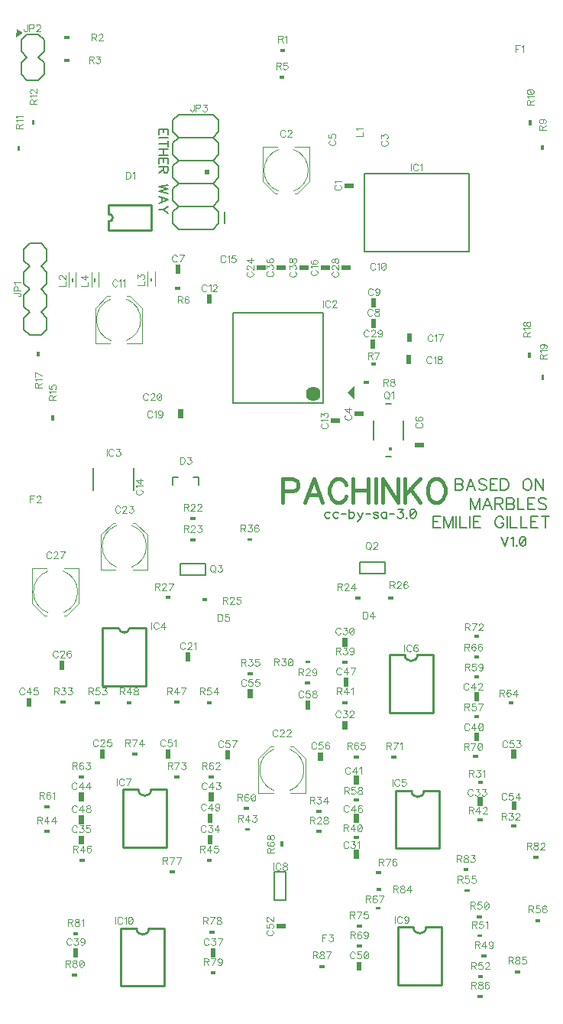
<source format=gto>
G04 DipTrace 3.3.0.0*
G04 pachinko.GTO*
%MOIN*%
G04 #@! TF.FileFunction,Legend,Top*
G04 #@! TF.Part,Single*
%ADD10C,0.009843*%
%ADD20C,0.008*%
%ADD21C,0.006*%
%ADD22O,0.063121X0.064156*%
%ADD23C,0.005984*%
%ADD27C,0.004*%
%ADD36C,0.005*%
%ADD52C,0.002756*%
%ADD55C,0.014332*%
%ADD128C,0.004632*%
%ADD130C,0.006176*%
%ADD131C,0.00772*%
%ADD132C,0.015439*%
%FSLAX26Y26*%
G04*
G70*
G90*
G75*
G01*
G04 TopSilk*
%LPD*%
G36*
X1854643Y3960752D2*
X1893867D1*
Y3981994D1*
X1854643D1*
Y3960752D1*
G37*
X1637793Y4140629D2*
D27*
X1702752D1*
Y3989035D1*
X1649605Y3935883D1*
X1637793D1*
X1562987D2*
X1551174D1*
X1498027Y3989035D1*
Y4140629D1*
X1562987D1*
X1633862Y4128811D2*
G02X1633862Y3947700I-33497J-90556D01*
G01*
X1566917Y4128811D2*
G03X1566917Y3947700I33497J-90556D01*
G01*
G36*
X1899800Y2966845D2*
X1939025D1*
Y2988088D1*
X1899800D1*
Y2966845D1*
G37*
G36*
X2201529Y2850951D2*
X2162304D1*
Y2829709D1*
X2201529D1*
Y2850951D1*
G37*
G36*
X1117674Y3625785D2*
X1138917D1*
Y3586560D1*
X1117674D1*
Y3625785D1*
G37*
G36*
X1970411Y3390234D2*
X1991653D1*
Y3351009D1*
X1970411D1*
Y3390234D1*
G37*
G36*
X1971905Y3479761D2*
X1993148D1*
Y3440537D1*
X1971905D1*
Y3479761D1*
G37*
X831981Y3284292D2*
D27*
X767022D1*
Y3435887D1*
X820169Y3489038D1*
X831981D1*
X906788D2*
X918600D1*
X971747Y3435887D1*
Y3284292D1*
X906788D1*
X835912Y3296110D2*
G02X835912Y3477221I33497J90556D01*
G01*
X902857Y3296110D2*
G03X902857Y3477221I-33497J90556D01*
G01*
G36*
X1276852Y3457488D2*
X1255609D1*
Y3496713D1*
X1276852D1*
Y3457488D1*
G37*
G36*
X1835558Y2958663D2*
X1796333D1*
Y2937420D1*
X1835558D1*
Y2958663D1*
G37*
G36*
X1751022Y3603934D2*
X1790247D1*
Y3625177D1*
X1751022D1*
Y3603934D1*
G37*
G36*
X2128898Y3328736D2*
X2150140D1*
Y3289512D1*
X2128898D1*
Y3328736D1*
G37*
G36*
X2123693Y3233472D2*
X2144935D1*
Y3194248D1*
X2123693D1*
Y3233472D1*
G37*
G36*
X1150706Y2957778D2*
X1129463D1*
Y2997003D1*
X1150706D1*
Y2957778D1*
G37*
G36*
X1161400Y1937119D2*
X1182643D1*
Y1897895D1*
X1161400D1*
Y1937119D1*
G37*
X1544281Y1322519D2*
D27*
X1479321D1*
Y1474114D1*
X1532468Y1527265D1*
X1544281D1*
X1619087D2*
X1630899D1*
X1684046Y1474114D1*
Y1322519D1*
X1619087D1*
X1548211Y1334337D2*
G02X1548211Y1515448I33497J90556D01*
G01*
X1615156Y1334337D2*
G03X1615156Y1515448I-33497J90556D01*
G01*
X856781Y2297519D2*
X791821D1*
Y2449114D1*
X844968Y2502265D1*
X856781D1*
X931587D2*
X943399D1*
X996546Y2449114D1*
Y2297519D1*
X931587D1*
X860711Y2309337D2*
G02X860711Y2490448I33497J90556D01*
G01*
X927656Y2309337D2*
G03X927656Y2490448I-33497J90556D01*
G01*
G36*
X1471199Y3604345D2*
X1510424D1*
Y3625588D1*
X1471199D1*
Y3604345D1*
G37*
G36*
X809022Y1474569D2*
X787780D1*
Y1513794D1*
X809022D1*
Y1474569D1*
G37*
G36*
X633357Y1862069D2*
X612114D1*
Y1901294D1*
X633357D1*
Y1862069D1*
G37*
X631587Y2303348D2*
D27*
X696546D1*
Y2151754D1*
X643399Y2098602D1*
X631587D1*
X556781D2*
X544968D1*
X491821Y2151754D1*
Y2303348D1*
X556781D1*
X627656Y2291531D2*
G02X627656Y2110419I-33497J-90556D01*
G01*
X560711Y2291531D2*
G03X560711Y2110419I33497J-90556D01*
G01*
G36*
X1843535Y3604195D2*
X1882760D1*
Y3625438D1*
X1843535D1*
Y3604195D1*
G37*
G36*
X1968258Y3299069D2*
X1989501D1*
Y3259845D1*
X1968258D1*
Y3299069D1*
G37*
G36*
X1867487Y1962069D2*
X1846244D1*
Y2001294D1*
X1867487D1*
Y1962069D1*
G37*
G36*
X1895881Y1076298D2*
X1917123D1*
Y1037073D1*
X1895881D1*
Y1076298D1*
G37*
G36*
X1867487Y1599569D2*
X1846244D1*
Y1638794D1*
X1867487D1*
Y1599569D1*
G37*
G36*
X2457207Y1267556D2*
X2435965D1*
Y1306781D1*
X2457207D1*
Y1267556D1*
G37*
G36*
X1279987Y1100787D2*
X1258744D1*
Y1140012D1*
X1279987D1*
Y1100787D1*
G37*
G36*
X695881Y1138798D2*
X717123D1*
Y1099573D1*
X695881D1*
Y1138798D1*
G37*
G36*
X1558699Y3604345D2*
X1597924D1*
Y3625588D1*
X1558699D1*
Y3604345D1*
G37*
G36*
X1292487Y608034D2*
X1271244D1*
Y647258D1*
X1292487D1*
Y608034D1*
G37*
G36*
X1658699Y3604345D2*
X1697924D1*
Y3625588D1*
X1658699D1*
Y3604345D1*
G37*
G36*
X692487Y608034D2*
X671244D1*
Y647258D1*
X692487D1*
Y608034D1*
G37*
G36*
X2420881Y1588798D2*
X2442123D1*
Y1549573D1*
X2420881D1*
Y1588798D1*
G37*
G36*
X1917487Y1362069D2*
X1896244D1*
Y1401294D1*
X1917487D1*
Y1362069D1*
G37*
G36*
X2420881Y1763798D2*
X2442123D1*
Y1724573D1*
X2420881D1*
Y1763798D1*
G37*
G36*
X1284022Y1287069D2*
X1262780D1*
Y1326294D1*
X1284022D1*
Y1287069D1*
G37*
G36*
X695881Y1326298D2*
X717123D1*
Y1287073D1*
X695881D1*
Y1326298D1*
G37*
G36*
X488451Y1699569D2*
X467209D1*
Y1738794D1*
X488451D1*
Y1699569D1*
G37*
G36*
X1917487Y1195534D2*
X1896244D1*
Y1234758D1*
X1917487D1*
Y1195534D1*
G37*
G36*
X1871522Y1787069D2*
X1850280D1*
Y1826294D1*
X1871522D1*
Y1787069D1*
G37*
G36*
X717487Y1187069D2*
X696244D1*
Y1226294D1*
X717487D1*
Y1187069D1*
G37*
G36*
X1279987Y1195534D2*
X1258744D1*
Y1234758D1*
X1279987D1*
Y1195534D1*
G37*
G36*
X1929987Y549569D2*
X1908744D1*
Y588794D1*
X1929987D1*
Y549569D1*
G37*
G36*
X1074916Y1513798D2*
X1096158D1*
Y1474573D1*
X1074916D1*
Y1513798D1*
G37*
G36*
X1597262Y754987D2*
X1558038D1*
Y733744D1*
X1597262D1*
Y754987D1*
G37*
G36*
X2583381Y1513798D2*
X2604623D1*
Y1474573D1*
X2583381D1*
Y1513798D1*
G37*
G36*
X2604987Y1249569D2*
X2583744D1*
Y1288794D1*
X2604987D1*
Y1249569D1*
G37*
G36*
X1433381Y1776298D2*
X1454623D1*
Y1737073D1*
X1433381D1*
Y1776298D1*
G37*
G36*
X1760483Y1462735D2*
X1739240D1*
Y1501959D1*
X1760483D1*
Y1462735D1*
G37*
G36*
X1354987Y1470534D2*
X1333744D1*
Y1509758D1*
X1354987D1*
Y1470534D1*
G37*
G36*
X1704987Y1687069D2*
X1683744D1*
Y1726294D1*
X1704987D1*
Y1687069D1*
G37*
X826660Y3776464D2*
D10*
X1011707D1*
Y3884744D1*
Y3886706D2*
X826660D1*
Y3847343D1*
Y3776464D2*
Y3815828D1*
G03X826660Y3847343I1844J15758D01*
G01*
X1106676Y2667985D2*
D21*
Y2699974D1*
X1128678D1*
X1218680D2*
Y2667985D1*
X1196679Y2699974D2*
X1218680D1*
X2397530Y4022924D2*
D36*
X1940837D1*
X2397530D2*
Y3684341D1*
X1940837D1*
Y4022924D1*
X1368558Y3024718D2*
X1762243D1*
Y3418401D1*
X1368558D1*
Y3024718D1*
X1711283Y3061549D2*
G02X1711283Y3061549I14124J0D01*
G01*
X935027Y2741411D2*
Y2644398D1*
X759043D2*
Y2741411D1*
X799184Y2042669D2*
D10*
Y1790701D1*
X988184Y2042669D2*
Y1790701D1*
X799184D2*
X988184D1*
X799184Y2042669D2*
X870050D1*
X917318D2*
X988184D1*
X870050D2*
G03X917318Y2042669I23634J4353D01*
G01*
X2080182Y1334440D2*
Y1082471D1*
X2269186Y1334440D2*
Y1082471D1*
X2080182D2*
X2269186D1*
X2080182Y1334440D2*
X2147116D1*
X2202251D2*
X2269186D1*
X2147116D2*
G03X2202251Y1334440I27568J2D01*
G01*
X2051453Y1927168D2*
Y1675199D1*
X2240457Y1927168D2*
Y1675199D1*
X2051453D2*
X2240457D1*
X2051453Y1927168D2*
X2118388D1*
X2173523D2*
X2240457D1*
X2118388D2*
G03X2173523Y1927168I27568J2D01*
G01*
X888953Y1339668D2*
Y1087699D1*
X1077957Y1339668D2*
Y1087699D1*
X888953D2*
X1077957D1*
X888953Y1339668D2*
X955888D1*
X1011023D2*
X1077957D1*
X955888D2*
G03X1011023Y1339668I27568J2D01*
G01*
X2088953Y739668D2*
Y487699D1*
X2277957Y739668D2*
Y487699D1*
X2088953D2*
X2277957D1*
X2088953Y739668D2*
X2155888D1*
X2211023D2*
X2277957D1*
X2155888D2*
G03X2211023Y739668I27568J2D01*
G01*
X880182Y734440D2*
Y482471D1*
X1069186Y734440D2*
Y482471D1*
X880182D2*
X1069186D1*
X880182Y734440D2*
X947116D1*
X1002251D2*
X1069186D1*
X947116D2*
G03X1002251Y734440I27568J2D01*
G01*
X456684Y3644184D2*
D20*
Y3694184D1*
X481684Y3719184D1*
X531684D2*
X556684Y3694184D1*
X481684Y3519184D2*
X456684Y3544184D1*
Y3594184D1*
X481684Y3619184D1*
X531684D2*
X556684Y3594184D1*
Y3544184D1*
X531684Y3519184D1*
X456684Y3644184D2*
X481684Y3619184D1*
X531684D2*
X556684Y3644184D1*
Y3694184D2*
Y3644184D1*
X456684Y3344184D2*
Y3394184D1*
X481684Y3419184D1*
X531684D2*
X556684Y3394184D1*
X481684Y3419184D2*
X456684Y3444184D1*
Y3494184D1*
X481684Y3519184D1*
X531684D2*
X556684Y3494184D1*
Y3444184D1*
X531684Y3419184D1*
X481684Y3319184D2*
X531684D1*
X456684Y3344184D2*
X481684Y3319184D1*
X531684D2*
X556684Y3344184D1*
Y3394184D2*
Y3344184D1*
X481684Y3719184D2*
X531684D1*
X444184Y4456684D2*
Y4506684D1*
X469184Y4531684D1*
X519184D2*
X544184Y4506684D1*
X469184Y4531684D2*
X444184Y4556684D1*
Y4606684D1*
X469184Y4631684D1*
X519184D2*
X544184Y4606684D1*
Y4556684D1*
X519184Y4531684D1*
X469184Y4431684D2*
X519184D1*
X444184Y4456684D2*
X469184Y4431684D1*
X519184D2*
X544184Y4456684D1*
Y4506684D2*
Y4456684D1*
X469184Y4631684D2*
X519184D1*
G36*
X1246679Y4021684D2*
X1266659D1*
Y4041684D1*
X1246679D1*
Y4021684D1*
G37*
X1281689Y3781684D2*
D21*
X1306686Y3806684D1*
Y3856684D2*
X1281689Y3881684D1*
X1306686Y3906684D1*
Y3956684D2*
X1281689Y3981684D1*
X1306686Y4006684D1*
Y4056684D2*
X1281689Y4081684D1*
X1306686Y4106684D1*
Y4156684D2*
X1281689Y4181684D1*
Y3781684D2*
X1131681D1*
X1106684Y3806684D1*
Y3856684D1*
X1131681Y3881684D1*
X1106684Y3906684D1*
Y3956684D1*
X1131681Y3981684D1*
X1106684Y4006684D1*
Y4056684D1*
X1131681Y4081684D1*
X1106684Y4106684D1*
Y4156684D1*
X1131681Y4181684D1*
Y3881684D2*
X1281689D1*
X1131681Y3981684D2*
X1281689D1*
X1131681Y4081684D2*
X1281689D1*
X1131681Y4181684D2*
X1281689D1*
X1306686Y4106684D2*
Y4156684D1*
Y4006684D2*
Y4056684D1*
Y3906684D2*
Y3956684D1*
Y3806684D2*
Y3856684D1*
X1281689Y4181684D2*
X1306686Y4206684D1*
Y4256684D2*
X1281689Y4281684D1*
X1131681Y4181684D2*
X1106684Y4206684D1*
Y4256684D1*
X1131681Y4281684D1*
X1281689D1*
X1306686Y4206684D2*
Y4256684D1*
X1331684Y3806684D2*
D20*
Y3856684D1*
X651751Y3531328D2*
D52*
Y3594314D1*
X683247D2*
Y3531328D1*
G36*
X671436Y3551015D2*
X663562D1*
Y3566757D1*
X671436D1*
Y3551015D1*
G37*
X995702Y3533115D2*
D52*
Y3596102D1*
X1027198D2*
Y3533115D1*
G36*
X1015387Y3552802D2*
X1007513D1*
Y3568544D1*
X1015387D1*
Y3552802D1*
G37*
X750337Y3530622D2*
D52*
Y3593608D1*
X781833D2*
Y3530622D1*
G36*
X770022Y3550309D2*
X762148D1*
Y3566051D1*
X770022D1*
Y3550309D1*
G37*
X1982211Y2864451D2*
D20*
Y2947145D1*
X2035367Y3019967D2*
X2058974D1*
X2112130Y2947145D2*
Y2864451D1*
X2058974Y2791629D2*
X2035367D1*
D55*
X2055040Y2825088D3*
G36*
X1573965Y4567923D2*
X1596134D1*
Y4555005D1*
X1573965D1*
Y4567923D1*
G37*
G36*
X633039Y4625219D2*
X655207D1*
Y4612302D1*
X633039D1*
Y4625219D1*
G37*
G36*
Y4525219D2*
X655207D1*
Y4512302D1*
X633039D1*
Y4525219D1*
G37*
G36*
X1593334Y4438610D2*
X1571165D1*
Y4451527D1*
X1593334D1*
Y4438610D1*
G37*
G36*
X1115367Y3531861D2*
X1137535D1*
Y3518944D1*
X1115367D1*
Y3531861D1*
G37*
G36*
X1970539Y3200219D2*
X1992707D1*
Y3187302D1*
X1970539D1*
Y3200219D1*
G37*
G36*
X1938690Y3121184D2*
X1960858D1*
Y3108266D1*
X1938690D1*
Y3121184D1*
G37*
G36*
X2723608Y4148777D2*
X2710690D1*
Y4126609D1*
X2723608D1*
Y4148777D1*
G37*
G36*
X2659066Y4234013D2*
X2671983D1*
Y4256181D1*
X2659066D1*
Y4234013D1*
G37*
G36*
X440105Y4145317D2*
X427188D1*
Y4123148D1*
X440105D1*
Y4145317D1*
G37*
G36*
X490382Y4236006D2*
X503299D1*
Y4258174D1*
X490382D1*
Y4236006D1*
G37*
G36*
X574261Y2947682D2*
X587178D1*
Y2969850D1*
X574261D1*
Y2947682D1*
G37*
G36*
X511420Y3225812D2*
X524337D1*
Y3247980D1*
X511420D1*
Y3225812D1*
G37*
G36*
X2655928Y3222156D2*
X2668845D1*
Y3244324D1*
X2655928D1*
Y3222156D1*
G37*
G36*
X2726862Y3146856D2*
X2713945D1*
Y3124688D1*
X2726862D1*
Y3146856D1*
G37*
G36*
X1204102Y2514555D2*
X1181933D1*
Y2527472D1*
X1204102D1*
Y2514555D1*
G37*
G36*
X1204224Y2421828D2*
X1182055D1*
Y2434745D1*
X1204224D1*
Y2421828D1*
G37*
G36*
X1901625Y2179319D2*
X1923794D1*
Y2166402D1*
X1901625D1*
Y2179319D1*
G37*
G36*
X1255923Y2161984D2*
X1233755D1*
Y2174902D1*
X1255923D1*
Y2161984D1*
G37*
G36*
X2067111Y2167909D2*
X2044942D1*
Y2180827D1*
X2067111D1*
Y2167909D1*
G37*
G36*
X1074202Y2184520D2*
X1096370D1*
Y2171602D1*
X1074202D1*
Y2184520D1*
G37*
G36*
X1755329Y1150648D2*
X1733160D1*
Y1163566D1*
X1755329D1*
Y1150648D1*
G37*
G36*
X1705658Y1796794D2*
X1683489D1*
Y1809711D1*
X1705658D1*
Y1796794D1*
G37*
G36*
X1706581Y1889416D2*
X1684412D1*
Y1902333D1*
X1706581D1*
Y1889416D1*
G37*
G36*
X2459364Y1363148D2*
X2437195D1*
Y1376066D1*
X2459364D1*
Y1363148D1*
G37*
G36*
X2583039Y1187719D2*
X2605207D1*
Y1174802D1*
X2583039D1*
Y1187719D1*
G37*
G36*
X638793Y1713148D2*
X616625D1*
Y1726066D1*
X638793D1*
Y1713148D1*
G37*
G36*
X1755329Y1238148D2*
X1733160D1*
Y1251066D1*
X1755329D1*
Y1238148D1*
G37*
G36*
X1455329Y1838148D2*
X1433160D1*
Y1851066D1*
X1455329D1*
Y1838148D1*
G37*
G36*
X1430800Y2435547D2*
X1452968D1*
Y2422630D1*
X1430800D1*
Y2435547D1*
G37*
G36*
X1845539Y1900219D2*
X1867707D1*
Y1887302D1*
X1845539D1*
Y1900219D1*
G37*
G36*
X1917829Y1125648D2*
X1895660D1*
Y1138566D1*
X1917829D1*
Y1125648D1*
G37*
G36*
X1845539Y1725219D2*
X1867707D1*
Y1712302D1*
X1845539D1*
Y1725219D1*
G37*
G36*
X2435348Y1215076D2*
X2457517D1*
Y1202159D1*
X2435348D1*
Y1215076D1*
G37*
G36*
X1442829Y1159113D2*
X1420660D1*
Y1172030D1*
X1442829D1*
Y1159113D1*
G37*
G36*
X545539Y1162719D2*
X567707D1*
Y1149802D1*
X545539D1*
Y1162719D1*
G37*
G36*
X1276293Y1025648D2*
X1254125D1*
Y1038566D1*
X1276293D1*
Y1025648D1*
G37*
G36*
X699574Y1037719D2*
X721743D1*
Y1024802D1*
X699574D1*
Y1037719D1*
G37*
G36*
X1134364Y1713148D2*
X1112195D1*
Y1726066D1*
X1134364D1*
Y1713148D1*
G37*
G36*
X904003Y1725219D2*
X926172D1*
Y1712302D1*
X904003D1*
Y1725219D1*
G37*
G36*
X2452232Y619546D2*
X2474400D1*
Y606629D1*
X2452232D1*
Y619546D1*
G37*
G36*
X2433087Y791539D2*
X2455256D1*
Y778622D1*
X2433087D1*
Y791539D1*
G37*
G36*
X2455752Y695840D2*
X2433584D1*
Y708757D1*
X2455752D1*
Y695840D1*
G37*
G36*
X2459546Y516743D2*
X2437378D1*
Y529660D1*
X2459546D1*
Y516743D1*
G37*
G36*
X766503Y1725219D2*
X788672D1*
Y1712302D1*
X766503D1*
Y1725219D1*
G37*
G36*
X1254003D2*
X1276172D1*
Y1712302D1*
X1254003D1*
Y1725219D1*
G37*
G36*
X2400742Y892765D2*
X2378573D1*
Y905682D1*
X2400742D1*
Y892765D1*
G37*
G36*
X2687074Y775219D2*
X2709243D1*
Y762302D1*
X2687074D1*
Y775219D1*
G37*
G36*
X2442829Y1650648D2*
X2420660D1*
Y1663566D1*
X2442829D1*
Y1650648D1*
G37*
G36*
X1895539Y1300219D2*
X1917707D1*
Y1287302D1*
X1895539D1*
Y1300219D1*
G37*
G36*
X2442829Y1825648D2*
X2420660D1*
Y1838566D1*
X2442829D1*
Y1825648D1*
G37*
G36*
X1438793Y1250648D2*
X1416625D1*
Y1263566D1*
X1438793D1*
Y1250648D1*
G37*
G36*
X545539Y1271184D2*
X567707D1*
Y1258266D1*
X545539D1*
Y1271184D1*
G37*
G36*
X1284364Y1388148D2*
X1262195D1*
Y1401066D1*
X1284364D1*
Y1388148D1*
G37*
G36*
X695539Y1400219D2*
X717707D1*
Y1387302D1*
X695539D1*
Y1400219D1*
G37*
G36*
X2570539Y1725219D2*
X2592707D1*
Y1712302D1*
X2570539D1*
Y1725219D1*
G37*
G36*
X1917829Y1475648D2*
X1895660D1*
Y1488566D1*
X1917829D1*
Y1475648D1*
G37*
G36*
X2420539Y1925219D2*
X2442707D1*
Y1912302D1*
X2420539D1*
Y1925219D1*
G37*
G36*
X2012839Y816083D2*
X1990671D1*
Y829000D1*
X2012839D1*
Y816083D1*
G37*
G36*
X1587719Y1113793D2*
X1574802D1*
Y1091625D1*
X1587719D1*
Y1113793D1*
G37*
G36*
X1908039Y662719D2*
X1930207D1*
Y649802D1*
X1908039D1*
Y662719D1*
G37*
G36*
X2416789Y1491316D2*
X2438958D1*
Y1478399D1*
X2416789D1*
Y1491316D1*
G37*
G36*
X2060111Y1486339D2*
X2082279D1*
Y1473421D1*
X2060111D1*
Y1486339D1*
G37*
G36*
X2420539Y2012719D2*
X2442707D1*
Y1999802D1*
X2420539D1*
Y2012719D1*
G37*
G36*
X1134364Y1388148D2*
X1112195D1*
Y1401066D1*
X1134364D1*
Y1388148D1*
G37*
G36*
X951293Y1488148D2*
X929125D1*
Y1501066D1*
X951293D1*
Y1488148D1*
G37*
G36*
X1930329Y738148D2*
X1908160D1*
Y751066D1*
X1930329D1*
Y738148D1*
G37*
G36*
X1992576Y984695D2*
X2014744D1*
Y971778D1*
X1992576D1*
Y984695D1*
G37*
G36*
X1113793Y975648D2*
X1091625D1*
Y988566D1*
X1113793D1*
Y975648D1*
G37*
G36*
X1266503Y725219D2*
X1288672D1*
Y712302D1*
X1266503D1*
Y725219D1*
G37*
G36*
X1270539Y546184D2*
X1292707D1*
Y533266D1*
X1270539D1*
Y546184D1*
G37*
G36*
X688793Y525648D2*
X666625D1*
Y538566D1*
X688793D1*
Y525648D1*
G37*
G36*
X692829Y704684D2*
X670660D1*
Y717601D1*
X692829D1*
Y704684D1*
G37*
G36*
X2679003Y1050219D2*
X2701172D1*
Y1037302D1*
X2679003D1*
Y1050219D1*
G37*
G36*
X2396137Y983008D2*
X2373968D1*
Y995925D1*
X2396137D1*
Y983008D1*
G37*
G36*
X2016197Y897908D2*
X1994029D1*
Y910825D1*
X2016197D1*
Y897908D1*
G37*
G36*
X2598734Y551776D2*
X2620903D1*
Y538858D1*
X2598734D1*
Y551776D1*
G37*
G36*
X2436459Y443777D2*
X2458627D1*
Y430860D1*
X2436459D1*
Y443777D1*
G37*
G36*
X1745539Y575219D2*
X1767707D1*
Y562302D1*
X1745539D1*
Y575219D1*
G37*
G36*
X423925Y4652685D2*
X422986Y4617933D1*
X451163Y4635779D1*
D1*
X423925Y4652685D1*
G37*
D22*
X1717360Y3064745D3*
G36*
X1868668Y3070692D2*
X1899711Y3098630D1*
X1898677Y3039648D1*
D1*
X1868668Y3070692D1*
G37*
X1139357Y2323369D2*
D23*
X1247539D1*
Y2275392D1*
X1139357D1*
Y2323369D1*
X1921090Y2329954D2*
X2032094D1*
Y2280096D1*
X1921090D1*
Y2329954D1*
X1547467Y981541D2*
X1598226D1*
Y856248D1*
X1547467D1*
Y981541D1*
X1817801Y3974086D2*
D128*
X1814949Y3972660D1*
X1812064Y3969775D1*
X1810638Y3966923D1*
Y3961186D1*
X1812064Y3958301D1*
X1814949Y3955449D1*
X1817801Y3953990D1*
X1822112Y3952564D1*
X1829308D1*
X1833586Y3953990D1*
X1836471Y3955449D1*
X1839323Y3958301D1*
X1840782Y3961186D1*
Y3966923D1*
X1839323Y3969775D1*
X1836471Y3972660D1*
X1833586Y3974086D1*
X1816408Y3983350D2*
X1814949Y3986235D1*
X1810671Y3990546D1*
X1840782D1*
X1596471Y4206917D2*
X1595045Y4209768D1*
X1592160Y4212653D1*
X1589308Y4214079D1*
X1583571D1*
X1580686Y4212653D1*
X1577834Y4209768D1*
X1576375Y4206917D1*
X1574949Y4202605D1*
Y4195409D1*
X1576375Y4191132D1*
X1577834Y4188246D1*
X1580686Y4185395D1*
X1583571Y4183935D1*
X1589308D1*
X1592160Y4185395D1*
X1595045Y4188246D1*
X1596471Y4191132D1*
X1607194Y4206883D2*
Y4208309D1*
X1608620Y4211194D1*
X1610045Y4212620D1*
X1612931Y4214046D1*
X1618668D1*
X1621519Y4212620D1*
X1622945Y4211194D1*
X1624405Y4208309D1*
Y4205457D1*
X1622945Y4202572D1*
X1620093Y4198294D1*
X1605734Y4183935D1*
X1625830D1*
X2020868Y4166768D2*
X2018016Y4165342D1*
X2015131Y4162457D1*
X2013705Y4159605D1*
Y4153868D1*
X2015131Y4150983D1*
X2018016Y4148131D1*
X2020868Y4146672D1*
X2025179Y4145246D1*
X2032375D1*
X2036653Y4146672D1*
X2039538Y4148131D1*
X2042390Y4150983D1*
X2043849Y4153868D1*
Y4159605D1*
X2042390Y4162457D1*
X2039538Y4165342D1*
X2036653Y4166768D1*
X2013738Y4178916D2*
Y4194668D1*
X2025212Y4186079D1*
Y4190390D1*
X2026638Y4193242D1*
X2028064Y4194668D1*
X2032375Y4196127D1*
X2035227D1*
X2039538Y4194668D1*
X2042423Y4191816D1*
X2043849Y4187505D1*
Y4183194D1*
X2042423Y4178916D1*
X2040964Y4177490D1*
X2038112Y4176031D1*
X1862959Y2973017D2*
X1860107Y2971591D1*
X1857222Y2968706D1*
X1855796Y2965854D1*
Y2960117D1*
X1857222Y2957232D1*
X1860107Y2954380D1*
X1862959Y2952921D1*
X1867270Y2951495D1*
X1874466D1*
X1878744Y2952921D1*
X1881629Y2954380D1*
X1884481Y2957232D1*
X1885940Y2960117D1*
Y2965854D1*
X1884481Y2968705D1*
X1881629Y2971591D1*
X1878744Y2973017D1*
X1885940Y2996639D2*
X1855829D1*
X1875892Y2982280D1*
Y3003802D1*
X1793788Y4169174D2*
X1790936Y4167748D1*
X1788051Y4164863D1*
X1786625Y4162012D1*
Y4156275D1*
X1788051Y4153389D1*
X1790936Y4150538D1*
X1793788Y4149078D1*
X1798099Y4147652D1*
X1805295D1*
X1809573Y4149078D1*
X1812458Y4150538D1*
X1815310Y4153389D1*
X1816769Y4156274D1*
Y4162011D1*
X1815310Y4164863D1*
X1812458Y4167748D1*
X1809573Y4169174D1*
X1786658Y4195649D2*
Y4181323D1*
X1799558Y4179897D1*
X1798132Y4181323D1*
X1796673Y4185634D1*
Y4189912D1*
X1798132Y4194223D1*
X1800984Y4197108D1*
X1805295Y4198534D1*
X1808147D1*
X1812458Y4197108D1*
X1815343Y4194223D1*
X1816769Y4189912D1*
Y4185634D1*
X1815343Y4181323D1*
X1813884Y4179897D1*
X1811032Y4178438D1*
X2172024Y2937333D2*
X2169172Y2935907D1*
X2166287Y2933022D1*
X2164861Y2930170D1*
Y2924433D1*
X2166287Y2921548D1*
X2169172Y2918696D1*
X2172024Y2917237D1*
X2176335Y2915811D1*
X2183531D1*
X2187809Y2917237D1*
X2190694Y2918696D1*
X2193546Y2921548D1*
X2195005Y2924433D1*
Y2930170D1*
X2193546Y2933022D1*
X2190694Y2935907D1*
X2187809Y2937333D1*
X2169172Y2963808D2*
X2166321Y2962382D1*
X2164895Y2958071D1*
Y2955219D1*
X2166321Y2950908D1*
X2170632Y2948023D1*
X2177795Y2946597D1*
X2184957D1*
X2190694Y2948023D1*
X2193579Y2950908D1*
X2195005Y2955219D1*
Y2956645D1*
X2193579Y2960922D1*
X2190694Y2963808D1*
X2186383Y2965233D1*
X2184957D1*
X2180646Y2963808D1*
X2177794Y2960922D1*
X2176369Y2956645D1*
Y2955219D1*
X2177795Y2950908D1*
X2180646Y2948023D1*
X2184957Y2946597D1*
X1124559Y3662626D2*
X1123133Y3665478D1*
X1120248Y3668363D1*
X1117396Y3669789D1*
X1111659D1*
X1108774Y3668363D1*
X1105922Y3665478D1*
X1104463Y3662626D1*
X1103037Y3658315D1*
Y3651119D1*
X1104463Y3646842D1*
X1105922Y3643956D1*
X1108774Y3641105D1*
X1111659Y3639645D1*
X1117396D1*
X1120248Y3641105D1*
X1123133Y3643956D1*
X1124559Y3646842D1*
X1139559Y3639645D2*
X1153918Y3669756D1*
X1133822D1*
X1977312Y3427075D2*
X1975886Y3429927D1*
X1973001Y3432812D1*
X1970149Y3434238D1*
X1964412D1*
X1961527Y3432812D1*
X1958675Y3429927D1*
X1957216Y3427075D1*
X1955790Y3422764D1*
Y3415568D1*
X1957216Y3411290D1*
X1958675Y3408405D1*
X1961527Y3405553D1*
X1964412Y3404094D1*
X1970149D1*
X1973001Y3405553D1*
X1975886Y3408405D1*
X1977312Y3411290D1*
X1993738Y3434205D2*
X1989460Y3432779D1*
X1988001Y3429927D1*
Y3427042D1*
X1989460Y3424190D1*
X1992312Y3422731D1*
X1998049Y3421305D1*
X2002360Y3419879D1*
X2005212Y3416994D1*
X2006638Y3414142D1*
Y3409831D1*
X2005212Y3406979D1*
X2003786Y3405520D1*
X1999475Y3404094D1*
X1993738D1*
X1989460Y3405520D1*
X1988001Y3406979D1*
X1986575Y3409831D1*
Y3414142D1*
X1988001Y3416994D1*
X1990886Y3419879D1*
X1995164Y3421305D1*
X2000901Y3422731D1*
X2003786Y3424190D1*
X2005212Y3427042D1*
Y3429927D1*
X2003786Y3432779D1*
X1999475Y3434205D1*
X1993738D1*
X1979503Y3516603D2*
X1978077Y3519455D1*
X1975192Y3522340D1*
X1972340Y3523766D1*
X1966603D1*
X1963718Y3522340D1*
X1960866Y3519455D1*
X1959407Y3516603D1*
X1957981Y3512292D1*
Y3505096D1*
X1959407Y3500818D1*
X1960866Y3497933D1*
X1963718Y3495081D1*
X1966603Y3493622D1*
X1972340D1*
X1975192Y3495081D1*
X1978077Y3497933D1*
X1979503Y3500818D1*
X2007436Y3513718D2*
X2005977Y3509407D1*
X2003125Y3506522D1*
X1998814Y3505096D1*
X1997388D1*
X1993077Y3506522D1*
X1990225Y3509407D1*
X1988766Y3513718D1*
Y3515144D1*
X1990225Y3519455D1*
X1993077Y3522307D1*
X1997388Y3523733D1*
X1998814D1*
X2003125Y3522307D1*
X2005977Y3519455D1*
X2007436Y3513718D1*
Y3506522D1*
X2005977Y3499359D1*
X2003125Y3495048D1*
X1998814Y3493622D1*
X1995962D1*
X1991651Y3495048D1*
X1990225Y3497933D1*
X1989183Y3627661D2*
X1987757Y3630513D1*
X1984872Y3633398D1*
X1982020Y3634824D1*
X1976283D1*
X1973398Y3633398D1*
X1970546Y3630513D1*
X1969087Y3627661D1*
X1967661Y3623350D1*
Y3616153D1*
X1969087Y3611876D1*
X1970546Y3608991D1*
X1973398Y3606139D1*
X1976283Y3604680D1*
X1982020D1*
X1984872Y3606139D1*
X1987757Y3608991D1*
X1989183Y3611876D1*
X1998447Y3629053D2*
X2001332Y3630513D1*
X2005643Y3634790D1*
Y3604680D1*
X2023529Y3634790D2*
X2019218Y3633364D1*
X2016332Y3629053D1*
X2014907Y3621890D1*
Y3617579D1*
X2016332Y3610417D1*
X2019218Y3606105D1*
X2023529Y3604680D1*
X2026380D1*
X2030692Y3606105D1*
X2033543Y3610417D1*
X2035003Y3617579D1*
Y3621890D1*
X2033543Y3629053D1*
X2030692Y3633364D1*
X2026380Y3634790D1*
X2023529D1*
X2033543Y3629053D2*
X2016332Y3610417D1*
X863686Y3555326D2*
X862260Y3558178D1*
X859375Y3561063D1*
X856523Y3562489D1*
X850786D1*
X847901Y3561063D1*
X845049Y3558178D1*
X843590Y3555326D1*
X842164Y3551015D1*
Y3543819D1*
X843590Y3539541D1*
X845049Y3536656D1*
X847901Y3533804D1*
X850786Y3532345D1*
X856523D1*
X859375Y3533804D1*
X862260Y3536656D1*
X863686Y3539541D1*
X872949Y3556719D2*
X875834Y3558178D1*
X880145Y3562456D1*
Y3532345D1*
X889409Y3556719D2*
X892294Y3558178D1*
X896605Y3562456D1*
Y3532345D1*
X1253900Y3533558D2*
X1252474Y3536410D1*
X1249589Y3539295D1*
X1246737Y3540721D1*
X1241000D1*
X1238115Y3539295D1*
X1235263Y3536410D1*
X1233804Y3533558D1*
X1232378Y3529247D1*
Y3522051D1*
X1233804Y3517773D1*
X1235263Y3514888D1*
X1238115Y3512036D1*
X1241000Y3510577D1*
X1246737D1*
X1249589Y3512036D1*
X1252474Y3514888D1*
X1253900Y3517773D1*
X1263163Y3534951D2*
X1266048Y3536410D1*
X1270360Y3540688D1*
Y3510577D1*
X1281082Y3533525D2*
Y3534951D1*
X1282508Y3537836D1*
X1283934Y3539262D1*
X1286819Y3540688D1*
X1292556D1*
X1295408Y3539262D1*
X1296834Y3537836D1*
X1298293Y3534951D1*
Y3532099D1*
X1296834Y3529214D1*
X1293982Y3524936D1*
X1279623Y3510577D1*
X1299719D1*
X1759488Y2935711D2*
X1756636Y2934285D1*
X1753751Y2931400D1*
X1752325Y2928548D1*
Y2922811D1*
X1753751Y2919926D1*
X1756636Y2917074D1*
X1759488Y2915615D1*
X1763799Y2914189D1*
X1770995D1*
X1775273Y2915615D1*
X1778158Y2917074D1*
X1781010Y2919926D1*
X1782469Y2922811D1*
Y2928548D1*
X1781010Y2931400D1*
X1778158Y2934285D1*
X1775273Y2935711D1*
X1758095Y2944975D2*
X1756636Y2947860D1*
X1752358Y2952171D1*
X1782469D1*
X1752358Y2964319D2*
Y2980071D1*
X1763832Y2971482D1*
Y2975793D1*
X1765258Y2978645D1*
X1766684Y2980071D1*
X1770995Y2981530D1*
X1773847D1*
X1778158Y2980071D1*
X1781043Y2977219D1*
X1782469Y2972908D1*
Y2968597D1*
X1781043Y2964319D1*
X1779584Y2962893D1*
X1776732Y2961434D1*
X950973Y2646625D2*
X948121Y2645199D1*
X945236Y2642314D1*
X943810Y2639462D1*
Y2633725D1*
X945236Y2630840D1*
X948121Y2627988D1*
X950973Y2626529D1*
X955284Y2625103D1*
X962480D1*
X966758Y2626529D1*
X969643Y2627988D1*
X972495Y2630840D1*
X973954Y2633725D1*
Y2639462D1*
X972495Y2642314D1*
X969643Y2645199D1*
X966758Y2646625D1*
X949580Y2655889D2*
X948121Y2658774D1*
X943843Y2663085D1*
X973954D1*
Y2686707D2*
X943843D1*
X963906Y2672348D1*
Y2693870D1*
X1335169Y3660520D2*
X1333743Y3663372D1*
X1330858Y3666257D1*
X1328006Y3667683D1*
X1322269D1*
X1319384Y3666257D1*
X1316532Y3663372D1*
X1315073Y3660520D1*
X1313647Y3656209D1*
Y3649013D1*
X1315073Y3644735D1*
X1316532Y3641850D1*
X1319384Y3638998D1*
X1322269Y3637539D1*
X1328006D1*
X1330858Y3638998D1*
X1333743Y3641850D1*
X1335169Y3644735D1*
X1344432Y3661913D2*
X1347318Y3663372D1*
X1351629Y3667650D1*
Y3637539D1*
X1378103Y3667650D2*
X1363777D1*
X1362351Y3654750D1*
X1363777Y3656176D1*
X1368088Y3657635D1*
X1372366D1*
X1376677Y3656176D1*
X1379562Y3653324D1*
X1380988Y3649013D1*
Y3646161D1*
X1379562Y3641850D1*
X1376677Y3638965D1*
X1372366Y3637539D1*
X1368088D1*
X1363777Y3638965D1*
X1362351Y3640424D1*
X1360892Y3643276D1*
X1714181Y3603319D2*
X1711329Y3601893D1*
X1708444Y3599007D1*
X1707018Y3596156D1*
Y3590419D1*
X1708444Y3587534D1*
X1711329Y3584682D1*
X1714180Y3583223D1*
X1718491Y3581797D1*
X1725688D1*
X1729965Y3583223D1*
X1732851Y3584682D1*
X1735702Y3587534D1*
X1737162Y3590419D1*
Y3596156D1*
X1735702Y3599007D1*
X1732851Y3601893D1*
X1729966Y3603318D1*
X1712788Y3612582D2*
X1711329Y3615467D1*
X1707051Y3619778D1*
X1737162D1*
X1711329Y3646253D2*
X1708477Y3644827D1*
X1707051Y3640516D1*
Y3637664D1*
X1708477Y3633353D1*
X1712788Y3630468D1*
X1719951Y3629042D1*
X1727114D1*
X1732851Y3630468D1*
X1735736Y3633353D1*
X1737162Y3637664D1*
Y3639090D1*
X1735736Y3643367D1*
X1732851Y3646253D1*
X1728540Y3647678D1*
X1727114D1*
X1722803Y3646253D1*
X1719951Y3643367D1*
X1718525Y3639090D1*
Y3637664D1*
X1719951Y3633353D1*
X1722803Y3630468D1*
X1727114Y3629042D1*
X2240052Y3315578D2*
X2238626Y3318430D1*
X2235741Y3321315D1*
X2232889Y3322741D1*
X2227152D1*
X2224267Y3321315D1*
X2221415Y3318430D1*
X2219956Y3315578D1*
X2218530Y3311267D1*
Y3304071D1*
X2219956Y3299793D1*
X2221415Y3296908D1*
X2224267Y3294056D1*
X2227152Y3292597D1*
X2232889D1*
X2235741Y3294056D1*
X2238626Y3296908D1*
X2240052Y3299793D1*
X2249316Y3316971D2*
X2252201Y3318430D1*
X2256512Y3322708D1*
Y3292597D1*
X2271512D2*
X2285871Y3322708D1*
X2265775D1*
X2234864Y3220314D2*
X2233438Y3223166D1*
X2230553Y3226051D1*
X2227701Y3227477D1*
X2221964D1*
X2219079Y3226051D1*
X2216227Y3223166D1*
X2214768Y3220314D1*
X2213342Y3216003D1*
Y3208807D1*
X2214768Y3204529D1*
X2216227Y3201644D1*
X2219079Y3198792D1*
X2221964Y3197333D1*
X2227701D1*
X2230553Y3198792D1*
X2233438Y3201644D1*
X2234864Y3204529D1*
X2244128Y3221707D2*
X2247013Y3223166D1*
X2251324Y3227444D1*
Y3197333D1*
X2267750Y3227444D2*
X2263472Y3226018D1*
X2262013Y3223166D1*
Y3220281D1*
X2263472Y3217429D1*
X2266324Y3215970D1*
X2272061Y3214544D1*
X2276372Y3213118D1*
X2279224Y3210233D1*
X2280650Y3207381D1*
Y3203070D1*
X2279224Y3200218D1*
X2277798Y3198759D1*
X2273487Y3197333D1*
X2267750D1*
X2263472Y3198759D1*
X2262013Y3200218D1*
X2260587Y3203070D1*
Y3207381D1*
X2262013Y3210233D1*
X2264898Y3213118D1*
X2269176Y3214544D1*
X2274913Y3215970D1*
X2277798Y3217429D1*
X2279224Y3220281D1*
Y3223166D1*
X2277798Y3226018D1*
X2273487Y3227444D1*
X2267750D1*
X1015967Y2983848D2*
X1014541Y2986700D1*
X1011656Y2989585D1*
X1008804Y2991011D1*
X1003067D1*
X1000182Y2989585D1*
X997330Y2986700D1*
X995871Y2983848D1*
X994445Y2979537D1*
Y2972341D1*
X995871Y2968063D1*
X997330Y2965178D1*
X1000182Y2962326D1*
X1003067Y2960867D1*
X1008804D1*
X1011656Y2962326D1*
X1014541Y2965178D1*
X1015967Y2968063D1*
X1025231Y2985241D2*
X1028116Y2986700D1*
X1032427Y2990978D1*
Y2960867D1*
X1060360Y2980963D2*
X1058901Y2976652D1*
X1056049Y2973767D1*
X1051738Y2972341D1*
X1050312D1*
X1046001Y2973767D1*
X1043149Y2976652D1*
X1041690Y2980963D1*
Y2982389D1*
X1043149Y2986700D1*
X1046001Y2989552D1*
X1050312Y2990978D1*
X1051738D1*
X1056049Y2989552D1*
X1058901Y2986700D1*
X1060360Y2980963D1*
Y2973767D1*
X1058901Y2966604D1*
X1056049Y2962293D1*
X1051738Y2960867D1*
X1048886D1*
X1044575Y2962293D1*
X1043149Y2965178D1*
X998131Y3059262D2*
X996705Y3062114D1*
X993820Y3064999D1*
X990968Y3066425D1*
X985231D1*
X982346Y3064999D1*
X979494Y3062114D1*
X978035Y3059262D1*
X976609Y3054951D1*
Y3047755D1*
X978035Y3043477D1*
X979494Y3040592D1*
X982346Y3037740D1*
X985231Y3036281D1*
X990968D1*
X993820Y3037740D1*
X996705Y3040592D1*
X998131Y3043477D1*
X1008854Y3059229D2*
Y3060654D1*
X1010280Y3063540D1*
X1011706Y3064965D1*
X1014591Y3066391D1*
X1020328D1*
X1023180Y3064965D1*
X1024606Y3063540D1*
X1026065Y3060654D1*
Y3057803D1*
X1024606Y3054917D1*
X1021754Y3050640D1*
X1007395Y3036281D1*
X1027491D1*
X1045376Y3066391D2*
X1041065Y3064965D1*
X1038180Y3060654D1*
X1036754Y3053492D1*
Y3049181D1*
X1038180Y3042018D1*
X1041065Y3037707D1*
X1045376Y3036281D1*
X1048228D1*
X1052539Y3037707D1*
X1055391Y3042018D1*
X1056850Y3049181D1*
Y3053492D1*
X1055391Y3060654D1*
X1052539Y3064965D1*
X1048228Y3066391D1*
X1045376D1*
X1055391Y3060654D2*
X1038180Y3042018D1*
X1160055Y1973961D2*
X1158629Y1976813D1*
X1155744Y1979698D1*
X1152892Y1981124D1*
X1147155D1*
X1144270Y1979698D1*
X1141418Y1976813D1*
X1139959Y1973961D1*
X1138533Y1969650D1*
Y1962454D1*
X1139959Y1958176D1*
X1141418Y1955291D1*
X1144270Y1952439D1*
X1147155Y1950980D1*
X1152892D1*
X1155744Y1952439D1*
X1158629Y1955291D1*
X1160055Y1958176D1*
X1170777Y1973928D2*
Y1975354D1*
X1172203Y1978239D1*
X1173629Y1979665D1*
X1176514Y1981091D1*
X1182251D1*
X1185103Y1979665D1*
X1186529Y1978239D1*
X1187988Y1975354D1*
Y1972502D1*
X1186529Y1969617D1*
X1183677Y1965339D1*
X1169318Y1950980D1*
X1189414D1*
X1198678Y1975354D2*
X1201563Y1976813D1*
X1205874Y1981091D1*
Y1950980D1*
X1563085Y1593553D2*
X1561659Y1596405D1*
X1558774Y1599290D1*
X1555922Y1600716D1*
X1550185D1*
X1547300Y1599290D1*
X1544448Y1596405D1*
X1542989Y1593553D1*
X1541563Y1589242D1*
Y1582046D1*
X1542989Y1577768D1*
X1544448Y1574883D1*
X1547300Y1572031D1*
X1550185Y1570572D1*
X1555922D1*
X1558774Y1572031D1*
X1561659Y1574883D1*
X1563085Y1577768D1*
X1573808Y1593520D2*
Y1594946D1*
X1575234Y1597831D1*
X1576660Y1599257D1*
X1579545Y1600683D1*
X1585282D1*
X1588134Y1599257D1*
X1589560Y1597831D1*
X1591019Y1594946D1*
Y1592094D1*
X1589560Y1589209D1*
X1586708Y1584931D1*
X1572349Y1570572D1*
X1592445D1*
X1603167Y1593520D2*
Y1594946D1*
X1604593Y1597831D1*
X1606019Y1599257D1*
X1608904Y1600683D1*
X1614641D1*
X1617493Y1599257D1*
X1618919Y1597831D1*
X1620378Y1594946D1*
Y1592094D1*
X1618919Y1589209D1*
X1616067Y1584931D1*
X1601708Y1570572D1*
X1621804D1*
X875585Y2568553D2*
X874159Y2571405D1*
X871274Y2574290D1*
X868422Y2575716D1*
X862685D1*
X859800Y2574290D1*
X856948Y2571405D1*
X855489Y2568553D1*
X854063Y2564242D1*
Y2557046D1*
X855489Y2552768D1*
X856948Y2549883D1*
X859800Y2547031D1*
X862685Y2545572D1*
X868422D1*
X871274Y2547031D1*
X874159Y2549883D1*
X875585Y2552768D1*
X886308Y2568520D2*
Y2569946D1*
X887734Y2572831D1*
X889160Y2574257D1*
X892045Y2575683D1*
X897782D1*
X900634Y2574257D1*
X902060Y2572831D1*
X903519Y2569946D1*
Y2567094D1*
X902060Y2564209D1*
X899208Y2559931D1*
X884849Y2545572D1*
X904945D1*
X917093Y2575683D2*
X932845D1*
X924256Y2564209D1*
X928567D1*
X931419Y2562783D1*
X932845Y2561357D1*
X934304Y2557046D1*
Y2554194D1*
X932845Y2549883D1*
X929993Y2546998D1*
X925682Y2545572D1*
X921371D1*
X917093Y2546998D1*
X915667Y2548457D1*
X914208Y2551309D1*
X1434358Y3595837D2*
X1431506Y3594411D1*
X1428621Y3591526D1*
X1427195Y3588674D1*
Y3582937D1*
X1428621Y3580052D1*
X1431506Y3577200D1*
X1434358Y3575741D1*
X1438669Y3574315D1*
X1445865D1*
X1450143Y3575741D1*
X1453028Y3577200D1*
X1455880Y3580052D1*
X1457339Y3582937D1*
Y3588674D1*
X1455880Y3591526D1*
X1453028Y3594411D1*
X1450143Y3595837D1*
X1434391Y3606559D2*
X1432965D1*
X1430080Y3607985D1*
X1428654Y3609411D1*
X1427228Y3612296D1*
Y3618033D1*
X1428654Y3620885D1*
X1430080Y3622311D1*
X1432965Y3623770D1*
X1435817D1*
X1438702Y3622311D1*
X1442980Y3619459D1*
X1457339Y3605100D1*
Y3625196D1*
Y3648819D2*
X1427228D1*
X1447291Y3634460D1*
Y3655982D1*
X779621Y1550640D2*
X778195Y1553492D1*
X775310Y1556377D1*
X772458Y1557803D1*
X766721D1*
X763836Y1556377D1*
X760984Y1553492D1*
X759525Y1550640D1*
X758099Y1546329D1*
Y1539133D1*
X759525Y1534855D1*
X760984Y1531970D1*
X763836Y1529118D1*
X766721Y1527659D1*
X772458D1*
X775310Y1529118D1*
X778195Y1531970D1*
X779621Y1534855D1*
X790343Y1550606D2*
Y1552032D1*
X791769Y1554917D1*
X793195Y1556343D1*
X796080Y1557769D1*
X801817D1*
X804669Y1556343D1*
X806095Y1554917D1*
X807554Y1552032D1*
Y1549181D1*
X806095Y1546295D1*
X803243Y1542018D1*
X788884Y1527659D1*
X808980D1*
X835455Y1557769D2*
X821129D1*
X819703Y1544869D1*
X821129Y1546295D1*
X825440Y1547755D1*
X829718D1*
X834029Y1546295D1*
X836914Y1543444D1*
X838340Y1539133D1*
Y1536281D1*
X836914Y1531970D1*
X834029Y1529085D1*
X829718Y1527659D1*
X825440D1*
X821129Y1529085D1*
X819703Y1530544D1*
X818244Y1533396D1*
X604685Y1938140D2*
X603259Y1940992D1*
X600374Y1943877D1*
X597522Y1945303D1*
X591785D1*
X588900Y1943877D1*
X586048Y1940992D1*
X584589Y1938140D1*
X583163Y1933829D1*
Y1926633D1*
X584589Y1922355D1*
X586048Y1919470D1*
X588900Y1916618D1*
X591785Y1915159D1*
X597522D1*
X600374Y1916618D1*
X603259Y1919470D1*
X604685Y1922355D1*
X615407Y1938106D2*
Y1939532D1*
X616833Y1942417D1*
X618259Y1943843D1*
X621144Y1945269D1*
X626881D1*
X629733Y1943843D1*
X631159Y1942417D1*
X632618Y1939532D1*
Y1936681D1*
X631159Y1933795D1*
X628307Y1929518D1*
X613948Y1915159D1*
X634044D1*
X660519Y1940992D2*
X659093Y1943843D1*
X654782Y1945269D1*
X651930D1*
X647619Y1943843D1*
X644734Y1939532D1*
X643308Y1932369D1*
Y1925207D1*
X644734Y1919470D1*
X647619Y1916585D1*
X651930Y1915159D1*
X653356D1*
X657634Y1916585D1*
X660519Y1919470D1*
X661945Y1923781D1*
Y1925207D1*
X660519Y1929518D1*
X657634Y1932369D1*
X653356Y1933795D1*
X651930D1*
X647619Y1932369D1*
X644734Y1929518D1*
X643308Y1925207D1*
X575585Y2369636D2*
X574159Y2372488D1*
X571274Y2375373D1*
X568422Y2376799D1*
X562685D1*
X559800Y2375373D1*
X556948Y2372488D1*
X555489Y2369636D1*
X554063Y2365325D1*
Y2358129D1*
X555489Y2353851D1*
X556948Y2350966D1*
X559800Y2348114D1*
X562685Y2346655D1*
X568422D1*
X571274Y2348114D1*
X574159Y2350966D1*
X575585Y2353851D1*
X586308Y2369603D2*
Y2371028D1*
X587734Y2373914D1*
X589160Y2375339D1*
X592045Y2376765D1*
X597782D1*
X600634Y2375339D1*
X602060Y2373914D1*
X603519Y2371028D1*
Y2368177D1*
X602060Y2365291D1*
X599208Y2361014D1*
X584849Y2346655D1*
X604945D1*
X619945D2*
X634304Y2376765D1*
X614208D1*
X1806694Y3596417D2*
X1803842Y3594991D1*
X1800957Y3592106D1*
X1799531Y3589254D1*
Y3583517D1*
X1800957Y3580632D1*
X1803842Y3577780D1*
X1806694Y3576321D1*
X1811005Y3574895D1*
X1818201D1*
X1822479Y3576321D1*
X1825364Y3577780D1*
X1828216Y3580632D1*
X1829675Y3583517D1*
Y3589254D1*
X1828216Y3592106D1*
X1825364Y3594991D1*
X1822479Y3596417D1*
X1806727Y3607139D2*
X1805301D1*
X1802416Y3608565D1*
X1800990Y3609991D1*
X1799564Y3612876D1*
Y3618613D1*
X1800990Y3621465D1*
X1802416Y3622891D1*
X1805301Y3624350D1*
X1808153D1*
X1811038Y3622891D1*
X1815316Y3620039D1*
X1829675Y3605680D1*
Y3625776D1*
X1799564Y3642203D2*
X1800990Y3637925D1*
X1803842Y3636466D1*
X1806727D1*
X1809579Y3637925D1*
X1811038Y3640777D1*
X1812464Y3646514D1*
X1813890Y3650825D1*
X1816775Y3653677D1*
X1819627Y3655103D1*
X1823938D1*
X1826790Y3653677D1*
X1828249Y3652251D1*
X1829675Y3647940D1*
Y3642203D1*
X1828249Y3637925D1*
X1826790Y3636466D1*
X1823938Y3635040D1*
X1819627D1*
X1816775Y3636466D1*
X1813890Y3639351D1*
X1812464Y3643629D1*
X1811038Y3649366D1*
X1809579Y3652251D1*
X1806727Y3653677D1*
X1803842D1*
X1800990Y3652251D1*
X1799564Y3647940D1*
Y3642203D1*
X1961176Y3335911D2*
X1959750Y3338763D1*
X1956865Y3341648D1*
X1954013Y3343074D1*
X1948276D1*
X1945391Y3341648D1*
X1942539Y3338763D1*
X1941080Y3335911D1*
X1939654Y3331600D1*
Y3324404D1*
X1941080Y3320126D1*
X1942539Y3317241D1*
X1945391Y3314389D1*
X1948276Y3312930D1*
X1954013D1*
X1956865Y3314389D1*
X1959750Y3317241D1*
X1961176Y3320126D1*
X1971899Y3335878D2*
Y3337304D1*
X1973325Y3340189D1*
X1974751Y3341615D1*
X1977636Y3343041D1*
X1983373D1*
X1986225Y3341615D1*
X1987651Y3340189D1*
X1989110Y3337304D1*
Y3334452D1*
X1987651Y3331567D1*
X1984799Y3327289D1*
X1970440Y3312930D1*
X1990536D1*
X2018469Y3333026D2*
X2017010Y3328715D1*
X2014158Y3325830D1*
X2009847Y3324404D1*
X2008421D1*
X2004110Y3325830D1*
X2001258Y3328715D1*
X1999799Y3333026D1*
Y3334452D1*
X2001258Y3338763D1*
X2004110Y3341615D1*
X2008421Y3343041D1*
X2009847D1*
X2014158Y3341615D1*
X2017010Y3338763D1*
X2018469Y3333026D1*
Y3325830D1*
X2017010Y3318667D1*
X2014158Y3314356D1*
X2009847Y3312930D1*
X2006995D1*
X2002684Y3314356D1*
X2001258Y3317241D1*
X1838085Y2038140D2*
X1836659Y2040992D1*
X1833774Y2043877D1*
X1830922Y2045303D1*
X1825185D1*
X1822300Y2043877D1*
X1819448Y2040992D1*
X1817989Y2038140D1*
X1816563Y2033829D1*
Y2026633D1*
X1817989Y2022355D1*
X1819448Y2019470D1*
X1822300Y2016618D1*
X1825185Y2015159D1*
X1830922D1*
X1833774Y2016618D1*
X1836659Y2019470D1*
X1838085Y2022355D1*
X1850234Y2045269D2*
X1865986D1*
X1857397Y2033795D1*
X1861708D1*
X1864560Y2032369D1*
X1865986Y2030944D1*
X1867445Y2026633D1*
Y2023781D1*
X1865986Y2019470D1*
X1863134Y2016585D1*
X1858823Y2015159D1*
X1854512D1*
X1850234Y2016585D1*
X1848808Y2018044D1*
X1847349Y2020896D1*
X1885330Y2045269D2*
X1881019Y2043843D1*
X1878134Y2039532D1*
X1876708Y2032369D1*
Y2028058D1*
X1878134Y2020896D1*
X1881019Y2016585D1*
X1885330Y2015159D1*
X1888182D1*
X1892493Y2016585D1*
X1895345Y2020896D1*
X1896804Y2028058D1*
Y2032369D1*
X1895345Y2039532D1*
X1892493Y2043843D1*
X1888182Y2045269D1*
X1885330D1*
X1895345Y2039532D2*
X1878134Y2020896D1*
X1872300Y1106298D2*
X1870874Y1109150D1*
X1867989Y1112035D1*
X1865137Y1113461D1*
X1859400D1*
X1856515Y1112035D1*
X1853663Y1109150D1*
X1852204Y1106298D1*
X1850778Y1101987D1*
Y1094791D1*
X1852204Y1090513D1*
X1853663Y1087628D1*
X1856515Y1084776D1*
X1859400Y1083317D1*
X1865137D1*
X1867989Y1084776D1*
X1870874Y1087628D1*
X1872300Y1090513D1*
X1884449Y1113428D2*
X1900201D1*
X1891612Y1101954D1*
X1895923D1*
X1898775Y1100528D1*
X1900201Y1099102D1*
X1901660Y1094791D1*
Y1091939D1*
X1900201Y1087628D1*
X1897349Y1084743D1*
X1893038Y1083317D1*
X1888727D1*
X1884449Y1084743D1*
X1883023Y1086202D1*
X1881564Y1089054D1*
X1910923Y1107691D2*
X1913808Y1109150D1*
X1918119Y1113428D1*
Y1083317D1*
X1838085Y1675640D2*
X1836659Y1678492D1*
X1833774Y1681377D1*
X1830922Y1682803D1*
X1825185D1*
X1822300Y1681377D1*
X1819448Y1678492D1*
X1817989Y1675640D1*
X1816563Y1671329D1*
Y1664133D1*
X1817989Y1659855D1*
X1819448Y1656970D1*
X1822300Y1654118D1*
X1825185Y1652659D1*
X1830922D1*
X1833774Y1654118D1*
X1836659Y1656970D1*
X1838085Y1659855D1*
X1850234Y1682769D2*
X1865986D1*
X1857397Y1671295D1*
X1861708D1*
X1864560Y1669869D1*
X1865986Y1668444D1*
X1867445Y1664133D1*
Y1661281D1*
X1865986Y1656970D1*
X1863134Y1654085D1*
X1858823Y1652659D1*
X1854512D1*
X1850234Y1654085D1*
X1848808Y1655544D1*
X1847349Y1658396D1*
X1878167Y1675606D2*
Y1677032D1*
X1879593Y1679917D1*
X1881019Y1681343D1*
X1883904Y1682769D1*
X1889641D1*
X1892493Y1681343D1*
X1893919Y1679917D1*
X1895378Y1677032D1*
Y1674181D1*
X1893919Y1671295D1*
X1891067Y1667018D1*
X1876708Y1652659D1*
X1896804D1*
X2414955Y1334632D2*
X2413529Y1337484D1*
X2410644Y1340369D1*
X2407792Y1341795D1*
X2402055D1*
X2399170Y1340369D1*
X2396318Y1337484D1*
X2394859Y1334632D1*
X2393433Y1330321D1*
Y1323125D1*
X2394859Y1318847D1*
X2396318Y1315962D1*
X2399170Y1313110D1*
X2402055Y1311651D1*
X2407792D1*
X2410644Y1313110D1*
X2413529Y1315962D1*
X2414955Y1318847D1*
X2427104Y1341762D2*
X2442856D1*
X2434267Y1330288D1*
X2438578D1*
X2441430Y1328862D1*
X2442856Y1327436D1*
X2444315Y1323125D1*
Y1320273D1*
X2442856Y1315962D1*
X2440004Y1313077D1*
X2435693Y1311651D1*
X2431382D1*
X2427104Y1313077D1*
X2425678Y1314536D1*
X2424219Y1317388D1*
X2456463Y1341762D2*
X2472215D1*
X2463626Y1330288D1*
X2467937D1*
X2470789Y1328862D1*
X2472215Y1327436D1*
X2473674Y1323125D1*
Y1320273D1*
X2472215Y1315962D1*
X2469363Y1313077D1*
X2465052Y1311651D1*
X2460741D1*
X2456463Y1313077D1*
X2455037Y1314536D1*
X2453578Y1317388D1*
X1249872Y1176857D2*
X1248446Y1179709D1*
X1245561Y1182594D1*
X1242709Y1184020D1*
X1236972D1*
X1234087Y1182594D1*
X1231235Y1179709D1*
X1229776Y1176857D1*
X1228350Y1172546D1*
Y1165350D1*
X1229776Y1161072D1*
X1231235Y1158187D1*
X1234087Y1155336D1*
X1236972Y1153876D1*
X1242709D1*
X1245561Y1155336D1*
X1248446Y1158187D1*
X1249872Y1161072D1*
X1262021Y1183987D2*
X1277773D1*
X1269184Y1172513D1*
X1273495D1*
X1276347Y1171087D1*
X1277773Y1169661D1*
X1279232Y1165350D1*
Y1162498D1*
X1277773Y1158187D1*
X1274921Y1155302D1*
X1270610Y1153876D1*
X1266299D1*
X1262021Y1155302D1*
X1260595Y1156761D1*
X1259136Y1159613D1*
X1302854Y1153876D2*
Y1183987D1*
X1288495Y1163924D1*
X1310017D1*
X688085Y1175640D2*
X686659Y1178492D1*
X683774Y1181377D1*
X680922Y1182803D1*
X675185D1*
X672300Y1181377D1*
X669448Y1178492D1*
X667989Y1175640D1*
X666563Y1171329D1*
Y1164133D1*
X667989Y1159855D1*
X669448Y1156970D1*
X672300Y1154118D1*
X675185Y1152659D1*
X680922D1*
X683774Y1154118D1*
X686659Y1156970D1*
X688085Y1159855D1*
X700234Y1182769D2*
X715986D1*
X707397Y1171295D1*
X711708D1*
X714560Y1169869D1*
X715986Y1168444D1*
X717445Y1164133D1*
Y1161281D1*
X715986Y1156970D1*
X713134Y1154085D1*
X708823Y1152659D1*
X704512D1*
X700234Y1154085D1*
X698808Y1155544D1*
X697349Y1158396D1*
X743919Y1182769D2*
X729593D1*
X728167Y1169869D1*
X729593Y1171295D1*
X733904Y1172755D1*
X738182D1*
X742493Y1171295D1*
X745378Y1168444D1*
X746804Y1164133D1*
Y1161281D1*
X745378Y1156970D1*
X742493Y1154085D1*
X738182Y1152659D1*
X733904D1*
X729593Y1154085D1*
X728167Y1155544D1*
X726708Y1158396D1*
X1521858Y3597279D2*
X1519006Y3595853D1*
X1516121Y3592968D1*
X1514695Y3590116D1*
Y3584379D1*
X1516121Y3581494D1*
X1519006Y3578642D1*
X1521858Y3577183D1*
X1526169Y3575757D1*
X1533365D1*
X1537643Y3577183D1*
X1540528Y3578642D1*
X1543380Y3581494D1*
X1544839Y3584379D1*
Y3590116D1*
X1543380Y3592968D1*
X1540528Y3595853D1*
X1537643Y3597279D1*
X1514728Y3609428D2*
Y3625180D1*
X1526202Y3616591D1*
Y3620902D1*
X1527628Y3623754D1*
X1529054Y3625180D1*
X1533365Y3626639D1*
X1536217D1*
X1540528Y3625180D1*
X1543413Y3622328D1*
X1544839Y3618017D1*
Y3613706D1*
X1543413Y3609428D1*
X1541954Y3608002D1*
X1539102Y3606543D1*
X1519006Y3653113D2*
X1516154Y3651687D1*
X1514728Y3647376D1*
Y3644524D1*
X1516154Y3640213D1*
X1520465Y3637328D1*
X1527628Y3635902D1*
X1534791D1*
X1540528Y3637328D1*
X1543413Y3640213D1*
X1544839Y3644524D1*
Y3645950D1*
X1543413Y3650228D1*
X1540528Y3653113D1*
X1536217Y3654539D1*
X1534791D1*
X1530480Y3653113D1*
X1527628Y3650228D1*
X1526202Y3645950D1*
Y3644524D1*
X1527628Y3640213D1*
X1530480Y3637328D1*
X1534791Y3635902D1*
X1263085Y684104D2*
X1261659Y686956D1*
X1258774Y689841D1*
X1255922Y691267D1*
X1250185D1*
X1247300Y689841D1*
X1244448Y686956D1*
X1242989Y684104D1*
X1241563Y679793D1*
Y672597D1*
X1242989Y668319D1*
X1244448Y665434D1*
X1247300Y662582D1*
X1250185Y661123D1*
X1255922D1*
X1258774Y662582D1*
X1261659Y665434D1*
X1263085Y668319D1*
X1275234Y691234D2*
X1290986D1*
X1282397Y679760D1*
X1286708D1*
X1289560Y678334D1*
X1290986Y676908D1*
X1292445Y672597D1*
Y669745D1*
X1290986Y665434D1*
X1288134Y662549D1*
X1283823Y661123D1*
X1279512D1*
X1275234Y662549D1*
X1273808Y664008D1*
X1272349Y666860D1*
X1307445Y661123D2*
X1321804Y691234D1*
X1301708D1*
X1621858Y3596566D2*
X1619006Y3595140D1*
X1616121Y3592255D1*
X1614695Y3589403D1*
Y3583666D1*
X1616121Y3580781D1*
X1619006Y3577929D1*
X1621858Y3576470D1*
X1626169Y3575044D1*
X1633365D1*
X1637643Y3576470D1*
X1640528Y3577929D1*
X1643380Y3580781D1*
X1644839Y3583666D1*
Y3589403D1*
X1643380Y3592255D1*
X1640528Y3595140D1*
X1637643Y3596566D1*
X1614728Y3608715D2*
Y3624467D1*
X1626202Y3615878D1*
Y3620189D1*
X1627628Y3623041D1*
X1629054Y3624467D1*
X1633365Y3625926D1*
X1636217D1*
X1640528Y3624467D1*
X1643413Y3621615D1*
X1644839Y3617304D1*
Y3612993D1*
X1643413Y3608715D1*
X1641954Y3607289D1*
X1639102Y3605830D1*
X1614728Y3642352D2*
X1616154Y3638074D1*
X1619006Y3636615D1*
X1621891D1*
X1624743Y3638074D1*
X1626202Y3640926D1*
X1627628Y3646663D1*
X1629054Y3650974D1*
X1631939Y3653826D1*
X1634791Y3655252D1*
X1639102D1*
X1641954Y3653826D1*
X1643413Y3652400D1*
X1644839Y3648089D1*
Y3642352D1*
X1643413Y3638074D1*
X1641954Y3636615D1*
X1639102Y3635189D1*
X1634791D1*
X1631939Y3636615D1*
X1629054Y3639500D1*
X1627628Y3643778D1*
X1626202Y3649515D1*
X1624743Y3652400D1*
X1621891Y3653826D1*
X1619006D1*
X1616154Y3652400D1*
X1614728Y3648089D1*
Y3642352D1*
X663798Y684104D2*
X662372Y686956D1*
X659487Y689841D1*
X656635Y691267D1*
X650898D1*
X648013Y689841D1*
X645161Y686956D1*
X643702Y684104D1*
X642276Y679793D1*
Y672597D1*
X643702Y668319D1*
X645161Y665434D1*
X648013Y662582D1*
X650898Y661123D1*
X656635D1*
X659487Y662582D1*
X662372Y665434D1*
X663798Y668319D1*
X675947Y691234D2*
X691699D1*
X683110Y679760D1*
X687421D1*
X690273Y678334D1*
X691699Y676908D1*
X693158Y672597D1*
Y669745D1*
X691699Y665434D1*
X688847Y662549D1*
X684536Y661123D1*
X680225D1*
X675947Y662549D1*
X674521Y664008D1*
X673062Y666860D1*
X721091Y681219D2*
X719632Y676908D1*
X716780Y674023D1*
X712469Y672597D1*
X711043D1*
X706732Y674023D1*
X703880Y676908D1*
X702421Y681219D1*
Y682645D1*
X703880Y686956D1*
X706732Y689808D1*
X711043Y691234D1*
X712469D1*
X716780Y689808D1*
X719632Y686956D1*
X721091Y681219D1*
Y674023D1*
X719632Y666860D1*
X716780Y662549D1*
X712469Y661123D1*
X709617D1*
X705306Y662549D1*
X703880Y665434D1*
X2398919Y1620465D2*
X2397493Y1623317D1*
X2394608Y1626202D1*
X2391756Y1627628D1*
X2386019D1*
X2383134Y1626202D1*
X2380282Y1623317D1*
X2378823Y1620465D1*
X2377397Y1616154D1*
Y1608958D1*
X2378823Y1604680D1*
X2380282Y1601795D1*
X2383134Y1598943D1*
X2386019Y1597484D1*
X2391756D1*
X2394608Y1598943D1*
X2397493Y1601795D1*
X2398919Y1604680D1*
X2422542Y1597484D2*
Y1627595D1*
X2408183Y1607532D1*
X2429705D1*
X2447590Y1627595D2*
X2443279Y1626169D1*
X2440394Y1621858D1*
X2438968Y1614695D1*
Y1610384D1*
X2440394Y1603221D1*
X2443279Y1598910D1*
X2447590Y1597484D1*
X2450442D1*
X2454753Y1598910D1*
X2457605Y1603221D1*
X2459064Y1610384D1*
Y1614695D1*
X2457605Y1621858D1*
X2454753Y1626169D1*
X2450442Y1627595D1*
X2447590D1*
X2457605Y1621858D2*
X2440394Y1603221D1*
X1880138Y1429587D2*
X1878712Y1432439D1*
X1875827Y1435324D1*
X1872975Y1436750D1*
X1867238D1*
X1864353Y1435324D1*
X1861501Y1432439D1*
X1860042Y1429587D1*
X1858616Y1425276D1*
Y1418080D1*
X1860042Y1413802D1*
X1861501Y1410917D1*
X1864353Y1408065D1*
X1867238Y1406606D1*
X1872975D1*
X1875827Y1408065D1*
X1878712Y1410917D1*
X1880138Y1413802D1*
X1903761Y1406606D2*
Y1436717D1*
X1889402Y1416654D1*
X1910924D1*
X1920187Y1430980D2*
X1923072Y1432439D1*
X1927383Y1436717D1*
Y1406606D1*
X2396850Y1796501D2*
X2395424Y1799352D1*
X2392539Y1802237D1*
X2389687Y1803663D1*
X2383950D1*
X2381065Y1802237D1*
X2378213Y1799352D1*
X2376754Y1796501D1*
X2375328Y1792189D1*
Y1784993D1*
X2376754Y1780716D1*
X2378213Y1777830D1*
X2381065Y1774979D1*
X2383950Y1773519D1*
X2389687D1*
X2392539Y1774979D1*
X2395424Y1777830D1*
X2396850Y1780716D1*
X2420472Y1773519D2*
Y1803630D1*
X2406113Y1783567D1*
X2427635D1*
X2438358Y1796467D2*
Y1797893D1*
X2439784Y1800778D1*
X2441210Y1802204D1*
X2444095Y1803630D1*
X2449832D1*
X2452684Y1802204D1*
X2454110Y1800778D1*
X2455569Y1797893D1*
Y1795041D1*
X2454110Y1792156D1*
X2451258Y1787878D1*
X2436899Y1773519D1*
X2456995D1*
X1253908Y1363140D2*
X1252482Y1365992D1*
X1249597Y1368877D1*
X1246745Y1370303D1*
X1241008D1*
X1238123Y1368877D1*
X1235271Y1365992D1*
X1233812Y1363140D1*
X1232386Y1358829D1*
Y1351633D1*
X1233812Y1347355D1*
X1235271Y1344470D1*
X1238123Y1341618D1*
X1241008Y1340159D1*
X1246745D1*
X1249597Y1341618D1*
X1252482Y1344470D1*
X1253908Y1347355D1*
X1277530Y1340159D2*
Y1370269D1*
X1263171Y1350207D1*
X1284693D1*
X1296842Y1370269D2*
X1312593D1*
X1304005Y1358795D1*
X1308316D1*
X1311168Y1357369D1*
X1312593Y1355944D1*
X1314053Y1351633D1*
Y1348781D1*
X1312593Y1344470D1*
X1309742Y1341585D1*
X1305431Y1340159D1*
X1301120D1*
X1296842Y1341585D1*
X1295416Y1343044D1*
X1293957Y1345896D1*
X686659Y1363140D2*
X685233Y1365992D1*
X682348Y1368877D1*
X679496Y1370303D1*
X673759D1*
X670874Y1368877D1*
X668022Y1365992D1*
X666563Y1363140D1*
X665137Y1358829D1*
Y1351633D1*
X666563Y1347355D1*
X668022Y1344470D1*
X670874Y1341618D1*
X673759Y1340159D1*
X679496D1*
X682348Y1341618D1*
X685233Y1344470D1*
X686659Y1347355D1*
X710282Y1340159D2*
Y1370269D1*
X695923Y1350207D1*
X717445D1*
X741067Y1340159D2*
Y1370269D1*
X726708Y1350207D1*
X748230D1*
X458337Y1775640D2*
X456911Y1778492D1*
X454026Y1781377D1*
X451174Y1782803D1*
X445437D1*
X442552Y1781377D1*
X439700Y1778492D1*
X438241Y1775640D1*
X436815Y1771329D1*
Y1764133D1*
X438241Y1759855D1*
X439700Y1756970D1*
X442552Y1754118D1*
X445437Y1752659D1*
X451174D1*
X454026Y1754118D1*
X456911Y1756970D1*
X458337Y1759855D1*
X481959Y1752659D2*
Y1782769D1*
X467600Y1762707D1*
X489122D1*
X515597Y1782769D2*
X501271D1*
X499845Y1769869D1*
X501271Y1771295D1*
X505582Y1772755D1*
X509860D1*
X514171Y1771295D1*
X517056Y1768444D1*
X518482Y1764133D1*
Y1761281D1*
X517056Y1756970D1*
X514171Y1754085D1*
X509860Y1752659D1*
X505582D1*
X501271Y1754085D1*
X499845Y1755544D1*
X498386Y1758396D1*
X1873564Y1263907D2*
X1872138Y1266759D1*
X1869253Y1269644D1*
X1866401Y1271070D1*
X1860664D1*
X1857779Y1269644D1*
X1854927Y1266759D1*
X1853468Y1263907D1*
X1852042Y1259596D1*
Y1252400D1*
X1853468Y1248122D1*
X1854927Y1245237D1*
X1857779Y1242385D1*
X1860664Y1240926D1*
X1866401D1*
X1869253Y1242385D1*
X1872138Y1245237D1*
X1873564Y1248122D1*
X1897186Y1240926D2*
Y1271037D1*
X1882827Y1250974D1*
X1904349D1*
X1930824Y1266759D2*
X1929398Y1269611D1*
X1925087Y1271037D1*
X1922235D1*
X1917924Y1269611D1*
X1915039Y1265300D1*
X1913613Y1258137D1*
Y1250974D1*
X1915039Y1245237D1*
X1917924Y1242352D1*
X1922235Y1240926D1*
X1923661D1*
X1927939Y1242352D1*
X1930824Y1245237D1*
X1932250Y1249548D1*
Y1250974D1*
X1930824Y1255285D1*
X1927939Y1258137D1*
X1923661Y1259563D1*
X1922235D1*
X1917924Y1258137D1*
X1915039Y1255285D1*
X1913613Y1250974D1*
X1841408Y1863140D2*
X1839982Y1865992D1*
X1837097Y1868877D1*
X1834245Y1870303D1*
X1828508D1*
X1825623Y1868877D1*
X1822771Y1865992D1*
X1821312Y1863140D1*
X1819886Y1858829D1*
Y1851633D1*
X1821312Y1847355D1*
X1822771Y1844470D1*
X1825623Y1841618D1*
X1828508Y1840159D1*
X1834245D1*
X1837097Y1841618D1*
X1839982Y1844470D1*
X1841408Y1847355D1*
X1865030Y1840159D2*
Y1870269D1*
X1850671Y1850207D1*
X1872193D1*
X1887194Y1840159D2*
X1901553Y1870269D1*
X1881457D1*
X687389Y1263140D2*
X685963Y1265992D1*
X683078Y1268877D1*
X680226Y1270303D1*
X674489D1*
X671604Y1268877D1*
X668752Y1265992D1*
X667293Y1263140D1*
X665867Y1258829D1*
Y1251633D1*
X667293Y1247355D1*
X668752Y1244470D1*
X671604Y1241618D1*
X674489Y1240159D1*
X680226D1*
X683078Y1241618D1*
X685963Y1244470D1*
X687389Y1247355D1*
X711011Y1240159D2*
Y1270269D1*
X696652Y1250207D1*
X718174D1*
X734601Y1270269D2*
X730323Y1268843D1*
X728864Y1265992D1*
Y1263106D1*
X730323Y1260255D1*
X733175Y1258795D1*
X738912Y1257369D1*
X743223Y1255944D1*
X746075Y1253058D1*
X747501Y1250207D1*
Y1245896D1*
X746075Y1243044D1*
X744649Y1241585D1*
X740338Y1240159D1*
X734601D1*
X730323Y1241585D1*
X728864Y1243044D1*
X727438Y1245896D1*
Y1250207D1*
X728864Y1253058D1*
X731749Y1255944D1*
X736027Y1257369D1*
X741764Y1258795D1*
X744649Y1260255D1*
X746075Y1263106D1*
Y1265992D1*
X744649Y1268843D1*
X740338Y1270269D1*
X734601D1*
X1250585Y1271604D2*
X1249159Y1274456D1*
X1246274Y1277341D1*
X1243422Y1278767D1*
X1237685D1*
X1234800Y1277341D1*
X1231948Y1274456D1*
X1230489Y1271604D1*
X1229063Y1267293D1*
Y1260097D1*
X1230489Y1255819D1*
X1231948Y1252934D1*
X1234800Y1250082D1*
X1237685Y1248623D1*
X1243422D1*
X1246274Y1250082D1*
X1249159Y1252934D1*
X1250585Y1255819D1*
X1274208Y1248623D2*
Y1278734D1*
X1259849Y1258671D1*
X1281371D1*
X1309304Y1268719D2*
X1307845Y1264408D1*
X1304993Y1261523D1*
X1300682Y1260097D1*
X1299256D1*
X1294945Y1261523D1*
X1292093Y1264408D1*
X1290634Y1268719D1*
Y1270145D1*
X1292093Y1274456D1*
X1294945Y1277308D1*
X1299256Y1278734D1*
X1300682D1*
X1304993Y1277308D1*
X1307845Y1274456D1*
X1309304Y1268719D1*
Y1261523D1*
X1307845Y1254360D1*
X1304993Y1250049D1*
X1300682Y1248623D1*
X1297830D1*
X1293519Y1250049D1*
X1292093Y1252934D1*
X1900585Y625640D2*
X1899159Y628492D1*
X1896274Y631377D1*
X1893422Y632803D1*
X1887685D1*
X1884800Y631377D1*
X1881948Y628492D1*
X1880489Y625640D1*
X1879063Y621329D1*
Y614133D1*
X1880489Y609855D1*
X1881948Y606970D1*
X1884800Y604118D1*
X1887685Y602659D1*
X1893422D1*
X1896274Y604118D1*
X1899159Y606970D1*
X1900585Y609855D1*
X1927060Y632769D2*
X1912734D1*
X1911308Y619869D1*
X1912734Y621295D1*
X1917045Y622755D1*
X1921323D1*
X1925634Y621295D1*
X1928519Y618444D1*
X1929945Y614133D1*
Y611281D1*
X1928519Y606970D1*
X1925634Y604085D1*
X1921323Y602659D1*
X1917045D1*
X1912734Y604085D1*
X1911308Y605544D1*
X1909849Y608396D1*
X1947830Y632769D2*
X1943519Y631343D1*
X1940634Y627032D1*
X1939208Y619869D1*
Y615558D1*
X1940634Y608396D1*
X1943519Y604085D1*
X1947830Y602659D1*
X1950682D1*
X1954993Y604085D1*
X1957845Y608396D1*
X1959304Y615558D1*
Y619869D1*
X1957845Y627032D1*
X1954993Y631343D1*
X1950682Y632769D1*
X1947830D1*
X1957845Y627032D2*
X1940634Y608396D1*
X1073570Y1550640D2*
X1072145Y1553492D1*
X1069259Y1556377D1*
X1066408Y1557803D1*
X1060671D1*
X1057786Y1556377D1*
X1054934Y1553492D1*
X1053474Y1550640D1*
X1052049Y1546329D1*
Y1539133D1*
X1053474Y1534855D1*
X1054934Y1531970D1*
X1057786Y1529118D1*
X1060671Y1527659D1*
X1066408D1*
X1069259Y1529118D1*
X1072145Y1531970D1*
X1073570Y1534855D1*
X1100045Y1557769D2*
X1085719D1*
X1084293Y1544869D1*
X1085719Y1546295D1*
X1090030Y1547755D1*
X1094308D1*
X1098619Y1546295D1*
X1101504Y1543444D1*
X1102930Y1539133D1*
Y1536281D1*
X1101504Y1531970D1*
X1098619Y1529085D1*
X1094308Y1527659D1*
X1090030D1*
X1085719Y1529085D1*
X1084293Y1530544D1*
X1082834Y1533396D1*
X1112194Y1552032D2*
X1115079Y1553492D1*
X1119390Y1557769D1*
Y1527659D1*
X1521192Y725585D2*
X1518340Y724159D1*
X1515455Y721274D1*
X1514029Y718422D1*
Y712685D1*
X1515455Y709800D1*
X1518340Y706948D1*
X1521192Y705489D1*
X1525503Y704063D1*
X1532699D1*
X1536977Y705489D1*
X1539862Y706948D1*
X1542714Y709800D1*
X1544173Y712685D1*
Y718422D1*
X1542714Y721274D1*
X1539862Y724159D1*
X1536977Y725585D1*
X1514063Y752060D2*
Y737734D1*
X1526962Y736308D1*
X1525537Y737734D1*
X1524077Y742045D1*
Y746323D1*
X1525537Y750634D1*
X1528388Y753519D1*
X1532699Y754945D1*
X1535551D1*
X1539862Y753519D1*
X1542747Y750634D1*
X1544173Y746323D1*
Y742045D1*
X1542747Y737734D1*
X1541288Y736308D1*
X1538436Y734849D1*
X1521225Y765667D2*
X1519800D1*
X1516914Y767093D1*
X1515489Y768519D1*
X1514063Y771404D1*
Y777141D1*
X1515489Y779993D1*
X1516914Y781419D1*
X1519800Y782878D1*
X1522651D1*
X1525537Y781419D1*
X1529814Y778567D1*
X1544173Y764208D1*
Y784304D1*
X2565323Y1545508D2*
X2563897Y1548360D1*
X2561012Y1551245D1*
X2558160Y1552671D1*
X2552423D1*
X2549538Y1551245D1*
X2546686Y1548360D1*
X2545227Y1545508D1*
X2543801Y1541197D1*
Y1534001D1*
X2545227Y1529723D1*
X2546686Y1526838D1*
X2549538Y1523986D1*
X2552423Y1522527D1*
X2558160D1*
X2561012Y1523986D1*
X2563897Y1526838D1*
X2565323Y1529723D1*
X2591797Y1552638D2*
X2577471D1*
X2576045Y1539738D1*
X2577471Y1541164D1*
X2581782Y1542623D1*
X2586060D1*
X2590371Y1541164D1*
X2593256Y1538312D1*
X2594682Y1534001D1*
Y1531149D1*
X2593256Y1526838D1*
X2590371Y1523953D1*
X2586060Y1522527D1*
X2581782D1*
X2577471Y1523953D1*
X2576045Y1525412D1*
X2574586Y1528264D1*
X2606831Y1552638D2*
X2622583D1*
X2613994Y1541164D1*
X2618305D1*
X2621157Y1539738D1*
X2622583Y1538312D1*
X2624042Y1534001D1*
Y1531149D1*
X2622583Y1526838D1*
X2619731Y1523953D1*
X2615420Y1522527D1*
X2611109D1*
X2606831Y1523953D1*
X2605405Y1525412D1*
X2603946Y1528264D1*
X2562022Y1317287D2*
X2560596Y1320139D1*
X2557711Y1323024D1*
X2554859Y1324450D1*
X2549122D1*
X2546237Y1323024D1*
X2543385Y1320139D1*
X2541926Y1317287D1*
X2540500Y1312976D1*
Y1305779D1*
X2541926Y1301502D1*
X2543385Y1298617D1*
X2546237Y1295765D1*
X2549122Y1294306D1*
X2554859D1*
X2557711Y1295765D1*
X2560596Y1298617D1*
X2562022Y1301502D1*
X2588496Y1324416D2*
X2574170D1*
X2572744Y1311516D1*
X2574170Y1312942D1*
X2578481Y1314402D1*
X2582759D1*
X2587070Y1312942D1*
X2589955Y1310091D1*
X2591381Y1305779D1*
Y1302928D1*
X2589955Y1298617D1*
X2587070Y1295731D1*
X2582759Y1294306D1*
X2578481D1*
X2574170Y1295731D1*
X2572744Y1297191D1*
X2571285Y1300043D1*
X2615004Y1294306D2*
Y1324416D1*
X2600645Y1304354D1*
X2622167D1*
X1425585Y1813140D2*
X1424159Y1815992D1*
X1421274Y1818877D1*
X1418422Y1820303D1*
X1412685D1*
X1409800Y1818877D1*
X1406948Y1815992D1*
X1405489Y1813140D1*
X1404063Y1808829D1*
Y1801633D1*
X1405489Y1797355D1*
X1406948Y1794470D1*
X1409800Y1791618D1*
X1412685Y1790159D1*
X1418422D1*
X1421274Y1791618D1*
X1424159Y1794470D1*
X1425585Y1797355D1*
X1452060Y1820269D2*
X1437734D1*
X1436308Y1807369D1*
X1437734Y1808795D1*
X1442045Y1810255D1*
X1446323D1*
X1450634Y1808795D1*
X1453519Y1805944D1*
X1454945Y1801633D1*
Y1798781D1*
X1453519Y1794470D1*
X1450634Y1791585D1*
X1446323Y1790159D1*
X1442045D1*
X1437734Y1791585D1*
X1436308Y1793044D1*
X1434849Y1795896D1*
X1481419Y1820269D2*
X1467093D1*
X1465667Y1807369D1*
X1467093Y1808795D1*
X1471404Y1810255D1*
X1475682D1*
X1479993Y1808795D1*
X1482878Y1805944D1*
X1484304Y1801633D1*
Y1798781D1*
X1482878Y1794470D1*
X1479993Y1791585D1*
X1475682Y1790159D1*
X1471404D1*
X1467093Y1791585D1*
X1465667Y1793044D1*
X1464208Y1795896D1*
X1731811Y1538805D2*
X1730385Y1541657D1*
X1727500Y1544542D1*
X1724648Y1545968D1*
X1718911D1*
X1716026Y1544542D1*
X1713174Y1541657D1*
X1711715Y1538805D1*
X1710289Y1534494D1*
Y1527298D1*
X1711715Y1523020D1*
X1713174Y1520135D1*
X1716026Y1517283D1*
X1718911Y1515824D1*
X1724648D1*
X1727500Y1517283D1*
X1730385Y1520135D1*
X1731811Y1523020D1*
X1758285Y1545935D2*
X1743959D1*
X1742533Y1533035D1*
X1743959Y1534461D1*
X1748270Y1535920D1*
X1752548D1*
X1756859Y1534461D1*
X1759744Y1531609D1*
X1761170Y1527298D1*
Y1524446D1*
X1759744Y1520135D1*
X1756859Y1517250D1*
X1752548Y1515824D1*
X1748270D1*
X1743959Y1517250D1*
X1742533Y1518709D1*
X1741074Y1521561D1*
X1787645Y1541657D2*
X1786219Y1544509D1*
X1781908Y1545935D1*
X1779056D1*
X1774745Y1544509D1*
X1771860Y1540198D1*
X1770434Y1533035D1*
Y1525872D1*
X1771860Y1520135D1*
X1774745Y1517250D1*
X1779056Y1515824D1*
X1780482D1*
X1784760Y1517250D1*
X1787645Y1520135D1*
X1789071Y1524446D1*
Y1525872D1*
X1787645Y1530183D1*
X1784760Y1533035D1*
X1780482Y1534461D1*
X1779056D1*
X1774745Y1533035D1*
X1771860Y1530183D1*
X1770434Y1525872D1*
X1325585Y1546604D2*
X1324159Y1549456D1*
X1321274Y1552341D1*
X1318422Y1553767D1*
X1312685D1*
X1309800Y1552341D1*
X1306948Y1549456D1*
X1305489Y1546604D1*
X1304063Y1542293D1*
Y1535097D1*
X1305489Y1530819D1*
X1306948Y1527934D1*
X1309800Y1525082D1*
X1312685Y1523623D1*
X1318422D1*
X1321274Y1525082D1*
X1324159Y1527934D1*
X1325585Y1530819D1*
X1352060Y1553734D2*
X1337734D1*
X1336308Y1540834D1*
X1337734Y1542260D1*
X1342045Y1543719D1*
X1346323D1*
X1350634Y1542260D1*
X1353519Y1539408D1*
X1354945Y1535097D1*
Y1532245D1*
X1353519Y1527934D1*
X1350634Y1525049D1*
X1346323Y1523623D1*
X1342045D1*
X1337734Y1525049D1*
X1336308Y1526508D1*
X1334849Y1529360D1*
X1369945Y1523623D2*
X1384304Y1553734D1*
X1364208D1*
X1675602Y1763140D2*
X1674176Y1765992D1*
X1671291Y1768877D1*
X1668439Y1770303D1*
X1662702D1*
X1659817Y1768877D1*
X1656965Y1765992D1*
X1655506Y1763140D1*
X1654080Y1758829D1*
Y1751633D1*
X1655506Y1747355D1*
X1656965Y1744470D1*
X1659817Y1741618D1*
X1662702Y1740159D1*
X1668439D1*
X1671291Y1741618D1*
X1674176Y1744470D1*
X1675602Y1747355D1*
X1702076Y1770269D2*
X1687750D1*
X1686324Y1757369D1*
X1687750Y1758795D1*
X1692061Y1760255D1*
X1696339D1*
X1700650Y1758795D1*
X1703535Y1755944D1*
X1704961Y1751633D1*
Y1748781D1*
X1703535Y1744470D1*
X1700650Y1741585D1*
X1696339Y1740159D1*
X1692061D1*
X1687750Y1741585D1*
X1686324Y1743044D1*
X1684865Y1745896D1*
X1721388Y1770269D2*
X1717110Y1768843D1*
X1715651Y1765992D1*
Y1763106D1*
X1717110Y1760255D1*
X1719962Y1758795D1*
X1725699Y1757369D1*
X1730010Y1755944D1*
X1732862Y1753058D1*
X1734288Y1750207D1*
Y1745896D1*
X1732862Y1743044D1*
X1731436Y1741585D1*
X1727125Y1740159D1*
X1721388D1*
X1717110Y1741585D1*
X1715651Y1743044D1*
X1714225Y1745896D1*
Y1750207D1*
X1715651Y1753058D1*
X1718536Y1755944D1*
X1722814Y1757369D1*
X1728551Y1758795D1*
X1731436Y1760255D1*
X1732862Y1763106D1*
Y1765992D1*
X1731436Y1768843D1*
X1727125Y1770269D1*
X1721388D1*
X900906Y4031228D2*
Y4001084D1*
X910954D1*
X915265Y4002543D1*
X918150Y4005395D1*
X919576Y4008280D1*
X921002Y4012558D1*
Y4019754D1*
X919576Y4024065D1*
X918150Y4026917D1*
X915265Y4029802D1*
X910954Y4031228D1*
X900906D1*
X930265Y4025458D2*
X933150Y4026917D1*
X937461Y4031195D1*
Y4001084D1*
X1137951Y2788780D2*
Y2758636D1*
X1147999D1*
X1152310Y2760095D1*
X1155195Y2762947D1*
X1156621Y2765832D1*
X1158047Y2770110D1*
Y2777306D1*
X1156621Y2781617D1*
X1155195Y2784469D1*
X1152310Y2787354D1*
X1147999Y2788780D1*
X1137951D1*
X1170195Y2788747D2*
X1185947D1*
X1177358Y2777273D1*
X1181669D1*
X1184521Y2775847D1*
X1185947Y2774421D1*
X1187406Y2770110D1*
Y2767258D1*
X1185947Y2762947D1*
X1183095Y2760062D1*
X1178784Y2758636D1*
X1174473D1*
X1170195Y2760062D1*
X1168769Y2761521D1*
X1167310Y2764373D1*
X1936185Y2113864D2*
Y2083720D1*
X1946233D1*
X1950544Y2085179D1*
X1953429Y2088031D1*
X1954855Y2090916D1*
X1956281Y2095194D1*
Y2102390D1*
X1954855Y2106701D1*
X1953429Y2109553D1*
X1950544Y2112438D1*
X1946233Y2113864D1*
X1936185D1*
X1979904Y2083720D2*
Y2113831D1*
X1965545Y2093768D1*
X1987067D1*
X1303402Y2103764D2*
Y2073620D1*
X1313450D1*
X1317761Y2075080D1*
X1320646Y2077932D1*
X1322072Y2080817D1*
X1323498Y2085094D1*
Y2092291D1*
X1322072Y2096602D1*
X1320646Y2099453D1*
X1317761Y2102339D1*
X1313450Y2103764D1*
X1303402D1*
X1349973Y2103731D2*
X1335647D1*
X1334221Y2090831D1*
X1335647Y2092257D1*
X1339958Y2093716D1*
X1344236D1*
X1348547Y2092257D1*
X1351432Y2089405D1*
X1352858Y2085094D1*
Y2082243D1*
X1351432Y2077932D1*
X1348547Y2075046D1*
X1344236Y2073620D1*
X1339958D1*
X1335647Y2075046D1*
X1334221Y2076506D1*
X1332762Y2079357D1*
X2620289Y4582803D2*
X2601619D1*
Y4552659D1*
Y4568444D2*
X2613093D1*
X2629552Y4577032D2*
X2632437Y4578492D1*
X2636749Y4582769D1*
Y4552659D1*
X501339Y2620303D2*
X482669D1*
Y2590159D1*
Y2605944D2*
X494143D1*
X512062Y2613106D2*
Y2614532D1*
X513488Y2617417D1*
X514913Y2618843D1*
X517799Y2620269D1*
X523536D1*
X526387Y2618843D1*
X527813Y2617417D1*
X529273Y2614532D1*
Y2611681D1*
X527813Y2608795D1*
X524961Y2604518D1*
X510602Y2590159D1*
X530698D1*
X1776339Y707803D2*
X1757669D1*
Y677659D1*
Y693444D2*
X1769143D1*
X1788488Y707769D2*
X1804239D1*
X1795650Y696295D1*
X1799961D1*
X1802813Y694869D1*
X1804239Y693444D1*
X1805698Y689133D1*
Y686281D1*
X1804239Y681970D1*
X1801387Y679085D1*
X1797076Y677659D1*
X1792765D1*
X1788488Y679085D1*
X1787062Y680544D1*
X1785602Y683396D1*
X2145561Y4066858D2*
Y4036714D1*
X2176347Y4059695D2*
X2174921Y4062547D1*
X2172036Y4065432D1*
X2169184Y4066858D1*
X2163447D1*
X2160562Y4065432D1*
X2157710Y4062547D1*
X2156251Y4059695D1*
X2154825Y4055384D1*
Y4048188D1*
X2156251Y4043910D1*
X2157710Y4041025D1*
X2160562Y4038173D1*
X2163447Y4036714D1*
X2169184D1*
X2172036Y4038173D1*
X2174921Y4041025D1*
X2176347Y4043910D1*
X2185610Y4061088D2*
X2188495Y4062547D1*
X2192806Y4066825D1*
Y4036714D1*
X1761328Y3471818D2*
Y3441674D1*
X1792113Y3464655D2*
X1790687Y3467507D1*
X1787802Y3470392D1*
X1784950Y3471818D1*
X1779213D1*
X1776328Y3470392D1*
X1773476Y3467507D1*
X1772017Y3464655D1*
X1770591Y3460344D1*
Y3453148D1*
X1772017Y3448870D1*
X1773476Y3445985D1*
X1776328Y3443133D1*
X1779213Y3441674D1*
X1784950D1*
X1787802Y3443133D1*
X1790687Y3445985D1*
X1792113Y3448870D1*
X1802836Y3464622D2*
Y3466048D1*
X1804262Y3468933D1*
X1805688Y3470359D1*
X1808573Y3471785D1*
X1814310D1*
X1817162Y3470359D1*
X1818588Y3468933D1*
X1820047Y3466048D1*
Y3463196D1*
X1818588Y3460311D1*
X1815736Y3456033D1*
X1801377Y3441674D1*
X1821473D1*
X816963Y2823969D2*
Y2793825D1*
X847748Y2816806D2*
X846322Y2819658D1*
X843437Y2822543D1*
X840585Y2823969D1*
X834848D1*
X831963Y2822543D1*
X829111Y2819658D1*
X827652Y2816806D1*
X826226Y2812495D1*
Y2805299D1*
X827652Y2801021D1*
X829111Y2798136D1*
X831963Y2795284D1*
X834848Y2793825D1*
X840585D1*
X843437Y2795284D1*
X846322Y2798136D1*
X847748Y2801021D1*
X859897Y2823936D2*
X875649D1*
X867060Y2812462D1*
X871371D1*
X874223Y2811036D1*
X875649Y2809610D1*
X877108Y2805299D1*
Y2802447D1*
X875649Y2798136D1*
X872797Y2795251D1*
X868486Y2793825D1*
X864175D1*
X859897Y2795251D1*
X858471Y2796710D1*
X857012Y2799562D1*
X1013218Y2068271D2*
Y2038127D1*
X1044004Y2061108D2*
X1042578Y2063960D1*
X1039693Y2066845D1*
X1036841Y2068271D1*
X1031104D1*
X1028219Y2066845D1*
X1025367Y2063960D1*
X1023908Y2061108D1*
X1022482Y2056797D1*
Y2049601D1*
X1023908Y2045323D1*
X1025367Y2042438D1*
X1028219Y2039586D1*
X1031104Y2038127D1*
X1036841D1*
X1039693Y2039586D1*
X1042578Y2042438D1*
X1044004Y2045323D1*
X1067626Y2038127D2*
Y2068238D1*
X1053267Y2048175D1*
X1074789D1*
X2063795Y1385203D2*
Y1355059D1*
X2094580Y1378040D2*
X2093154Y1380892D1*
X2090269Y1383777D1*
X2087417Y1385203D1*
X2081680D1*
X2078795Y1383777D1*
X2075943Y1380892D1*
X2074484Y1378040D1*
X2073058Y1373729D1*
Y1366533D1*
X2074484Y1362255D1*
X2075943Y1359370D1*
X2078795Y1356518D1*
X2081680Y1355059D1*
X2087417D1*
X2090269Y1356518D1*
X2093154Y1359370D1*
X2094580Y1362255D1*
X2121055Y1385170D2*
X2106729D1*
X2105303Y1372270D1*
X2106729Y1373696D1*
X2111040Y1375155D1*
X2115318D1*
X2119629Y1373696D1*
X2122514Y1370844D1*
X2123940Y1366533D1*
Y1363681D1*
X2122514Y1359370D1*
X2119629Y1356485D1*
X2115318Y1355059D1*
X2111040D1*
X2106729Y1356485D1*
X2105303Y1357944D1*
X2103844Y1360796D1*
X2116612Y1971102D2*
Y1940958D1*
X2147398Y1963939D2*
X2145972Y1966791D1*
X2143087Y1969676D1*
X2140235Y1971102D1*
X2134498D1*
X2131613Y1969676D1*
X2128761Y1966791D1*
X2127302Y1963939D1*
X2125876Y1959628D1*
Y1952432D1*
X2127302Y1948154D1*
X2128761Y1945269D1*
X2131613Y1942417D1*
X2134498Y1940958D1*
X2140235D1*
X2143087Y1942417D1*
X2145972Y1945269D1*
X2147398Y1948154D1*
X2173872Y1966791D2*
X2172446Y1969643D1*
X2168135Y1971069D1*
X2165283D1*
X2160972Y1969643D1*
X2158087Y1965332D1*
X2156661Y1958169D1*
Y1951006D1*
X2158087Y1945269D1*
X2160972Y1942384D1*
X2165283Y1940958D1*
X2166709D1*
X2170987Y1942384D1*
X2173872Y1945269D1*
X2175298Y1949580D1*
Y1951006D1*
X2173872Y1955317D1*
X2170987Y1958169D1*
X2166709Y1959595D1*
X2165283D1*
X2160972Y1958169D1*
X2158087Y1955317D1*
X2156661Y1951006D1*
X862262Y1387107D2*
Y1356963D1*
X893048Y1379944D2*
X891622Y1382796D1*
X888737Y1385681D1*
X885885Y1387107D1*
X880148D1*
X877263Y1385681D1*
X874411Y1382796D1*
X872952Y1379944D1*
X871526Y1375633D1*
Y1368437D1*
X872952Y1364159D1*
X874411Y1361274D1*
X877263Y1358422D1*
X880148Y1356963D1*
X885885D1*
X888737Y1358422D1*
X891622Y1361274D1*
X893048Y1364159D1*
X908048Y1356963D2*
X922407Y1387074D1*
X902311D1*
X1544935Y1019102D2*
Y988958D1*
X1575720Y1011939D2*
X1574294Y1014791D1*
X1571409Y1017676D1*
X1568557Y1019102D1*
X1562820D1*
X1559935Y1017676D1*
X1557083Y1014791D1*
X1555624Y1011939D1*
X1554198Y1007628D1*
Y1000432D1*
X1555624Y996154D1*
X1557083Y993269D1*
X1559935Y990417D1*
X1562820Y988958D1*
X1568557D1*
X1571409Y990417D1*
X1574294Y993269D1*
X1575720Y996154D1*
X1592147Y1019069D2*
X1587869Y1017643D1*
X1586410Y1014791D1*
Y1011906D1*
X1587869Y1009054D1*
X1590721Y1007595D1*
X1596458Y1006169D1*
X1600769Y1004743D1*
X1603621Y1001858D1*
X1605047Y999006D1*
Y994695D1*
X1603621Y991843D1*
X1602195Y990384D1*
X1597884Y988958D1*
X1592147D1*
X1587869Y990384D1*
X1586410Y991843D1*
X1584984Y994695D1*
Y999006D1*
X1586410Y1001858D1*
X1589295Y1004743D1*
X1593573Y1006169D1*
X1599310Y1007595D1*
X1602195Y1009054D1*
X1603621Y1011906D1*
Y1014791D1*
X1602195Y1017643D1*
X1597884Y1019069D1*
X1592147D1*
X2075556Y787016D2*
Y756872D1*
X2106342Y779854D2*
X2104916Y782705D1*
X2102031Y785591D1*
X2099179Y787016D1*
X2093442D1*
X2090557Y785591D1*
X2087705Y782705D1*
X2086246Y779854D1*
X2084820Y775543D1*
Y768346D1*
X2086246Y764069D1*
X2087705Y761183D1*
X2090557Y758332D1*
X2093442Y756872D1*
X2099179D1*
X2102031Y758332D1*
X2104916Y761183D1*
X2106342Y764069D1*
X2134275Y776968D2*
X2132816Y772657D1*
X2129964Y769772D1*
X2125653Y768346D1*
X2124227D1*
X2119916Y769772D1*
X2117065Y772657D1*
X2115605Y776968D1*
Y778394D1*
X2117065Y782705D1*
X2119916Y785557D1*
X2124227Y786983D1*
X2125653D1*
X2129964Y785557D1*
X2132816Y782705D1*
X2134275Y776968D1*
Y769772D1*
X2132816Y762609D1*
X2129964Y758298D1*
X2125653Y756872D1*
X2122802D1*
X2118491Y758298D1*
X2117065Y761183D1*
X854427Y784065D2*
Y753921D1*
X885213Y776902D2*
X883787Y779754D1*
X880902Y782639D1*
X878050Y784065D1*
X872313D1*
X869428Y782639D1*
X866576Y779754D1*
X865117Y776902D1*
X863691Y772591D1*
Y765395D1*
X865117Y761117D1*
X866576Y758232D1*
X869428Y755380D1*
X872313Y753921D1*
X878050D1*
X880902Y755380D1*
X883787Y758232D1*
X885213Y761117D1*
X894476Y778295D2*
X897361Y779754D1*
X901672Y784032D1*
Y753921D1*
X919558Y784032D2*
X915247Y782606D1*
X912362Y778295D1*
X910936Y771132D1*
Y766821D1*
X912362Y759658D1*
X915247Y755347D1*
X919558Y753921D1*
X922410D1*
X926721Y755347D1*
X929573Y759658D1*
X931032Y766821D1*
Y771132D1*
X929573Y778295D1*
X926721Y782606D1*
X922410Y784032D1*
X919558D1*
X929573Y778295D2*
X912362Y759658D1*
X412750Y3503454D2*
X435698D1*
X440009Y3502028D1*
X441435Y3500569D1*
X442894Y3497717D1*
Y3494832D1*
X441435Y3491980D1*
X440009Y3490554D1*
X435698Y3489095D1*
X432846D1*
X428535Y3512717D2*
Y3525650D1*
X427109Y3529928D1*
X425650Y3531387D1*
X422798Y3532813D1*
X418487D1*
X415635Y3531387D1*
X414176Y3529928D1*
X412750Y3525650D1*
Y3512717D1*
X442894D1*
X418520Y3542077D2*
X417061Y3544962D1*
X412783Y3549273D1*
X442894D1*
X470582Y4673827D2*
Y4650880D1*
X469156Y4646569D1*
X467697Y4645143D1*
X464845Y4643683D1*
X461960D1*
X459108Y4645143D1*
X457682Y4646569D1*
X456223Y4650880D1*
Y4653731D1*
X479846Y4658043D2*
X492779D1*
X497057Y4659468D1*
X498516Y4660928D1*
X499942Y4663779D1*
Y4668091D1*
X498516Y4670942D1*
X497057Y4672402D1*
X492779Y4673827D1*
X479846D1*
Y4643683D1*
X510665Y4666631D2*
Y4668057D1*
X512091Y4670942D1*
X513516Y4672368D1*
X516402Y4673794D1*
X522139D1*
X524990Y4672368D1*
X526416Y4670942D1*
X527876Y4668057D1*
Y4665205D1*
X526416Y4662320D1*
X523564Y4658043D1*
X509205Y4643683D1*
X529301D1*
X1197004Y4325618D2*
Y4302670D1*
X1195578Y4298359D1*
X1194119Y4296933D1*
X1191267Y4295474D1*
X1188382D1*
X1185530Y4296933D1*
X1184104Y4298359D1*
X1182645Y4302670D1*
Y4305522D1*
X1206267Y4309833D2*
X1219200D1*
X1223478Y4311258D1*
X1224937Y4312718D1*
X1226363Y4315570D1*
Y4319881D1*
X1224937Y4322732D1*
X1223478Y4324192D1*
X1219200Y4325618D1*
X1206267D1*
Y4295474D1*
X1238512Y4325584D2*
X1254264D1*
X1245675Y4314110D1*
X1249986D1*
X1252838Y4312684D1*
X1254264Y4311258D1*
X1255723Y4306947D1*
Y4304096D1*
X1254264Y4299785D1*
X1251412Y4296899D1*
X1247101Y4295474D1*
X1242790D1*
X1238512Y4296899D1*
X1237086Y4298359D1*
X1235627Y4301210D1*
X1904468Y4186481D2*
X1934612D1*
Y4203692D1*
X1910238Y4212955D2*
X1908779Y4215841D1*
X1904501Y4220152D1*
X1934612D1*
X607817Y3535601D2*
X637961D1*
Y3552811D1*
X615013Y3563534D2*
X613587D1*
X610702Y3564960D1*
X609276Y3566386D1*
X607850Y3569271D1*
Y3575008D1*
X609276Y3577860D1*
X610702Y3579286D1*
X613587Y3580745D1*
X616439D1*
X619324Y3579286D1*
X623602Y3576434D1*
X637961Y3562075D1*
Y3582171D1*
X951768Y3537388D2*
X981912D1*
Y3554599D1*
X951801Y3566748D2*
Y3582499D1*
X963275Y3573910D1*
Y3578221D1*
X964701Y3581073D1*
X966127Y3582499D1*
X970438Y3583958D1*
X973290D1*
X977601Y3582499D1*
X980486Y3579647D1*
X981912Y3575336D1*
Y3571025D1*
X980486Y3566747D1*
X979027Y3565322D1*
X976175Y3563862D1*
X706403Y3534182D2*
X736547D1*
Y3551392D1*
Y3575015D2*
X706437D1*
X726499Y3560656D1*
Y3582178D1*
X2036072Y3073747D2*
X2033220Y3072355D1*
X2030335Y3069470D1*
X2028909Y3066585D1*
X2027450Y3062273D1*
Y3055111D1*
X2028909Y3050800D1*
X2030335Y3047948D1*
X2033220Y3045063D1*
X2036072Y3043637D1*
X2041809D1*
X2044694Y3045063D1*
X2047546Y3047948D1*
X2048972Y3050800D1*
X2050431Y3055111D1*
Y3062273D1*
X2048972Y3066585D1*
X2047546Y3069470D1*
X2044694Y3072355D1*
X2041809Y3073747D1*
X2036072D1*
X2040383Y3049374D2*
X2048972Y3040752D1*
X2059695Y3067977D2*
X2062580Y3069436D1*
X2066891Y3073714D1*
Y3043603D1*
X1956164Y2417778D2*
X1953312Y2416385D1*
X1950427Y2413500D1*
X1949001Y2410615D1*
X1947542Y2406304D1*
Y2399141D1*
X1949001Y2394830D1*
X1950427Y2391978D1*
X1953312Y2389093D1*
X1956164Y2387667D1*
X1961901D1*
X1964786Y2389093D1*
X1967638Y2391978D1*
X1969064Y2394830D1*
X1970523Y2399141D1*
Y2406304D1*
X1969064Y2410615D1*
X1967638Y2413500D1*
X1964786Y2416385D1*
X1961901Y2417778D1*
X1956164D1*
X1960475Y2393404D2*
X1969064Y2384782D1*
X1981246Y2410582D2*
Y2412007D1*
X1982672Y2414893D1*
X1984098Y2416319D1*
X1986983Y2417744D1*
X1992720D1*
X1995572Y2416319D1*
X1996998Y2414893D1*
X1998457Y2412007D1*
Y2409156D1*
X1996998Y2406270D1*
X1994146Y2401993D1*
X1979787Y2387634D1*
X1999883D1*
X1277559Y2317821D2*
X1274707Y2316428D1*
X1271822Y2313543D1*
X1270396Y2310658D1*
X1268937Y2306347D1*
Y2299184D1*
X1270396Y2294873D1*
X1271822Y2292021D1*
X1274707Y2289136D1*
X1277559Y2287710D1*
X1283296D1*
X1286181Y2289136D1*
X1289033Y2292021D1*
X1290459Y2294873D1*
X1291918Y2299184D1*
Y2306347D1*
X1290459Y2310658D1*
X1289033Y2313543D1*
X1286181Y2316428D1*
X1283296Y2317821D1*
X1277559D1*
X1281870Y2293447D2*
X1290459Y2284825D1*
X1304067Y2317788D2*
X1319819D1*
X1311230Y2306314D1*
X1315541D1*
X1318393Y2304888D1*
X1319819Y2303462D1*
X1321278Y2299151D1*
Y2296299D1*
X1319819Y2291988D1*
X1316967Y2289103D1*
X1312656Y2287677D1*
X1308345D1*
X1304067Y2289103D1*
X1302641Y2290562D1*
X1301182Y2293414D1*
X1566832Y4611147D2*
X1579732D1*
X1584043Y4612606D1*
X1585502Y4614032D1*
X1586928Y4616884D1*
Y4619769D1*
X1585502Y4622621D1*
X1584043Y4624080D1*
X1579732Y4625506D1*
X1566832D1*
Y4595362D1*
X1576880Y4611147D2*
X1586928Y4595362D1*
X1596192Y4619736D2*
X1599077Y4621195D1*
X1603388Y4625473D1*
Y4595362D1*
X751621Y4618686D2*
X764521D1*
X768832Y4620145D1*
X770291Y4621571D1*
X771717Y4624423D1*
Y4627308D1*
X770291Y4630160D1*
X768832Y4631619D1*
X764521Y4633045D1*
X751621D1*
Y4602901D1*
X761669Y4618686D2*
X771717Y4602901D1*
X782440Y4625849D2*
Y4627275D1*
X783866Y4630160D1*
X785292Y4631586D1*
X788177Y4633012D1*
X793914D1*
X796766Y4631586D1*
X798192Y4630160D1*
X799651Y4627275D1*
Y4624423D1*
X798192Y4621538D1*
X795340Y4617260D1*
X780981Y4602901D1*
X801077D1*
X740738Y4521020D2*
X753638D1*
X757949Y4522479D1*
X759408Y4523905D1*
X760834Y4526757D1*
Y4529642D1*
X759408Y4532494D1*
X757949Y4533953D1*
X753638Y4535379D1*
X740738D1*
Y4505235D1*
X750786Y4521020D2*
X760834Y4505235D1*
X772983Y4535346D2*
X788734D1*
X780146Y4523872D1*
X784457D1*
X787309Y4522446D1*
X788734Y4521020D1*
X790194Y4516709D1*
Y4513857D1*
X788734Y4509546D1*
X785883Y4506661D1*
X781572Y4505235D1*
X777261D1*
X772983Y4506661D1*
X771557Y4508120D1*
X770098Y4510972D1*
X1557461Y4493905D2*
X1570361D1*
X1574672Y4495365D1*
X1576131Y4496791D1*
X1577557Y4499642D1*
Y4502528D1*
X1576131Y4505379D1*
X1574672Y4506839D1*
X1570361Y4508264D1*
X1557461D1*
Y4478120D1*
X1567509Y4493905D2*
X1577557Y4478120D1*
X1604032Y4508231D2*
X1589706D1*
X1588280Y4495331D1*
X1589706Y4496757D1*
X1594017Y4498216D1*
X1598295D1*
X1602606Y4496757D1*
X1605491Y4493905D1*
X1606917Y4489594D1*
Y4486743D1*
X1605491Y4482432D1*
X1602606Y4479546D1*
X1598295Y4478120D1*
X1594017D1*
X1589706Y4479546D1*
X1588280Y4481006D1*
X1586821Y4483857D1*
X1127514Y3475085D2*
X1140413D1*
X1144724Y3476544D1*
X1146184Y3477970D1*
X1147610Y3480822D1*
Y3483707D1*
X1146184Y3486559D1*
X1144724Y3488018D1*
X1140413Y3489444D1*
X1127514D1*
Y3459300D1*
X1137562Y3475085D2*
X1147610Y3459300D1*
X1174084Y3485133D2*
X1172658Y3487985D1*
X1168347Y3489411D1*
X1165495D1*
X1161184Y3487985D1*
X1158299Y3483674D1*
X1156873Y3476511D1*
Y3469348D1*
X1158299Y3463611D1*
X1161184Y3460726D1*
X1165495Y3459300D1*
X1166921D1*
X1171199Y3460726D1*
X1174084Y3463611D1*
X1175510Y3467922D1*
Y3469348D1*
X1174084Y3473659D1*
X1171199Y3476511D1*
X1166921Y3477937D1*
X1165495D1*
X1161184Y3476511D1*
X1158299Y3473659D1*
X1156873Y3469348D1*
X1956956Y3230944D2*
X1969856D1*
X1974167Y3232403D1*
X1975626Y3233829D1*
X1977052Y3236681D1*
Y3239566D1*
X1975626Y3242417D1*
X1974167Y3243877D1*
X1969856Y3245303D1*
X1956956D1*
Y3215159D1*
X1967004Y3230944D2*
X1977052Y3215159D1*
X1992052D2*
X2006411Y3245269D1*
X1986315D1*
X2025123Y3114408D2*
X2038023D1*
X2042334Y3115867D1*
X2043793Y3117293D1*
X2045219Y3120145D1*
Y3123030D1*
X2043793Y3125882D1*
X2042334Y3127341D1*
X2038023Y3128767D1*
X2025123D1*
Y3098623D1*
X2035171Y3114408D2*
X2045219Y3098623D1*
X2061646Y3128734D2*
X2057368Y3127308D1*
X2055909Y3124456D1*
Y3121571D1*
X2057368Y3118719D1*
X2060220Y3117260D1*
X2065957Y3115834D1*
X2070268Y3114408D1*
X2073120Y3111523D1*
X2074546Y3108671D1*
Y3104360D1*
X2073120Y3101508D1*
X2071694Y3100049D1*
X2067383Y3098623D1*
X2061646D1*
X2057368Y3100049D1*
X2055909Y3101508D1*
X2054483Y3104360D1*
Y3108671D1*
X2055909Y3111523D1*
X2058794Y3114408D1*
X2063072Y3115834D1*
X2068809Y3117260D1*
X2071694Y3118719D1*
X2073120Y3121571D1*
Y3124456D1*
X2071694Y3127308D1*
X2067383Y3128734D1*
X2061646D1*
X2718312Y4213618D2*
Y4226518D1*
X2716853Y4230829D1*
X2715427Y4232288D1*
X2712575Y4233714D1*
X2709690D1*
X2706838Y4232288D1*
X2705379Y4230829D1*
X2703953Y4226518D1*
Y4213618D1*
X2734097D1*
X2718312Y4223666D2*
X2734097Y4233714D1*
X2714001Y4261647D2*
X2718312Y4260188D1*
X2721197Y4257336D1*
X2722623Y4253025D1*
Y4251599D1*
X2721197Y4247288D1*
X2718312Y4244436D1*
X2714001Y4242977D1*
X2712575D1*
X2708264Y4244436D1*
X2705412Y4247288D1*
X2703986Y4251599D1*
Y4253025D1*
X2705412Y4257336D1*
X2708264Y4260188D1*
X2714001Y4261647D1*
X2721197D1*
X2728360Y4260188D1*
X2732671Y4257336D1*
X2734097Y4253025D1*
Y4250173D1*
X2732671Y4245862D1*
X2729786Y4244436D1*
X2665841Y4324700D2*
Y4337600D1*
X2664382Y4341911D1*
X2662956Y4343370D1*
X2660104Y4344796D1*
X2657219D1*
X2654367Y4343370D1*
X2652908Y4341911D1*
X2651482Y4337600D1*
Y4324700D1*
X2681626D1*
X2665841Y4334748D2*
X2681626Y4344796D1*
X2657252Y4354059D2*
X2655793Y4356945D1*
X2651515Y4361256D1*
X2681626Y4361255D1*
X2651515Y4379141D2*
X2652941Y4374830D1*
X2657252Y4371945D1*
X2664415Y4370519D1*
X2668726D1*
X2675889Y4371945D1*
X2680200Y4374830D1*
X2681626Y4379141D1*
Y4381993D1*
X2680200Y4386304D1*
X2675889Y4389156D1*
X2668726Y4390615D1*
X2664415D1*
X2657252Y4389156D1*
X2652941Y4386304D1*
X2651515Y4381993D1*
Y4379141D1*
X2657252Y4389156D2*
X2675889Y4371945D1*
X434810Y4220164D2*
Y4233064D1*
X433351Y4237375D1*
X431925Y4238834D1*
X429073Y4240260D1*
X426188D1*
X423336Y4238834D1*
X421877Y4237375D1*
X420451Y4233064D1*
Y4220164D1*
X450595D1*
X434810Y4230212D2*
X450595Y4240260D1*
X426221Y4249524D2*
X424762Y4252409D1*
X420484Y4256720D1*
X450595D1*
X426221Y4265983D2*
X424762Y4268869D1*
X420484Y4273180D1*
X450595D1*
X497157Y4326693D2*
Y4339593D1*
X495698Y4343904D1*
X494272Y4345363D1*
X491420Y4346789D1*
X488535D1*
X485683Y4345363D1*
X484224Y4343904D1*
X482798Y4339593D1*
Y4326693D1*
X512942D1*
X497157Y4336741D2*
X512942Y4346789D1*
X488569Y4356053D2*
X487109Y4358938D1*
X482832Y4363249D1*
X512942D1*
X489995Y4373972D2*
X488569D1*
X485684Y4375398D1*
X484258Y4376824D1*
X482832Y4379709D1*
Y4385446D1*
X484258Y4388297D1*
X485684Y4389723D1*
X488569Y4391183D1*
X491420D1*
X494306Y4389723D1*
X498583Y4386871D1*
X512942Y4372512D1*
Y4392608D1*
X581037Y3038369D2*
Y3051269D1*
X579578Y3055580D1*
X578152Y3057039D1*
X575300Y3058465D1*
X572415D1*
X569563Y3057039D1*
X568104Y3055580D1*
X566678Y3051269D1*
Y3038369D1*
X596822D1*
X581037Y3048417D2*
X596822Y3058465D1*
X572448Y3067729D2*
X570989Y3070614D1*
X566711Y3074925D1*
X596822D1*
X566711Y3101399D2*
Y3087073D1*
X579611Y3085647D1*
X578185Y3087073D1*
X576726Y3091384D1*
Y3095662D1*
X578185Y3099973D1*
X581037Y3102858D1*
X585348Y3104284D1*
X588200D1*
X592511Y3102858D1*
X595396Y3099973D1*
X596822Y3095662D1*
Y3091384D1*
X595396Y3087073D1*
X593937Y3085647D1*
X591085Y3084188D1*
X518195Y3091499D2*
X518196Y3104399D1*
X516736Y3108710D1*
X515310Y3110169D1*
X512459Y3111595D1*
X509573D1*
X506722Y3110169D1*
X505262Y3108710D1*
X503836Y3104399D1*
Y3091499D1*
X533980D1*
X518196Y3101547D2*
X533980Y3111595D1*
X509607Y3120859D2*
X508148Y3123744D1*
X503870Y3128055D1*
X533980D1*
Y3143055D2*
X503870Y3157414D1*
Y3137318D1*
X2650203Y3312860D2*
Y3325759D1*
X2648744Y3330070D1*
X2647318Y3331530D1*
X2644466Y3332956D1*
X2641581D1*
X2638729Y3331530D1*
X2637270Y3330070D1*
X2635844Y3325759D1*
Y3312860D1*
X2665988D1*
X2650203Y3322908D2*
X2665988Y3332955D1*
X2641615Y3342219D2*
X2640155Y3345104D1*
X2635878Y3349415D1*
X2665988D1*
X2635878Y3365842D2*
X2637303Y3361564D1*
X2640155Y3360105D1*
X2643040D1*
X2645892Y3361564D1*
X2647351Y3364416D1*
X2648777Y3370153D1*
X2650203Y3374464D1*
X2653088Y3377316D1*
X2655940Y3378741D1*
X2660251D1*
X2663103Y3377316D1*
X2664562Y3375890D1*
X2665988Y3371579D1*
Y3365842D1*
X2664562Y3361564D1*
X2663103Y3360105D1*
X2660251Y3358679D1*
X2655940D1*
X2653088Y3360105D1*
X2650203Y3362990D1*
X2648777Y3367268D1*
X2647351Y3373005D1*
X2645892Y3375890D1*
X2643040Y3377316D1*
X2640155D1*
X2637303Y3375890D1*
X2635878Y3371579D1*
Y3365842D1*
X2721567Y3215967D2*
Y3228867D1*
X2720108Y3233178D1*
X2718682Y3234637D1*
X2715830Y3236063D1*
X2712945D1*
X2710093Y3234637D1*
X2708634Y3233178D1*
X2707208Y3228867D1*
Y3215967D1*
X2737352D1*
X2721567Y3226015D2*
X2737352Y3236063D1*
X2712978Y3245326D2*
X2711519Y3248211D1*
X2707241Y3252522D1*
X2737352D1*
X2717256Y3280456D2*
X2721567Y3278997D1*
X2724452Y3276145D1*
X2725878Y3271834D1*
Y3270408D1*
X2724452Y3266097D1*
X2721567Y3263245D1*
X2717256Y3261786D1*
X2715830D1*
X2711519Y3263245D1*
X2708667Y3266097D1*
X2707241Y3270408D1*
Y3271834D1*
X2708667Y3276145D1*
X2711519Y3278997D1*
X2717256Y3280456D1*
X2724452D1*
X2731615Y3278997D1*
X2735926Y3276145D1*
X2737352Y3271834D1*
Y3268982D1*
X2735926Y3264671D1*
X2733041Y3263245D1*
X1153549Y2569850D2*
X1166449D1*
X1170760Y2571309D1*
X1172219Y2572735D1*
X1173645Y2575587D1*
Y2578472D1*
X1172219Y2581324D1*
X1170760Y2582783D1*
X1166449Y2584209D1*
X1153549D1*
Y2554065D1*
X1163597Y2569850D2*
X1173645Y2554065D1*
X1184368Y2577013D2*
Y2578439D1*
X1185794Y2581324D1*
X1187220Y2582750D1*
X1190105Y2584176D1*
X1195842D1*
X1198694Y2582750D1*
X1200120Y2581324D1*
X1201579Y2578439D1*
Y2575587D1*
X1200120Y2572702D1*
X1197268Y2568424D1*
X1182909Y2554065D1*
X1203005D1*
X1213727Y2577013D2*
Y2578439D1*
X1215153Y2581324D1*
X1216579Y2582750D1*
X1219464Y2584176D1*
X1225201D1*
X1228053Y2582750D1*
X1229479Y2581324D1*
X1230938Y2578439D1*
Y2575587D1*
X1229479Y2572702D1*
X1226627Y2568424D1*
X1212268Y2554065D1*
X1232364D1*
X1153671Y2477123D2*
X1166571D1*
X1170882Y2478582D1*
X1172341Y2480008D1*
X1173767Y2482860D1*
Y2485745D1*
X1172341Y2488597D1*
X1170882Y2490056D1*
X1166571Y2491482D1*
X1153671D1*
Y2461338D1*
X1163719Y2477123D2*
X1173767Y2461338D1*
X1184490Y2484286D2*
Y2485712D1*
X1185916Y2488597D1*
X1187342Y2490023D1*
X1190227Y2491449D1*
X1195964D1*
X1198816Y2490023D1*
X1200242Y2488597D1*
X1201701Y2485712D1*
Y2482860D1*
X1200242Y2479975D1*
X1197390Y2475697D1*
X1183031Y2461338D1*
X1203127D1*
X1215275Y2491449D2*
X1231027D1*
X1222438Y2479975D1*
X1226749D1*
X1229601Y2478549D1*
X1231027Y2477123D1*
X1232486Y2472812D1*
Y2469960D1*
X1231027Y2465649D1*
X1228175Y2462764D1*
X1223864Y2461338D1*
X1219553D1*
X1215275Y2462764D1*
X1213849Y2464223D1*
X1212390Y2467075D1*
X1824320Y2224210D2*
X1837220D1*
X1841531Y2225669D1*
X1842990Y2227095D1*
X1844416Y2229947D1*
Y2232832D1*
X1842990Y2235684D1*
X1841531Y2237143D1*
X1837220Y2238569D1*
X1824320D1*
Y2208425D1*
X1834368Y2224210D2*
X1844416Y2208425D1*
X1855139Y2231373D2*
Y2232799D1*
X1856565Y2235684D1*
X1857991Y2237110D1*
X1860876Y2238536D1*
X1866613D1*
X1869465Y2237110D1*
X1870891Y2235684D1*
X1872350Y2232799D1*
Y2229947D1*
X1870891Y2227062D1*
X1868039Y2222784D1*
X1853680Y2208425D1*
X1873776D1*
X1897398D2*
Y2238536D1*
X1883039Y2218473D1*
X1904561D1*
X1324371Y2164505D2*
X1337271D1*
X1341582Y2165964D1*
X1343041Y2167390D1*
X1344467Y2170242D1*
Y2173127D1*
X1343041Y2175979D1*
X1341582Y2177438D1*
X1337271Y2178864D1*
X1324371D1*
Y2148720D1*
X1334419Y2164505D2*
X1344467Y2148720D1*
X1355189Y2171668D2*
Y2173094D1*
X1356615Y2175979D1*
X1358041Y2177405D1*
X1360926Y2178831D1*
X1366663D1*
X1369515Y2177405D1*
X1370941Y2175979D1*
X1372400Y2173094D1*
Y2170242D1*
X1370941Y2167357D1*
X1368089Y2163079D1*
X1353730Y2148720D1*
X1373826D1*
X1400301Y2178831D2*
X1385975D1*
X1384549Y2165931D1*
X1385975Y2167357D1*
X1390286Y2168816D1*
X1394564D1*
X1398875Y2167357D1*
X1401760Y2164505D1*
X1403186Y2160194D1*
Y2157342D1*
X1401760Y2153031D1*
X1398875Y2150146D1*
X1394564Y2148720D1*
X1390286D1*
X1385975Y2150146D1*
X1384549Y2151605D1*
X1383090Y2154457D1*
X2053506Y2231483D2*
X2066406D1*
X2070717Y2232942D1*
X2072176Y2234368D1*
X2073602Y2237220D1*
Y2240105D1*
X2072176Y2242957D1*
X2070717Y2244416D1*
X2066406Y2245842D1*
X2053506D1*
Y2215698D1*
X2063554Y2231483D2*
X2073602Y2215698D1*
X2084324Y2238646D2*
Y2240072D1*
X2085750Y2242957D1*
X2087176Y2244383D1*
X2090061Y2245809D1*
X2095798D1*
X2098650Y2244383D1*
X2100076Y2242957D1*
X2101535Y2240072D1*
Y2237220D1*
X2100076Y2234335D1*
X2097224Y2230057D1*
X2082865Y2215698D1*
X2102961D1*
X2129436Y2241531D2*
X2128010Y2244383D1*
X2123699Y2245809D1*
X2120847D1*
X2116536Y2244383D1*
X2113651Y2240072D1*
X2112225Y2232909D1*
Y2225746D1*
X2113651Y2220009D1*
X2116536Y2217124D1*
X2120847Y2215698D1*
X2122273D1*
X2126551Y2217124D1*
X2129436Y2220009D1*
X2130862Y2224320D1*
Y2225746D1*
X2129436Y2230057D1*
X2126551Y2232909D1*
X2122273Y2234335D1*
X2120847D1*
X2116536Y2232909D1*
X2113651Y2230057D1*
X2112225Y2225746D1*
X1028347Y2224639D2*
X1041247D1*
X1045558Y2226098D1*
X1047017Y2227524D1*
X1048443Y2230376D1*
Y2233261D1*
X1047017Y2236113D1*
X1045558Y2237572D1*
X1041247Y2238998D1*
X1028347D1*
Y2208854D1*
X1038395Y2224639D2*
X1048443Y2208854D1*
X1059166Y2231802D2*
Y2233228D1*
X1060592Y2236113D1*
X1062018Y2237539D1*
X1064903Y2238965D1*
X1070640D1*
X1073492Y2237539D1*
X1074917Y2236113D1*
X1076377Y2233228D1*
Y2230376D1*
X1074917Y2227491D1*
X1072066Y2223213D1*
X1057707Y2208854D1*
X1077803D1*
X1092803D2*
X1107162Y2238965D1*
X1087066D1*
X1704793Y1205944D2*
X1717693D1*
X1722004Y1207403D1*
X1723463Y1208829D1*
X1724889Y1211681D1*
Y1214566D1*
X1723463Y1217417D1*
X1722004Y1218877D1*
X1717693Y1220303D1*
X1704793D1*
Y1190159D1*
X1714841Y1205944D2*
X1724889Y1190159D1*
X1735611Y1213106D2*
Y1214532D1*
X1737037Y1217417D1*
X1738463Y1218843D1*
X1741348Y1220269D1*
X1747085D1*
X1749937Y1218843D1*
X1751363Y1217417D1*
X1752822Y1214532D1*
Y1211681D1*
X1751363Y1208795D1*
X1748511Y1204518D1*
X1734152Y1190159D1*
X1754248D1*
X1770675Y1220269D2*
X1766397Y1218843D1*
X1764938Y1215992D1*
Y1213106D1*
X1766397Y1210255D1*
X1769249Y1208795D1*
X1774986Y1207369D1*
X1779297Y1205944D1*
X1782149Y1203058D1*
X1783575Y1200207D1*
Y1195896D1*
X1782149Y1193044D1*
X1780723Y1191585D1*
X1776412Y1190159D1*
X1770675D1*
X1766397Y1191585D1*
X1764938Y1193044D1*
X1763512Y1195896D1*
Y1200207D1*
X1764938Y1203058D1*
X1767823Y1205944D1*
X1772101Y1207369D1*
X1777838Y1208795D1*
X1780723Y1210255D1*
X1782149Y1213106D1*
Y1215992D1*
X1780723Y1218843D1*
X1776412Y1220269D1*
X1770675D1*
X1655818Y1852089D2*
X1668718D1*
X1673029Y1853548D1*
X1674489Y1854974D1*
X1675914Y1857826D1*
Y1860711D1*
X1674489Y1863563D1*
X1673029Y1865022D1*
X1668718Y1866448D1*
X1655818D1*
Y1836304D1*
X1665866Y1852089D2*
X1675914Y1836304D1*
X1686637Y1859252D2*
Y1860678D1*
X1688063Y1863563D1*
X1689489Y1864989D1*
X1692374Y1866415D1*
X1698111D1*
X1700963Y1864989D1*
X1702389Y1863563D1*
X1703848Y1860678D1*
Y1857826D1*
X1702389Y1854941D1*
X1699537Y1850663D1*
X1685178Y1836304D1*
X1705274D1*
X1733208Y1856400D2*
X1731749Y1852089D1*
X1728897Y1849204D1*
X1724586Y1847778D1*
X1723160D1*
X1718849Y1849204D1*
X1715997Y1852089D1*
X1714538Y1856400D1*
Y1857826D1*
X1715997Y1862137D1*
X1718849Y1864989D1*
X1723160Y1866415D1*
X1724586D1*
X1728897Y1864989D1*
X1731749Y1862137D1*
X1733208Y1856400D1*
Y1849204D1*
X1731749Y1842041D1*
X1728897Y1837730D1*
X1724586Y1836304D1*
X1721734D1*
X1717423Y1837730D1*
X1715997Y1840615D1*
X1549600Y1895879D2*
X1562500D1*
X1566811Y1897338D1*
X1568270Y1898764D1*
X1569696Y1901616D1*
Y1904501D1*
X1568270Y1907353D1*
X1566811Y1908812D1*
X1562500Y1910238D1*
X1549600D1*
Y1880094D1*
X1559648Y1895879D2*
X1569696Y1880094D1*
X1581845Y1910205D2*
X1597597D1*
X1589008Y1898731D1*
X1593319D1*
X1596171Y1897305D1*
X1597597Y1895879D1*
X1599056Y1891568D1*
Y1888716D1*
X1597597Y1884405D1*
X1594745Y1881520D1*
X1590434Y1880094D1*
X1586123D1*
X1581845Y1881520D1*
X1580419Y1882979D1*
X1578960Y1885831D1*
X1616941Y1910205D2*
X1612630Y1908779D1*
X1609745Y1904468D1*
X1608319Y1897305D1*
Y1892994D1*
X1609745Y1885831D1*
X1612630Y1881520D1*
X1616941Y1880094D1*
X1619793D1*
X1624104Y1881520D1*
X1626956Y1885831D1*
X1628415Y1892994D1*
Y1897305D1*
X1626956Y1904468D1*
X1624104Y1908779D1*
X1619793Y1910205D1*
X1616941D1*
X1626956Y1904468D2*
X1609745Y1885831D1*
X2399199Y1410091D2*
X2412098D1*
X2416409Y1411550D1*
X2417869Y1412976D1*
X2419295Y1415827D1*
Y1418713D1*
X2417869Y1421564D1*
X2416409Y1423024D1*
X2412098Y1424450D1*
X2399199D1*
Y1394306D1*
X2409247Y1410091D2*
X2419295Y1394306D1*
X2431443Y1424416D2*
X2447195D1*
X2438606Y1412942D1*
X2442917D1*
X2445769Y1411516D1*
X2447195Y1410091D1*
X2448654Y1405779D1*
Y1402928D1*
X2447195Y1398617D1*
X2444343Y1395731D1*
X2440032Y1394306D1*
X2435721D1*
X2431443Y1395731D1*
X2430017Y1397191D1*
X2428558Y1400043D1*
X2457918Y1418679D2*
X2460803Y1420139D1*
X2465114Y1424416D1*
Y1394306D1*
X2541283Y1222591D2*
X2554183D1*
X2558494Y1224050D1*
X2559953Y1225476D1*
X2561379Y1228327D1*
Y1231213D1*
X2559953Y1234064D1*
X2558494Y1235524D1*
X2554183Y1236950D1*
X2541283D1*
Y1206806D1*
X2551331Y1222591D2*
X2561379Y1206806D1*
X2573527Y1236916D2*
X2589279D1*
X2580690Y1225442D1*
X2585001D1*
X2587853Y1224016D1*
X2589279Y1222591D1*
X2590738Y1218279D1*
Y1215428D1*
X2589279Y1211117D1*
X2586427Y1208231D1*
X2582116Y1206806D1*
X2577805D1*
X2573527Y1208231D1*
X2572101Y1209691D1*
X2570642Y1212543D1*
X2601461Y1229753D2*
Y1231179D1*
X2602887Y1234064D1*
X2604313Y1235490D1*
X2607198Y1236916D1*
X2612935D1*
X2615787Y1235490D1*
X2617213Y1234064D1*
X2618672Y1231179D1*
Y1228327D1*
X2617213Y1225442D1*
X2614361Y1221165D1*
X2600002Y1206806D1*
X2620098D1*
X588241Y1768444D2*
X601141D1*
X605452Y1769903D1*
X606911Y1771329D1*
X608337Y1774181D1*
Y1777066D1*
X606911Y1779917D1*
X605452Y1781377D1*
X601141Y1782803D1*
X588241D1*
Y1752659D1*
X598289Y1768444D2*
X608337Y1752659D1*
X620485Y1782769D2*
X636237D1*
X627648Y1771295D1*
X631959D1*
X634811Y1769869D1*
X636237Y1768444D1*
X637696Y1764133D1*
Y1761281D1*
X636237Y1756970D1*
X633385Y1754085D1*
X629074Y1752659D1*
X624763D1*
X620485Y1754085D1*
X619059Y1755544D1*
X617600Y1758396D1*
X649845Y1782769D2*
X665597D1*
X657008Y1771295D1*
X661319D1*
X664171Y1769869D1*
X665597Y1768444D1*
X667056Y1764133D1*
Y1761281D1*
X665597Y1756970D1*
X662745Y1754085D1*
X658434Y1752659D1*
X654123D1*
X649845Y1754085D1*
X648419Y1755544D1*
X646960Y1758396D1*
X1704063Y1293444D2*
X1716963D1*
X1721274Y1294903D1*
X1722733Y1296329D1*
X1724159Y1299181D1*
Y1302066D1*
X1722733Y1304917D1*
X1721274Y1306377D1*
X1716963Y1307803D1*
X1704063D1*
Y1277659D1*
X1714111Y1293444D2*
X1724159Y1277659D1*
X1736308Y1307769D2*
X1752060D1*
X1743471Y1296295D1*
X1747782D1*
X1750634Y1294869D1*
X1752060Y1293444D1*
X1753519Y1289133D1*
Y1286281D1*
X1752060Y1281970D1*
X1749208Y1279085D1*
X1744897Y1277659D1*
X1740586D1*
X1736308Y1279085D1*
X1734882Y1280544D1*
X1733423Y1283396D1*
X1777141Y1277659D2*
Y1307769D1*
X1762782Y1287707D1*
X1784304D1*
X1404776Y1893444D2*
X1417676D1*
X1421987Y1894903D1*
X1423446Y1896329D1*
X1424872Y1899181D1*
Y1902066D1*
X1423446Y1904917D1*
X1421987Y1906377D1*
X1417676Y1907803D1*
X1404776D1*
Y1877659D1*
X1414824Y1893444D2*
X1424872Y1877659D1*
X1437021Y1907769D2*
X1452773D1*
X1444184Y1896295D1*
X1448495D1*
X1451347Y1894869D1*
X1452773Y1893444D1*
X1454232Y1889133D1*
Y1886281D1*
X1452773Y1881970D1*
X1449921Y1879085D1*
X1445610Y1877659D1*
X1441299D1*
X1437021Y1879085D1*
X1435595Y1880544D1*
X1434136Y1883396D1*
X1480706Y1907769D2*
X1466380D1*
X1464954Y1894869D1*
X1466380Y1896295D1*
X1470691Y1897755D1*
X1474969D1*
X1479280Y1896295D1*
X1482165Y1893444D1*
X1483591Y1889133D1*
Y1886281D1*
X1482165Y1881970D1*
X1479280Y1879085D1*
X1474969Y1877659D1*
X1470691D1*
X1466380Y1879085D1*
X1464954Y1880544D1*
X1463495Y1883396D1*
X1403267Y2478772D2*
X1416167D1*
X1420478Y2480231D1*
X1421937Y2481657D1*
X1423363Y2484509D1*
Y2487394D1*
X1421937Y2490246D1*
X1420478Y2491705D1*
X1416167Y2493131D1*
X1403267D1*
Y2462987D1*
X1413315Y2478772D2*
X1423363Y2462987D1*
X1435511Y2493097D2*
X1451263D1*
X1442674Y2481624D1*
X1446985D1*
X1449837Y2480198D1*
X1451263Y2478772D1*
X1452722Y2474461D1*
Y2471609D1*
X1451263Y2467298D1*
X1448411Y2464413D1*
X1444100Y2462987D1*
X1439789D1*
X1435511Y2464413D1*
X1434085Y2465872D1*
X1432626Y2468724D1*
X1479197Y2488820D2*
X1477771Y2491672D1*
X1473460Y2493097D1*
X1470608D1*
X1466297Y2491672D1*
X1463412Y2487360D1*
X1461986Y2480198D1*
Y2473035D1*
X1463412Y2467298D1*
X1466297Y2464413D1*
X1470608Y2462987D1*
X1472034D1*
X1476312Y2464413D1*
X1479197Y2467298D1*
X1480623Y2471609D1*
Y2473035D1*
X1479197Y2477346D1*
X1476312Y2480198D1*
X1472034Y2481624D1*
X1470608D1*
X1466297Y2480198D1*
X1463412Y2477346D1*
X1461986Y2473035D1*
X1817989Y1943444D2*
X1830889D1*
X1835200Y1944903D1*
X1836659Y1946329D1*
X1838085Y1949181D1*
Y1952066D1*
X1836659Y1954917D1*
X1835200Y1956377D1*
X1830889Y1957803D1*
X1817989D1*
Y1927659D1*
X1828037Y1943444D2*
X1838085Y1927659D1*
X1850234Y1957769D2*
X1865986D1*
X1857397Y1946295D1*
X1861708D1*
X1864560Y1944869D1*
X1865986Y1943444D1*
X1867445Y1939133D1*
Y1936281D1*
X1865986Y1931970D1*
X1863134Y1929085D1*
X1858823Y1927659D1*
X1854512D1*
X1850234Y1929085D1*
X1848808Y1930544D1*
X1847349Y1933396D1*
X1895378Y1947755D2*
X1893919Y1943444D1*
X1891067Y1940558D1*
X1886756Y1939133D1*
X1885330D1*
X1881019Y1940558D1*
X1878167Y1943444D1*
X1876708Y1947755D1*
Y1949181D1*
X1878167Y1953492D1*
X1881019Y1956343D1*
X1885330Y1957769D1*
X1886756D1*
X1891067Y1956343D1*
X1893919Y1953492D1*
X1895378Y1947755D1*
Y1940558D1*
X1893919Y1933396D1*
X1891067Y1929085D1*
X1886756Y1927659D1*
X1883904D1*
X1879593Y1929085D1*
X1878167Y1931970D1*
X1851169Y1172391D2*
X1864069D1*
X1868380Y1173850D1*
X1869839Y1175276D1*
X1871265Y1178128D1*
Y1181013D1*
X1869839Y1183865D1*
X1868380Y1185324D1*
X1864069Y1186750D1*
X1851169D1*
Y1156606D1*
X1861217Y1172391D2*
X1871265Y1156606D1*
X1894888D2*
Y1186717D1*
X1880529Y1166654D1*
X1902051D1*
X1919937Y1186717D2*
X1915626Y1185291D1*
X1912740Y1180980D1*
X1911314Y1173817D1*
Y1169506D1*
X1912740Y1162343D1*
X1915626Y1158032D1*
X1919937Y1156606D1*
X1922788D1*
X1927099Y1158032D1*
X1929951Y1162343D1*
X1931410Y1169506D1*
Y1173817D1*
X1929951Y1180980D1*
X1927099Y1185291D1*
X1922788Y1186717D1*
X1919937D1*
X1929951Y1180980D2*
X1912740Y1162343D1*
X1823013Y1768444D2*
X1835913D1*
X1840224Y1769903D1*
X1841683Y1771329D1*
X1843109Y1774181D1*
Y1777066D1*
X1841683Y1779917D1*
X1840224Y1781377D1*
X1835913Y1782803D1*
X1823013D1*
Y1752659D1*
X1833061Y1768444D2*
X1843109Y1752659D1*
X1866732D2*
Y1782769D1*
X1852373Y1762707D1*
X1873895D1*
X1883158Y1777032D2*
X1886043Y1778492D1*
X1890354Y1782769D1*
Y1752659D1*
X2397378Y1249306D2*
X2410278D1*
X2414589Y1250765D1*
X2416048Y1252191D1*
X2417474Y1255043D1*
Y1257928D1*
X2416048Y1260780D1*
X2414589Y1262239D1*
X2410278Y1263665D1*
X2397378D1*
Y1233521D1*
X2407426Y1249306D2*
X2417474Y1233521D1*
X2441097D2*
Y1263632D1*
X2426738Y1243569D1*
X2448260D1*
X2458982Y1256469D2*
Y1257895D1*
X2460408Y1260780D1*
X2461834Y1262206D1*
X2464719Y1263632D1*
X2470456D1*
X2473308Y1262206D1*
X2474734Y1260780D1*
X2476193Y1257895D1*
Y1255043D1*
X2474734Y1252158D1*
X2471882Y1247880D1*
X2457523Y1233521D1*
X2477619D1*
X1391563Y1214408D2*
X1404463D1*
X1408774Y1215867D1*
X1410233Y1217293D1*
X1411659Y1220145D1*
Y1223030D1*
X1410233Y1225882D1*
X1408774Y1227341D1*
X1404463Y1228767D1*
X1391563D1*
Y1198623D1*
X1401611Y1214408D2*
X1411659Y1198623D1*
X1435282D2*
Y1228734D1*
X1420923Y1208671D1*
X1442445D1*
X1454593Y1228734D2*
X1470345D1*
X1461756Y1217260D1*
X1466067D1*
X1468919Y1215834D1*
X1470345Y1214408D1*
X1471804Y1210097D1*
Y1207245D1*
X1470345Y1202934D1*
X1467493Y1200049D1*
X1463182Y1198623D1*
X1458871D1*
X1454593Y1200049D1*
X1453167Y1201508D1*
X1451708Y1204360D1*
X515850Y1205944D2*
X528750D1*
X533061Y1207403D1*
X534520Y1208829D1*
X535946Y1211681D1*
Y1214566D1*
X534520Y1217417D1*
X533061Y1218877D1*
X528750Y1220303D1*
X515850D1*
Y1190159D1*
X525898Y1205944D2*
X535946Y1190159D1*
X559569D2*
Y1220269D1*
X545210Y1200207D1*
X566732D1*
X590354Y1190159D2*
Y1220269D1*
X575995Y1200207D1*
X597517D1*
X1225028Y1080944D2*
X1237928D1*
X1242239Y1082403D1*
X1243698Y1083829D1*
X1245124Y1086681D1*
Y1089566D1*
X1243698Y1092417D1*
X1242239Y1093877D1*
X1237928Y1095303D1*
X1225028D1*
Y1065159D1*
X1235076Y1080944D2*
X1245124Y1065159D1*
X1268746D2*
Y1095269D1*
X1254387Y1075207D1*
X1275909D1*
X1302384Y1095269D2*
X1288058D1*
X1286632Y1082369D1*
X1288058Y1083795D1*
X1292369Y1085255D1*
X1296647D1*
X1300958Y1083795D1*
X1303843Y1080944D1*
X1305269Y1076633D1*
Y1073781D1*
X1303843Y1069470D1*
X1300958Y1066585D1*
X1296647Y1065159D1*
X1292369D1*
X1288058Y1066585D1*
X1286632Y1068044D1*
X1285173Y1070896D1*
X671328Y1080944D2*
X684228D1*
X688539Y1082403D1*
X689998Y1083829D1*
X691424Y1086681D1*
Y1089566D1*
X689998Y1092417D1*
X688539Y1093877D1*
X684228Y1095303D1*
X671328D1*
Y1065159D1*
X681376Y1080944D2*
X691424Y1065159D1*
X715047D2*
Y1095269D1*
X700688Y1075207D1*
X722210D1*
X748684Y1090992D2*
X747258Y1093843D1*
X742947Y1095269D1*
X740095D1*
X735784Y1093843D1*
X732899Y1089532D1*
X731473Y1082369D1*
Y1075207D1*
X732899Y1069470D1*
X735784Y1066585D1*
X740095Y1065159D1*
X741521D1*
X745799Y1066585D1*
X748684Y1069470D1*
X750110Y1073781D1*
Y1075207D1*
X748684Y1079518D1*
X745799Y1082369D1*
X741521Y1083795D1*
X740095D1*
X735784Y1082369D1*
X732899Y1079518D1*
X731473Y1075207D1*
X1083099Y1768444D2*
X1095998D1*
X1100310Y1769903D1*
X1101769Y1771329D1*
X1103195Y1774181D1*
Y1777066D1*
X1101769Y1779917D1*
X1100310Y1781377D1*
X1095998Y1782803D1*
X1083099D1*
Y1752659D1*
X1093147Y1768444D2*
X1103195Y1752659D1*
X1126817D2*
Y1782769D1*
X1112458Y1762707D1*
X1133980D1*
X1148981Y1752659D2*
X1163340Y1782769D1*
X1143244D1*
X875044Y1768444D2*
X887944D1*
X892255Y1769903D1*
X893714Y1771329D1*
X895140Y1774181D1*
Y1777066D1*
X893714Y1779917D1*
X892255Y1781377D1*
X887944Y1782803D1*
X875044D1*
Y1752659D1*
X885092Y1768444D2*
X895140Y1752659D1*
X918763D2*
Y1782769D1*
X904404Y1762707D1*
X925926D1*
X942352Y1782769D2*
X938074Y1781343D1*
X936615Y1778492D1*
Y1775606D1*
X938074Y1772755D1*
X940926Y1771295D1*
X946663Y1769869D1*
X950974Y1768444D1*
X953826Y1765558D1*
X955252Y1762707D1*
Y1758396D1*
X953826Y1755544D1*
X952400Y1754085D1*
X948089Y1752659D1*
X942352D1*
X938074Y1754085D1*
X936615Y1755544D1*
X935189Y1758396D1*
Y1762707D1*
X936615Y1765558D1*
X939500Y1768444D1*
X943778Y1769869D1*
X949515Y1771295D1*
X952400Y1772755D1*
X953826Y1775606D1*
Y1778492D1*
X952400Y1781343D1*
X948089Y1782769D1*
X942352D1*
X2423969Y662770D2*
X2436869D1*
X2441180Y664229D1*
X2442639Y665655D1*
X2444065Y668507D1*
Y671392D1*
X2442639Y674244D1*
X2441180Y675703D1*
X2436869Y677129D1*
X2423969D1*
Y646985D1*
X2434017Y662770D2*
X2444065Y646985D1*
X2467688D2*
Y677096D1*
X2453329Y657033D1*
X2474851D1*
X2502784Y667081D2*
X2501325Y662770D1*
X2498473Y659885D1*
X2494162Y658459D1*
X2492736D1*
X2488425Y659885D1*
X2485573Y662770D1*
X2484114Y667081D1*
Y668507D1*
X2485573Y672818D1*
X2488425Y675670D1*
X2492736Y677096D1*
X2494162D1*
X2498473Y675670D1*
X2501325Y672818D1*
X2502784Y667081D1*
Y659885D1*
X2501325Y652722D1*
X2498473Y648411D1*
X2494162Y646985D1*
X2491310D1*
X2486999Y648411D1*
X2485573Y651296D1*
X2404825Y834764D2*
X2417725D1*
X2422036Y836223D1*
X2423495Y837649D1*
X2424921Y840501D1*
Y843386D1*
X2423495Y846238D1*
X2422036Y847697D1*
X2417725Y849123D1*
X2404825D1*
Y818979D1*
X2414873Y834764D2*
X2424921Y818979D1*
X2451395Y849090D2*
X2437069D1*
X2435643Y836190D1*
X2437069Y837616D1*
X2441380Y839075D1*
X2445658D1*
X2449969Y837616D1*
X2452854Y834764D1*
X2454280Y830453D1*
Y827601D1*
X2452854Y823290D1*
X2449969Y820405D1*
X2445658Y818979D1*
X2441380D1*
X2437069Y820405D1*
X2435643Y821864D1*
X2434184Y824716D1*
X2472166Y849090D2*
X2467855Y847664D1*
X2464970Y843353D1*
X2463544Y836190D1*
Y831879D1*
X2464970Y824716D1*
X2467855Y820405D1*
X2472166Y818979D1*
X2475018D1*
X2479329Y820405D1*
X2482181Y824716D1*
X2483640Y831879D1*
Y836190D1*
X2482181Y843353D1*
X2479329Y847664D1*
X2475018Y849090D1*
X2472166D1*
X2482181Y843353D2*
X2464970Y824716D1*
X2411650Y751135D2*
X2424550D1*
X2428861Y752594D1*
X2430320Y754020D1*
X2431746Y756872D1*
Y759757D1*
X2430320Y762609D1*
X2428861Y764068D1*
X2424550Y765494D1*
X2411650D1*
Y735350D1*
X2421698Y751135D2*
X2431746Y735350D1*
X2458220Y765461D2*
X2443895D1*
X2442469Y752561D1*
X2443895Y753987D1*
X2448206Y755446D1*
X2452483D1*
X2456794Y753987D1*
X2459680Y751135D1*
X2461106Y746824D1*
Y743972D1*
X2459680Y739661D1*
X2456794Y736776D1*
X2452483Y735350D1*
X2448206D1*
X2443895Y736776D1*
X2442469Y738235D1*
X2441010Y741087D1*
X2470369Y759724D2*
X2473254Y761183D1*
X2477565Y765461D1*
Y735350D1*
X2408994Y572038D2*
X2421894D1*
X2426205Y573497D1*
X2427664Y574923D1*
X2429090Y577775D1*
Y580660D1*
X2427664Y583512D1*
X2426205Y584971D1*
X2421894Y586397D1*
X2408994D1*
Y556253D1*
X2419042Y572038D2*
X2429090Y556253D1*
X2455564Y586364D2*
X2441239D1*
X2439813Y573464D1*
X2441239Y574890D1*
X2445550Y576349D1*
X2449827D1*
X2454138Y574890D1*
X2457024Y572038D1*
X2458450Y567727D1*
Y564875D1*
X2457024Y560564D1*
X2454138Y557679D1*
X2449827Y556253D1*
X2445550D1*
X2441239Y557679D1*
X2439813Y559138D1*
X2438354Y561990D1*
X2469172Y579201D2*
Y580627D1*
X2470598Y583512D1*
X2472024Y584938D1*
X2474909Y586364D1*
X2480646D1*
X2483498Y584938D1*
X2484924Y583512D1*
X2486383Y580627D1*
Y577775D1*
X2484924Y574890D1*
X2482072Y570612D1*
X2467713Y556253D1*
X2487809D1*
X738241Y1768444D2*
X751141D1*
X755452Y1769903D1*
X756911Y1771329D1*
X758337Y1774181D1*
Y1777066D1*
X756911Y1779917D1*
X755452Y1781377D1*
X751141Y1782803D1*
X738241D1*
Y1752659D1*
X748289Y1768444D2*
X758337Y1752659D1*
X784811Y1782769D2*
X770485D1*
X769059Y1769869D1*
X770485Y1771295D1*
X774796Y1772755D1*
X779074D1*
X783385Y1771295D1*
X786270Y1768444D1*
X787696Y1764133D1*
Y1761281D1*
X786270Y1756970D1*
X783385Y1754085D1*
X779074Y1752659D1*
X774796D1*
X770485Y1754085D1*
X769059Y1755544D1*
X767600Y1758396D1*
X799845Y1782769D2*
X815597D1*
X807008Y1771295D1*
X811319D1*
X814171Y1769869D1*
X815597Y1768444D1*
X817056Y1764133D1*
Y1761281D1*
X815597Y1756970D1*
X812745Y1754085D1*
X808434Y1752659D1*
X804123D1*
X799845Y1754085D1*
X798419Y1755544D1*
X796960Y1758396D1*
X1225028Y1768444D2*
X1237928D1*
X1242239Y1769903D1*
X1243698Y1771329D1*
X1245124Y1774181D1*
Y1777066D1*
X1243698Y1779917D1*
X1242239Y1781377D1*
X1237928Y1782803D1*
X1225028D1*
Y1752659D1*
X1235076Y1768444D2*
X1245124Y1752659D1*
X1271598Y1782769D2*
X1257272D1*
X1255846Y1769869D1*
X1257272Y1771295D1*
X1261583Y1772755D1*
X1265861D1*
X1270172Y1771295D1*
X1273057Y1768444D1*
X1274483Y1764133D1*
Y1761281D1*
X1273057Y1756970D1*
X1270172Y1754085D1*
X1265861Y1752659D1*
X1261583D1*
X1257272Y1754085D1*
X1255846Y1755544D1*
X1254387Y1758396D1*
X1298106Y1752659D2*
Y1782769D1*
X1283747Y1762707D1*
X1305269D1*
X2350189Y948060D2*
X2363089D1*
X2367400Y949519D1*
X2368860Y950945D1*
X2370286Y953797D1*
Y956682D1*
X2368860Y959534D1*
X2367400Y960993D1*
X2363089Y962419D1*
X2350189D1*
Y932275D1*
X2360238Y948060D2*
X2370286Y932275D1*
X2396760Y962386D2*
X2382434D1*
X2381008Y949486D1*
X2382434Y950912D1*
X2386745Y952371D1*
X2391023D1*
X2395334Y950912D1*
X2398219Y948060D1*
X2399645Y943749D1*
Y940897D1*
X2398219Y936586D1*
X2395334Y933701D1*
X2391023Y932275D1*
X2386745D1*
X2382434Y933701D1*
X2381008Y935160D1*
X2379549Y938012D1*
X2426120Y962386D2*
X2411794D1*
X2410368Y949486D1*
X2411794Y950912D1*
X2416105Y952371D1*
X2420383D1*
X2424694Y950912D1*
X2427579Y948060D1*
X2429005Y943749D1*
Y940897D1*
X2427579Y936586D1*
X2424694Y933701D1*
X2420383Y932275D1*
X2416105D1*
X2411794Y933701D1*
X2410368Y935160D1*
X2408909Y938012D1*
X2659541Y818444D2*
X2672441D1*
X2676752Y819903D1*
X2678211Y821329D1*
X2679637Y824181D1*
Y827066D1*
X2678211Y829917D1*
X2676752Y831377D1*
X2672441Y832803D1*
X2659541D1*
Y802659D1*
X2669589Y818444D2*
X2679637Y802659D1*
X2706112Y832769D2*
X2691786D1*
X2690360Y819869D1*
X2691786Y821295D1*
X2696097Y822755D1*
X2700375D1*
X2704686Y821295D1*
X2707571Y818444D1*
X2708997Y814133D1*
Y811281D1*
X2707571Y806970D1*
X2704686Y804085D1*
X2700375Y802659D1*
X2696097D1*
X2691786Y804085D1*
X2690360Y805544D1*
X2688901Y808396D1*
X2735471Y828492D2*
X2734045Y831343D1*
X2729734Y832769D1*
X2726882D1*
X2722571Y831343D1*
X2719686Y827032D1*
X2718260Y819869D1*
Y812707D1*
X2719686Y806970D1*
X2722571Y804085D1*
X2726882Y802659D1*
X2728308D1*
X2732586Y804085D1*
X2735471Y806970D1*
X2736897Y811281D1*
Y812707D1*
X2735471Y817018D1*
X2732586Y819869D1*
X2728308Y821295D1*
X2726882D1*
X2722571Y819869D1*
X2719686Y817018D1*
X2718260Y812707D1*
X2379859Y1699735D2*
X2392759D1*
X2397070Y1701194D1*
X2398529Y1702620D1*
X2399955Y1705472D1*
Y1708357D1*
X2398529Y1711209D1*
X2397070Y1712668D1*
X2392759Y1714094D1*
X2379859D1*
Y1683950D1*
X2389907Y1699735D2*
X2399955Y1683950D1*
X2426429Y1714061D2*
X2412103D1*
X2410677Y1701161D1*
X2412103Y1702587D1*
X2416414Y1704046D1*
X2420692D1*
X2425003Y1702587D1*
X2427888Y1699735D1*
X2429314Y1695424D1*
Y1692572D1*
X2427888Y1688261D1*
X2425003Y1685376D1*
X2420692Y1683950D1*
X2416414D1*
X2412103Y1685376D1*
X2410677Y1686835D1*
X2409218Y1689687D1*
X2444315Y1683950D2*
X2458674Y1714061D1*
X2438578D1*
X1854465Y1334891D2*
X1867365D1*
X1871676Y1336350D1*
X1873135Y1337776D1*
X1874561Y1340628D1*
Y1343513D1*
X1873135Y1346365D1*
X1871676Y1347824D1*
X1867365Y1349250D1*
X1854465D1*
Y1319106D1*
X1864513Y1334891D2*
X1874561Y1319106D1*
X1901035Y1349217D2*
X1886709D1*
X1885283Y1336317D1*
X1886709Y1337743D1*
X1891020Y1339202D1*
X1895298D1*
X1899609Y1337743D1*
X1902494Y1334891D1*
X1903920Y1330580D1*
Y1327728D1*
X1902494Y1323417D1*
X1899609Y1320532D1*
X1895298Y1319106D1*
X1891020D1*
X1886709Y1320532D1*
X1885283Y1321991D1*
X1883824Y1324843D1*
X1920347Y1349217D2*
X1916069Y1347791D1*
X1914610Y1344939D1*
Y1342054D1*
X1916069Y1339202D1*
X1918921Y1337743D1*
X1924658Y1336317D1*
X1928969Y1334891D1*
X1931821Y1332006D1*
X1933247Y1329154D1*
Y1324843D1*
X1931821Y1321991D1*
X1930395Y1320532D1*
X1926084Y1319106D1*
X1920347D1*
X1916069Y1320532D1*
X1914610Y1321991D1*
X1913184Y1324843D1*
Y1329154D1*
X1914610Y1332006D1*
X1917495Y1334891D1*
X1921773Y1336317D1*
X1927510Y1337743D1*
X1930395Y1339202D1*
X1931821Y1342054D1*
Y1344939D1*
X1930395Y1347791D1*
X1926084Y1349217D1*
X1920347D1*
X2380572Y1873699D2*
X2393472D1*
X2397783Y1875159D1*
X2399242Y1876585D1*
X2400668Y1879436D1*
Y1882321D1*
X2399242Y1885173D1*
X2397783Y1886633D1*
X2393472Y1888058D1*
X2380572D1*
Y1857914D1*
X2390620Y1873699D2*
X2400668Y1857914D1*
X2427142Y1888025D2*
X2412816D1*
X2411390Y1875125D1*
X2412816Y1876551D1*
X2417127Y1878010D1*
X2421405D1*
X2425716Y1876551D1*
X2428601Y1873699D1*
X2430027Y1869388D1*
Y1866536D1*
X2428601Y1862225D1*
X2425716Y1859340D1*
X2421405Y1857914D1*
X2417127D1*
X2412816Y1859340D1*
X2411390Y1860800D1*
X2409931Y1863651D1*
X2457961Y1878010D2*
X2456502Y1873699D1*
X2453650Y1870814D1*
X2449339Y1869388D1*
X2447913D1*
X2443602Y1870814D1*
X2440750Y1873699D1*
X2439291Y1878010D1*
Y1879436D1*
X2440750Y1883747D1*
X2443602Y1886599D1*
X2447913Y1888025D1*
X2449339D1*
X2453650Y1886599D1*
X2456502Y1883747D1*
X2457961Y1878010D1*
Y1870814D1*
X2456502Y1863651D1*
X2453650Y1859340D1*
X2449339Y1857914D1*
X2446487D1*
X2442176Y1859340D1*
X2440750Y1862225D1*
X1388970Y1305944D2*
X1401870D1*
X1406181Y1307403D1*
X1407640Y1308829D1*
X1409066Y1311681D1*
Y1314566D1*
X1407640Y1317417D1*
X1406181Y1318877D1*
X1401870Y1320303D1*
X1388970D1*
Y1290159D1*
X1399018Y1305944D2*
X1409066Y1290159D1*
X1435541Y1315992D2*
X1434115Y1318843D1*
X1429804Y1320269D1*
X1426952D1*
X1422641Y1318843D1*
X1419756Y1314532D1*
X1418330Y1307369D1*
Y1300207D1*
X1419756Y1294470D1*
X1422641Y1291585D1*
X1426952Y1290159D1*
X1428378D1*
X1432656Y1291585D1*
X1435541Y1294470D1*
X1436967Y1298781D1*
Y1300207D1*
X1435541Y1304518D1*
X1432656Y1307369D1*
X1428378Y1308795D1*
X1426952D1*
X1422641Y1307369D1*
X1419756Y1304518D1*
X1418330Y1300207D1*
X1454852Y1320269D2*
X1450541Y1318843D1*
X1447656Y1314532D1*
X1446230Y1307369D1*
Y1303058D1*
X1447656Y1295896D1*
X1450541Y1291585D1*
X1454852Y1290159D1*
X1457704D1*
X1462015Y1291585D1*
X1464867Y1295896D1*
X1466326Y1303058D1*
Y1307369D1*
X1464867Y1314532D1*
X1462015Y1318843D1*
X1457704Y1320269D1*
X1454852D1*
X1464867Y1314532D2*
X1447656Y1295896D1*
X524456Y1314408D2*
X537356D1*
X541667Y1315867D1*
X543126Y1317293D1*
X544552Y1320145D1*
Y1323030D1*
X543126Y1325882D1*
X541667Y1327341D1*
X537356Y1328767D1*
X524456D1*
Y1298623D1*
X534504Y1314408D2*
X544552Y1298623D1*
X571026Y1324456D2*
X569600Y1327308D1*
X565289Y1328734D1*
X562437D1*
X558126Y1327308D1*
X555241Y1322997D1*
X553815Y1315834D1*
Y1308671D1*
X555241Y1302934D1*
X558126Y1300049D1*
X562437Y1298623D1*
X563863D1*
X568141Y1300049D1*
X571026Y1302934D1*
X572452Y1307245D1*
Y1308671D1*
X571026Y1312982D1*
X568141Y1315834D1*
X563863Y1317260D1*
X562437D1*
X558126Y1315834D1*
X555241Y1312982D1*
X553815Y1308671D1*
X581716Y1322997D2*
X584601Y1324456D1*
X588912Y1328734D1*
Y1298623D1*
X1234541Y1443444D2*
X1247441D1*
X1251752Y1444903D1*
X1253211Y1446329D1*
X1254637Y1449181D1*
Y1452066D1*
X1253211Y1454917D1*
X1251752Y1456377D1*
X1247441Y1457803D1*
X1234541D1*
Y1427659D1*
X1244589Y1443444D2*
X1254637Y1427659D1*
X1281112Y1453492D2*
X1279686Y1456343D1*
X1275375Y1457769D1*
X1272523D1*
X1268212Y1456343D1*
X1265327Y1452032D1*
X1263901Y1444869D1*
Y1437707D1*
X1265327Y1431970D1*
X1268212Y1429085D1*
X1272523Y1427659D1*
X1273949D1*
X1278227Y1429085D1*
X1281112Y1431970D1*
X1282538Y1436281D1*
Y1437707D1*
X1281112Y1442018D1*
X1278227Y1444869D1*
X1273949Y1446295D1*
X1272523D1*
X1268212Y1444869D1*
X1265327Y1442018D1*
X1263901Y1437707D1*
X1293260Y1450606D2*
Y1452032D1*
X1294686Y1454917D1*
X1296112Y1456343D1*
X1298997Y1457769D1*
X1304734D1*
X1307586Y1456343D1*
X1309012Y1454917D1*
X1310471Y1452032D1*
Y1449181D1*
X1309012Y1446295D1*
X1306160Y1442018D1*
X1291801Y1427659D1*
X1311897D1*
X668006Y1443444D2*
X680906D1*
X685217Y1444903D1*
X686676Y1446329D1*
X688102Y1449181D1*
Y1452066D1*
X686676Y1454917D1*
X685217Y1456377D1*
X680906Y1457803D1*
X668006D1*
Y1427659D1*
X678054Y1443444D2*
X688102Y1427659D1*
X714576Y1453492D2*
X713150Y1456343D1*
X708839Y1457769D1*
X705987D1*
X701676Y1456343D1*
X698791Y1452032D1*
X697365Y1444869D1*
Y1437707D1*
X698791Y1431970D1*
X701676Y1429085D1*
X705987Y1427659D1*
X707413D1*
X711691Y1429085D1*
X714576Y1431970D1*
X716002Y1436281D1*
Y1437707D1*
X714576Y1442018D1*
X711691Y1444869D1*
X707413Y1446295D1*
X705987D1*
X701676Y1444869D1*
X698791Y1442018D1*
X697365Y1437707D1*
X728151Y1457769D2*
X743903D1*
X735314Y1446295D1*
X739625D1*
X742477Y1444869D1*
X743903Y1443444D1*
X745362Y1439133D1*
Y1436281D1*
X743903Y1431970D1*
X741051Y1429085D1*
X736740Y1427659D1*
X732429D1*
X728151Y1429085D1*
X726725Y1430544D1*
X725266Y1433396D1*
X2532886Y1760747D2*
X2545786D1*
X2550097Y1762206D1*
X2551556Y1763632D1*
X2552982Y1766484D1*
Y1769369D1*
X2551556Y1772221D1*
X2550097Y1773680D1*
X2545786Y1775106D1*
X2532886D1*
Y1744962D1*
X2542934Y1760747D2*
X2552982Y1744962D1*
X2579456Y1770795D2*
X2578030Y1773647D1*
X2573719Y1775073D1*
X2570867D1*
X2566556Y1773647D1*
X2563671Y1769336D1*
X2562245Y1762173D1*
Y1755010D1*
X2563671Y1749273D1*
X2566556Y1746388D1*
X2570867Y1744962D1*
X2572293D1*
X2576571Y1746388D1*
X2579456Y1749273D1*
X2580882Y1753584D1*
Y1755010D1*
X2579456Y1759321D1*
X2576571Y1762173D1*
X2572293Y1763599D1*
X2570867D1*
X2566556Y1762173D1*
X2563671Y1759321D1*
X2562245Y1755010D1*
X2604505Y1744962D2*
Y1775073D1*
X2590146Y1755010D1*
X2611668D1*
X1868006Y1530944D2*
X1880906D1*
X1885217Y1532403D1*
X1886676Y1533829D1*
X1888102Y1536681D1*
Y1539566D1*
X1886676Y1542417D1*
X1885217Y1543877D1*
X1880906Y1545303D1*
X1868006D1*
Y1515159D1*
X1878054Y1530944D2*
X1888102Y1515159D1*
X1914576Y1540992D2*
X1913150Y1543843D1*
X1908839Y1545269D1*
X1905987D1*
X1901676Y1543843D1*
X1898791Y1539532D1*
X1897365Y1532369D1*
Y1525207D1*
X1898791Y1519470D1*
X1901676Y1516585D1*
X1905987Y1515159D1*
X1907413D1*
X1911691Y1516585D1*
X1914576Y1519470D1*
X1916002Y1523781D1*
Y1525207D1*
X1914576Y1529518D1*
X1911691Y1532369D1*
X1907413Y1533795D1*
X1905987D1*
X1901676Y1532369D1*
X1898791Y1529518D1*
X1897365Y1525207D1*
X1942477Y1545269D2*
X1928151D1*
X1926725Y1532369D1*
X1928151Y1533795D1*
X1932462Y1535255D1*
X1936740D1*
X1941051Y1533795D1*
X1943936Y1530944D1*
X1945362Y1526633D1*
Y1523781D1*
X1943936Y1519470D1*
X1941051Y1516585D1*
X1936740Y1515159D1*
X1932462D1*
X1928151Y1516585D1*
X1926725Y1518044D1*
X1925266Y1520896D1*
X2380052Y1960747D2*
X2392951D1*
X2397262Y1962206D1*
X2398722Y1963632D1*
X2400148Y1966484D1*
Y1969369D1*
X2398722Y1972221D1*
X2397262Y1973680D1*
X2392951Y1975106D1*
X2380052D1*
Y1944962D1*
X2390100Y1960747D2*
X2400148Y1944962D1*
X2426622Y1970795D2*
X2425196Y1973647D1*
X2420885Y1975073D1*
X2418033D1*
X2413722Y1973647D1*
X2410837Y1969336D1*
X2409411Y1962173D1*
Y1955010D1*
X2410837Y1949273D1*
X2413722Y1946388D1*
X2418033Y1944962D1*
X2419459D1*
X2423737Y1946388D1*
X2426622Y1949273D1*
X2428048Y1953584D1*
Y1955010D1*
X2426622Y1959321D1*
X2423737Y1962173D1*
X2419459Y1963599D1*
X2418033D1*
X2413722Y1962173D1*
X2410837Y1959321D1*
X2409411Y1955010D1*
X2454522Y1970795D2*
X2453096Y1973647D1*
X2448785Y1975073D1*
X2445934D1*
X2441623Y1973647D1*
X2438737Y1969336D1*
X2437311Y1962173D1*
Y1955010D1*
X2438737Y1949273D1*
X2441623Y1946388D1*
X2445934Y1944962D1*
X2447359D1*
X2451637Y1946388D1*
X2454522Y1949273D1*
X2455948Y1953584D1*
Y1955010D1*
X2454522Y1959321D1*
X2451637Y1962173D1*
X2447359Y1963599D1*
X2445934D1*
X2441623Y1962173D1*
X2438737Y1959321D1*
X2437311Y1955010D1*
X1949332Y862825D2*
X1962232D1*
X1966543Y864285D1*
X1968002Y865710D1*
X1969428Y868562D1*
Y871447D1*
X1968002Y874299D1*
X1966543Y875758D1*
X1962232Y877184D1*
X1949332D1*
Y847040D1*
X1959380Y862825D2*
X1969428Y847040D1*
X1995903Y872873D2*
X1994477Y875725D1*
X1990166Y877151D1*
X1987314D1*
X1983003Y875725D1*
X1980118Y871414D1*
X1978692Y864251D1*
Y857088D1*
X1980118Y851351D1*
X1983003Y848466D1*
X1987314Y847040D1*
X1988740D1*
X1993018Y848466D1*
X1995903Y851351D1*
X1997329Y855662D1*
Y857088D1*
X1995903Y861399D1*
X1993018Y864251D1*
X1988740Y865677D1*
X1987314D1*
X1983003Y864251D1*
X1980118Y861399D1*
X1978692Y857088D1*
X2012329Y847040D2*
X2026688Y877151D1*
X2006592D1*
X1532424Y1063987D2*
Y1076887D1*
X1530965Y1081198D1*
X1529539Y1082657D1*
X1526687Y1084083D1*
X1523802D1*
X1520950Y1082657D1*
X1519491Y1081198D1*
X1518065Y1076887D1*
Y1063987D1*
X1548209D1*
X1532424Y1074035D2*
X1548209Y1084083D1*
X1522376Y1110557D2*
X1519524Y1109131D1*
X1518098Y1104820D1*
Y1101968D1*
X1519524Y1097657D1*
X1523835Y1094772D1*
X1530998Y1093346D1*
X1538161D1*
X1543898Y1094772D1*
X1546783Y1097657D1*
X1548209Y1101968D1*
Y1103394D1*
X1546783Y1107672D1*
X1543898Y1110557D1*
X1539587Y1111983D1*
X1538161D1*
X1533850Y1110557D1*
X1530998Y1107672D1*
X1529572Y1103394D1*
Y1101968D1*
X1530998Y1097657D1*
X1533850Y1094772D1*
X1538161Y1093346D1*
X1518098Y1128410D2*
X1519524Y1124132D1*
X1522376Y1122673D1*
X1525261D1*
X1528113Y1124132D1*
X1529572Y1126984D1*
X1530998Y1132721D1*
X1532424Y1137032D1*
X1535309Y1139884D1*
X1538161Y1141310D1*
X1542472D1*
X1545324Y1139884D1*
X1546783Y1138458D1*
X1548209Y1134147D1*
Y1128410D1*
X1546783Y1124132D1*
X1545324Y1122673D1*
X1542472Y1121247D1*
X1538161D1*
X1535309Y1122673D1*
X1532424Y1125558D1*
X1530998Y1129836D1*
X1529572Y1135573D1*
X1528113Y1138458D1*
X1525261Y1139884D1*
X1522376D1*
X1519524Y1138458D1*
X1518098Y1134147D1*
Y1128410D1*
X1881219Y705944D2*
X1894119D1*
X1898430Y707403D1*
X1899889Y708829D1*
X1901315Y711681D1*
Y714566D1*
X1899889Y717417D1*
X1898430Y718877D1*
X1894119Y720303D1*
X1881219D1*
Y690159D1*
X1891267Y705944D2*
X1901315Y690159D1*
X1927789Y715992D2*
X1926363Y718843D1*
X1922052Y720269D1*
X1919200D1*
X1914889Y718843D1*
X1912004Y714532D1*
X1910578Y707369D1*
Y700207D1*
X1912004Y694470D1*
X1914889Y691585D1*
X1919200Y690159D1*
X1920626D1*
X1924904Y691585D1*
X1927789Y694470D1*
X1929215Y698781D1*
Y700207D1*
X1927789Y704518D1*
X1924904Y707369D1*
X1920626Y708795D1*
X1919200D1*
X1914889Y707369D1*
X1912004Y704518D1*
X1910578Y700207D1*
X1957149Y710255D2*
X1955690Y705944D1*
X1952838Y703058D1*
X1948527Y701633D1*
X1947101D1*
X1942790Y703058D1*
X1939938Y705944D1*
X1938479Y710255D1*
Y711681D1*
X1939938Y715992D1*
X1942790Y718843D1*
X1947101Y720269D1*
X1948527D1*
X1952838Y718843D1*
X1955690Y715992D1*
X1957149Y710255D1*
Y703058D1*
X1955690Y695896D1*
X1952838Y691585D1*
X1948527Y690159D1*
X1945675D1*
X1941364Y691585D1*
X1939938Y694470D1*
X2376961Y1526831D2*
X2389861D1*
X2394172Y1528290D1*
X2395631Y1529716D1*
X2397057Y1532568D1*
Y1535453D1*
X2395631Y1538305D1*
X2394172Y1539764D1*
X2389861Y1541190D1*
X2376961D1*
Y1511046D1*
X2387009Y1526831D2*
X2397057Y1511046D1*
X2412058D2*
X2426417Y1541157D1*
X2406321D1*
X2444302D2*
X2439991Y1539731D1*
X2437106Y1535420D1*
X2435680Y1528257D1*
Y1523946D1*
X2437106Y1516783D1*
X2439991Y1512472D1*
X2444302Y1511046D1*
X2447154D1*
X2451465Y1512472D1*
X2454317Y1516783D1*
X2455776Y1523946D1*
Y1528257D1*
X2454317Y1535420D1*
X2451465Y1539731D1*
X2447154Y1541157D1*
X2444302D1*
X2454317Y1535420D2*
X2437106Y1516783D1*
X2038298Y1529563D2*
X2051198D1*
X2055509Y1531022D1*
X2056968Y1532448D1*
X2058394Y1535300D1*
Y1538185D1*
X2056968Y1541037D1*
X2055509Y1542496D1*
X2051198Y1543922D1*
X2038298D1*
Y1513778D1*
X2048346Y1529563D2*
X2058394Y1513778D1*
X2073395D2*
X2087754Y1543889D1*
X2067658D1*
X2097017Y1538152D2*
X2099902Y1539611D1*
X2104213Y1543889D1*
Y1513778D1*
X2381158Y2048247D2*
X2394058D1*
X2398369Y2049706D1*
X2399828Y2051132D1*
X2401254Y2053984D1*
Y2056869D1*
X2399828Y2059721D1*
X2398369Y2061180D1*
X2394058Y2062606D1*
X2381158D1*
Y2032462D1*
X2391206Y2048247D2*
X2401254Y2032462D1*
X2416255D2*
X2430614Y2062573D1*
X2410518D1*
X2441336Y2055410D2*
Y2056836D1*
X2442762Y2059721D1*
X2444188Y2061147D1*
X2447073Y2062573D1*
X2452810D1*
X2455662Y2061147D1*
X2457088Y2059721D1*
X2458547Y2056836D1*
Y2053984D1*
X2457088Y2051099D1*
X2454236Y2046821D1*
X2439877Y2032462D1*
X2459973D1*
X1083812Y1443444D2*
X1096711D1*
X1101022Y1444903D1*
X1102482Y1446329D1*
X1103908Y1449181D1*
Y1452066D1*
X1102482Y1454917D1*
X1101022Y1456377D1*
X1096711Y1457803D1*
X1083812D1*
Y1427659D1*
X1093860Y1443444D2*
X1103908Y1427659D1*
X1118908D2*
X1133267Y1457769D1*
X1113171D1*
X1145416D2*
X1161168D1*
X1152579Y1446295D1*
X1156890D1*
X1159742Y1444869D1*
X1161168Y1443444D1*
X1162627Y1439133D1*
Y1436281D1*
X1161168Y1431970D1*
X1158316Y1429085D1*
X1154005Y1427659D1*
X1149694D1*
X1145416Y1429085D1*
X1143990Y1430544D1*
X1142531Y1433396D1*
X900028Y1543444D2*
X912928D1*
X917239Y1544903D1*
X918698Y1546329D1*
X920124Y1549181D1*
Y1552066D1*
X918698Y1554917D1*
X917239Y1556377D1*
X912928Y1557803D1*
X900028D1*
Y1527659D1*
X910076Y1543444D2*
X920124Y1527659D1*
X935124D2*
X949483Y1557769D1*
X929387D1*
X973106Y1527659D2*
Y1557769D1*
X958747Y1537707D1*
X980269D1*
X1879776Y793444D2*
X1892676D1*
X1896987Y794903D1*
X1898446Y796329D1*
X1899872Y799181D1*
Y802066D1*
X1898446Y804917D1*
X1896987Y806377D1*
X1892676Y807803D1*
X1879776D1*
Y777659D1*
X1889824Y793444D2*
X1899872Y777659D1*
X1914873D2*
X1929232Y807769D1*
X1909136D1*
X1955706D2*
X1941380D1*
X1939954Y794869D1*
X1941380Y796295D1*
X1945691Y797755D1*
X1949969D1*
X1954280Y796295D1*
X1957165Y793444D1*
X1958591Y789133D1*
Y786281D1*
X1957165Y781970D1*
X1954280Y779085D1*
X1949969Y777659D1*
X1945691D1*
X1941380Y779085D1*
X1939954Y780544D1*
X1938495Y783396D1*
X2005237Y1023644D2*
X2018137D1*
X2022448Y1025103D1*
X2023907Y1026529D1*
X2025333Y1029381D1*
Y1032266D1*
X2023907Y1035118D1*
X2022448Y1036577D1*
X2018137Y1038003D1*
X2005237D1*
Y1007859D1*
X2015285Y1023644D2*
X2025333Y1007859D1*
X2040333D2*
X2054692Y1037970D1*
X2034596D1*
X2081167Y1033692D2*
X2079741Y1036544D1*
X2075430Y1037970D1*
X2072578D1*
X2068267Y1036544D1*
X2065382Y1032233D1*
X2063956Y1025070D1*
Y1017907D1*
X2065382Y1012170D1*
X2068267Y1009285D1*
X2072578Y1007859D1*
X2074004D1*
X2078282Y1009285D1*
X2081167Y1012170D1*
X2082593Y1016481D1*
Y1017907D1*
X2081167Y1022218D1*
X2078282Y1025070D1*
X2074004Y1026496D1*
X2072578D1*
X2068267Y1025070D1*
X2065382Y1022218D1*
X2063956Y1017907D1*
X1063241Y1030944D2*
X1076141D1*
X1080452Y1032403D1*
X1081911Y1033829D1*
X1083337Y1036681D1*
Y1039566D1*
X1081911Y1042417D1*
X1080452Y1043877D1*
X1076141Y1045303D1*
X1063241D1*
Y1015159D1*
X1073289Y1030944D2*
X1083337Y1015159D1*
X1098337D2*
X1112696Y1045269D1*
X1092600D1*
X1127697Y1015159D2*
X1142056Y1045269D1*
X1121960D1*
X1238257Y768444D2*
X1251157D1*
X1255468Y769903D1*
X1256927Y771329D1*
X1258353Y774181D1*
Y777066D1*
X1256927Y779917D1*
X1255468Y781377D1*
X1251157Y782803D1*
X1238257D1*
Y752659D1*
X1248305Y768444D2*
X1258353Y752659D1*
X1273354D2*
X1287713Y782769D1*
X1267617D1*
X1304139D2*
X1299861Y781343D1*
X1298402Y778492D1*
Y775606D1*
X1299861Y772755D1*
X1302713Y771295D1*
X1308450Y769869D1*
X1312761Y768444D1*
X1315613Y765558D1*
X1317039Y762707D1*
Y758396D1*
X1315613Y755544D1*
X1314187Y754085D1*
X1309876Y752659D1*
X1304139D1*
X1299861Y754085D1*
X1298402Y755544D1*
X1296976Y758396D1*
Y762707D1*
X1298402Y765558D1*
X1301287Y768444D1*
X1305565Y769869D1*
X1311302Y771295D1*
X1314187Y772755D1*
X1315613Y775606D1*
Y778492D1*
X1314187Y781343D1*
X1309876Y782769D1*
X1304139D1*
X1242989Y589408D2*
X1255889D1*
X1260200Y590867D1*
X1261659Y592293D1*
X1263085Y595145D1*
Y598030D1*
X1261659Y600882D1*
X1260200Y602341D1*
X1255889Y603767D1*
X1242989D1*
Y573623D1*
X1253037Y589408D2*
X1263085Y573623D1*
X1278086D2*
X1292445Y603734D1*
X1272349D1*
X1320378Y593719D2*
X1318919Y589408D1*
X1316067Y586523D1*
X1311756Y585097D1*
X1310330D1*
X1306019Y586523D1*
X1303167Y589408D1*
X1301708Y593719D1*
Y595145D1*
X1303167Y599456D1*
X1306019Y602308D1*
X1310330Y603734D1*
X1311756D1*
X1316067Y602308D1*
X1318919Y599456D1*
X1320378Y593719D1*
Y586523D1*
X1318919Y579360D1*
X1316067Y575049D1*
X1311756Y573623D1*
X1308904D1*
X1304593Y575049D1*
X1303167Y577934D1*
X638257Y580944D2*
X651157D1*
X655468Y582403D1*
X656927Y583829D1*
X658353Y586681D1*
Y589566D1*
X656927Y592417D1*
X655468Y593877D1*
X651157Y595303D1*
X638257D1*
Y565159D1*
X648305Y580944D2*
X658353Y565159D1*
X674780Y595269D2*
X670502Y593843D1*
X669043Y590992D1*
Y588106D1*
X670502Y585255D1*
X673354Y583795D1*
X679091Y582369D1*
X683402Y580944D1*
X686254Y578058D1*
X687680Y575207D1*
Y570896D1*
X686254Y568044D1*
X684828Y566585D1*
X680517Y565159D1*
X674780D1*
X670502Y566585D1*
X669043Y568044D1*
X667617Y570896D1*
Y575207D1*
X669043Y578058D1*
X671928Y580944D1*
X676206Y582369D1*
X681943Y583795D1*
X684828Y585255D1*
X686254Y588106D1*
Y590992D1*
X684828Y593843D1*
X680517Y595269D1*
X674780D1*
X705565D2*
X701254Y593843D1*
X698369Y589532D1*
X696943Y582369D1*
Y578058D1*
X698369Y570896D1*
X701254Y566585D1*
X705565Y565159D1*
X708417D1*
X712728Y566585D1*
X715580Y570896D1*
X717039Y578058D1*
Y582369D1*
X715580Y589532D1*
X712728Y593843D1*
X708417Y595269D1*
X705565D1*
X715580Y589532D2*
X698369Y570896D1*
X648743Y759979D2*
X661643D1*
X665954Y761438D1*
X667413Y762864D1*
X668839Y765716D1*
Y768601D1*
X667413Y771453D1*
X665954Y772912D1*
X661643Y774338D1*
X648743D1*
Y744194D1*
X658791Y759979D2*
X668839Y744194D1*
X685265Y774305D2*
X680987Y772879D1*
X679528Y770027D1*
Y767142D1*
X680987Y764290D1*
X683839Y762831D1*
X689576Y761405D1*
X693887Y759979D1*
X696739Y757094D1*
X698165Y754242D1*
Y749931D1*
X696739Y747079D1*
X695313Y745620D1*
X691002Y744194D1*
X685265D1*
X680987Y745620D1*
X679528Y747079D1*
X678102Y749931D1*
Y754242D1*
X679528Y757094D1*
X682413Y759979D1*
X686691Y761405D1*
X692428Y762831D1*
X695313Y764290D1*
X696739Y767142D1*
Y770027D1*
X695313Y772879D1*
X691002Y774305D1*
X685265D1*
X707429Y768568D2*
X710314Y770027D1*
X714625Y774305D1*
Y744194D1*
X2650757Y1093444D2*
X2663657D1*
X2667968Y1094903D1*
X2669427Y1096329D1*
X2670853Y1099181D1*
Y1102066D1*
X2669427Y1104917D1*
X2667968Y1106377D1*
X2663657Y1107803D1*
X2650757D1*
Y1077659D1*
X2660805Y1093444D2*
X2670853Y1077659D1*
X2687280Y1107769D2*
X2683002Y1106343D1*
X2681543Y1103492D1*
Y1100606D1*
X2683002Y1097755D1*
X2685854Y1096295D1*
X2691591Y1094869D1*
X2695902Y1093444D1*
X2698754Y1090558D1*
X2700180Y1087707D1*
Y1083396D1*
X2698754Y1080544D1*
X2697328Y1079085D1*
X2693017Y1077659D1*
X2687280D1*
X2683002Y1079085D1*
X2681543Y1080544D1*
X2680117Y1083396D1*
Y1087707D1*
X2681543Y1090558D1*
X2684428Y1093444D1*
X2688706Y1094869D1*
X2694443Y1096295D1*
X2697328Y1097755D1*
X2698754Y1100606D1*
Y1103492D1*
X2697328Y1106343D1*
X2693017Y1107769D1*
X2687280D1*
X2710902Y1100606D2*
Y1102032D1*
X2712328Y1104917D1*
X2713754Y1106343D1*
X2716639Y1107769D1*
X2722376D1*
X2725228Y1106343D1*
X2726654Y1104917D1*
X2728113Y1102032D1*
Y1099181D1*
X2726654Y1096295D1*
X2723802Y1092018D1*
X2709443Y1077659D1*
X2729539D1*
X2345601Y1038303D2*
X2358501D1*
X2362812Y1039762D1*
X2364271Y1041188D1*
X2365697Y1044040D1*
Y1046925D1*
X2364271Y1049777D1*
X2362812Y1051236D1*
X2358501Y1052662D1*
X2345601D1*
Y1022518D1*
X2355649Y1038303D2*
X2365697Y1022518D1*
X2382124Y1052629D2*
X2377846Y1051203D1*
X2376387Y1048351D1*
Y1045466D1*
X2377846Y1042614D1*
X2380698Y1041155D1*
X2386435Y1039729D1*
X2390746Y1038303D1*
X2393598Y1035418D1*
X2395023Y1032566D1*
Y1028255D1*
X2393598Y1025403D1*
X2392172Y1023944D1*
X2387861Y1022518D1*
X2382124D1*
X2377846Y1023944D1*
X2376387Y1025403D1*
X2374961Y1028255D1*
Y1032566D1*
X2376387Y1035418D1*
X2379272Y1038303D1*
X2383550Y1039729D1*
X2389287Y1041155D1*
X2392172Y1042614D1*
X2393598Y1045466D1*
Y1048351D1*
X2392172Y1051203D1*
X2387861Y1052629D1*
X2382124D1*
X2407172D2*
X2422924D1*
X2414335Y1041155D1*
X2418646D1*
X2421498Y1039729D1*
X2422924Y1038303D1*
X2424383Y1033992D1*
Y1031140D1*
X2422924Y1026829D1*
X2420072Y1023944D1*
X2415761Y1022518D1*
X2411450D1*
X2407172Y1023944D1*
X2405746Y1025403D1*
X2404287Y1028255D1*
X2068010Y905778D2*
X2080910D1*
X2085221Y907237D1*
X2086680Y908663D1*
X2088106Y911515D1*
Y914400D1*
X2086680Y917252D1*
X2085221Y918711D1*
X2080910Y920137D1*
X2068010D1*
Y889993D1*
X2078058Y905778D2*
X2088106Y889993D1*
X2104533Y920104D2*
X2100255Y918678D1*
X2098796Y915826D1*
Y912941D1*
X2100255Y910089D1*
X2103107Y908630D1*
X2108844Y907204D1*
X2113155Y905778D1*
X2116007Y902893D1*
X2117433Y900041D1*
Y895730D1*
X2116007Y892878D1*
X2114581Y891419D1*
X2110270Y889993D1*
X2104533D1*
X2100255Y891419D1*
X2098796Y892878D1*
X2097370Y895730D1*
Y900041D1*
X2098796Y902893D1*
X2101681Y905778D1*
X2105959Y907204D1*
X2111696Y908630D1*
X2114581Y910089D1*
X2116007Y912941D1*
Y915826D1*
X2114581Y918678D1*
X2110270Y920104D1*
X2104533D1*
X2141055Y889993D2*
Y920104D1*
X2126696Y900041D1*
X2148218D1*
X2570488Y595000D2*
X2583388D1*
X2587699Y596459D1*
X2589158Y597885D1*
X2590584Y600737D1*
Y603622D1*
X2589158Y606474D1*
X2587699Y607933D1*
X2583388Y609359D1*
X2570488D1*
Y579215D1*
X2580536Y595000D2*
X2590584Y579215D1*
X2607011Y609326D2*
X2602733Y607900D1*
X2601274Y605048D1*
Y602163D1*
X2602733Y599311D1*
X2605585Y597852D1*
X2611322Y596426D1*
X2615633Y595000D1*
X2618485Y592115D1*
X2619911Y589263D1*
Y584952D1*
X2618485Y582100D1*
X2617059Y580641D1*
X2612748Y579215D1*
X2607011D1*
X2602733Y580641D1*
X2601274Y582100D1*
X2599848Y584952D1*
Y589263D1*
X2601274Y592115D1*
X2604159Y595000D1*
X2608437Y596426D1*
X2614174Y597852D1*
X2617059Y599311D1*
X2618485Y602163D1*
Y605048D1*
X2617059Y607900D1*
X2612748Y609326D1*
X2607011D1*
X2646385D2*
X2632059D1*
X2630633Y596426D1*
X2632059Y597852D1*
X2636370Y599311D1*
X2640648D1*
X2644959Y597852D1*
X2647844Y595000D1*
X2649270Y590689D1*
Y587837D1*
X2647844Y583526D1*
X2644959Y580641D1*
X2640648Y579215D1*
X2636370D1*
X2632059Y580641D1*
X2630633Y582100D1*
X2629174Y584952D1*
X2408942Y487001D2*
X2421842D1*
X2426153Y488460D1*
X2427612Y489886D1*
X2429038Y492738D1*
Y495623D1*
X2427612Y498475D1*
X2426153Y499934D1*
X2421842Y501360D1*
X2408942D1*
Y471216D1*
X2418990Y487001D2*
X2429038Y471216D1*
X2445465Y501327D2*
X2441187Y499901D1*
X2439728Y497049D1*
Y494164D1*
X2441187Y491312D1*
X2444039Y489853D1*
X2449776Y488427D1*
X2454087Y487001D1*
X2456939Y484116D1*
X2458365Y481264D1*
Y476953D1*
X2456939Y474101D1*
X2455513Y472642D1*
X2451202Y471216D1*
X2445465D1*
X2441187Y472642D1*
X2439728Y474101D1*
X2438302Y476953D1*
Y481264D1*
X2439728Y484116D1*
X2442613Y487001D1*
X2446891Y488427D1*
X2452628Y489853D1*
X2455513Y491312D1*
X2456939Y494164D1*
Y497049D1*
X2455513Y499901D1*
X2451202Y501327D1*
X2445465D1*
X2484839Y497049D2*
X2483413Y499901D1*
X2479102Y501327D1*
X2476250D1*
X2471939Y499901D1*
X2469054Y495590D1*
X2467628Y488427D1*
Y481264D1*
X2469054Y475527D1*
X2471939Y472642D1*
X2476250Y471216D1*
X2477676D1*
X2481954Y472642D1*
X2484839Y475527D1*
X2486265Y479838D1*
Y481264D1*
X2484839Y485575D1*
X2481954Y488427D1*
X2477676Y489853D1*
X2476250D1*
X2471939Y488427D1*
X2469054Y485575D1*
X2467628Y481264D1*
X1717293Y618444D2*
X1730193D1*
X1734504Y619903D1*
X1735963Y621329D1*
X1737389Y624181D1*
Y627066D1*
X1735963Y629917D1*
X1734504Y631377D1*
X1730193Y632803D1*
X1717293D1*
Y602659D1*
X1727341Y618444D2*
X1737389Y602659D1*
X1753815Y632769D2*
X1749537Y631343D1*
X1748078Y628492D1*
Y625606D1*
X1749537Y622755D1*
X1752389Y621295D1*
X1758126Y619869D1*
X1762437Y618444D1*
X1765289Y615558D1*
X1766715Y612707D1*
Y608396D1*
X1765289Y605544D1*
X1763863Y604085D1*
X1759552Y602659D1*
X1753815D1*
X1749537Y604085D1*
X1748078Y605544D1*
X1746652Y608396D1*
Y612707D1*
X1748078Y615558D1*
X1750963Y618444D1*
X1755241Y619869D1*
X1760978Y621295D1*
X1763863Y622755D1*
X1765289Y625606D1*
Y628492D1*
X1763863Y631343D1*
X1759552Y632769D1*
X1753815D1*
X1781716Y602659D2*
X1796075Y632769D1*
X1775979D1*
X1084178Y4193600D2*
D130*
Y4218449D1*
X1043986D1*
Y4193600D1*
X1065033Y4218449D2*
Y4203150D1*
X1084178Y4181248D2*
X1043986D1*
X1084178Y4155499D2*
X1043986Y4155500D1*
X1084178Y4168897D2*
Y4142102D1*
Y4129751D2*
X1043986D1*
X1084178Y4102956D2*
X1043986D1*
X1065033Y4129751D2*
Y4102956D1*
X1084178Y4065756D2*
Y4090605D1*
X1043986D1*
Y4065756D1*
X1065033Y4090605D2*
Y4075306D1*
Y4053404D2*
Y4036204D1*
X1066978Y4030456D1*
X1068880Y4028511D1*
X1072682Y4026609D1*
X1076529D1*
X1080332Y4028511D1*
X1082277Y4030456D1*
X1084178Y4036204D1*
Y4053404D1*
X1043986D1*
X1065033Y4040007D2*
X1043986Y4026609D1*
X1084178Y3975377D2*
X1043986Y3965783D1*
X1084178Y3956232D1*
X1043986Y3946681D1*
X1084178Y3937087D1*
X1043986Y3894094D2*
X1084178Y3909437D1*
X1043986Y3924735D1*
X1057384Y3918987D2*
Y3899842D1*
X1084178Y3881742D2*
X1065033Y3866444D1*
X1043986D1*
X1084178Y3851145D2*
X1065033Y3866444D1*
X2273957Y2530222D2*
D131*
X2242895D1*
Y2479982D1*
X2273957D1*
X2242895Y2506291D2*
X2262018D1*
X2327642Y2479982D2*
Y2530222D1*
X2308519Y2479982D1*
X2289396Y2530222D1*
Y2479982D1*
X2343082Y2530222D2*
Y2479982D1*
X2358521Y2530222D2*
Y2479982D1*
X2387206D1*
X2402645Y2530222D2*
Y2479982D1*
X2449146Y2530222D2*
X2418084D1*
Y2479982D1*
X2449146D1*
X2418084Y2506291D2*
X2437208D1*
X2549056Y2518284D2*
X2546679Y2523037D1*
X2541871Y2527846D1*
X2537118Y2530222D1*
X2527556D1*
X2522748Y2527846D1*
X2517994Y2523037D1*
X2515563Y2518284D1*
X2513186Y2511099D1*
Y2499106D1*
X2515563Y2491976D1*
X2517994Y2487167D1*
X2522748Y2482414D1*
X2527556Y2479982D1*
X2537118D1*
X2541871Y2482414D1*
X2546679Y2487167D1*
X2549056Y2491976D1*
Y2499106D1*
X2537118D1*
X2564495Y2530222D2*
Y2479982D1*
X2579934Y2530222D2*
Y2479982D1*
X2608619D1*
X2624059Y2530222D2*
Y2479982D1*
X2652743D1*
X2699244Y2530222D2*
X2668183D1*
Y2479982D1*
X2699244D1*
X2668183Y2506291D2*
X2687306D1*
X2731430Y2530222D2*
Y2479982D1*
X2714683Y2530222D2*
X2748177D1*
X1793100Y2542795D2*
D130*
X1789253Y2546642D1*
X1785406Y2548544D1*
X1779702D1*
X1775856Y2546642D1*
X1772053Y2542795D1*
X1770107Y2537047D1*
Y2533245D1*
X1772053Y2527497D1*
X1775856Y2523694D1*
X1779702Y2521749D1*
X1785406D1*
X1789253Y2523694D1*
X1793100Y2527497D1*
X1828443Y2542795D2*
X1824596Y2546642D1*
X1820750Y2548544D1*
X1815046D1*
X1811199Y2546642D1*
X1807396Y2542795D1*
X1805451Y2537047D1*
Y2533245D1*
X1807396Y2527497D1*
X1811199Y2523694D1*
X1815046Y2521749D1*
X1820750D1*
X1824596Y2523694D1*
X1828443Y2527497D1*
X1840795Y2541823D2*
X1862902D1*
X1875254Y2561941D2*
Y2521749D1*
Y2542795D2*
X1879100Y2546642D1*
X1882903Y2548544D1*
X1888651D1*
X1892454Y2546642D1*
X1896300Y2542795D1*
X1898202Y2537047D1*
Y2533245D1*
X1896300Y2527497D1*
X1892454Y2523694D1*
X1888651Y2521749D1*
X1882903D1*
X1879100Y2523694D1*
X1875254Y2527497D1*
X1912499Y2548544D2*
X1923950Y2521749D1*
X1920148Y2514100D1*
X1916301Y2510253D1*
X1912499Y2508352D1*
X1910553D1*
X1935446Y2548544D2*
X1923950Y2521749D1*
X1947798Y2541823D2*
X1969906D1*
X2003304Y2542795D2*
X2001402Y2546642D1*
X1995654Y2548544D1*
X1989906D1*
X1984158Y2546642D1*
X1982257Y2542795D1*
X1984158Y2538993D1*
X1988005Y2537047D1*
X1997556Y2535146D1*
X2001402Y2533245D1*
X2003304Y2529398D1*
Y2527497D1*
X2001402Y2523694D1*
X1995654Y2521749D1*
X1989906D1*
X1984158Y2523694D1*
X1982257Y2527497D1*
X2038603Y2548544D2*
Y2521749D1*
Y2542795D2*
X2034800Y2546642D1*
X2030954Y2548544D1*
X2025250D1*
X2021403Y2546642D1*
X2017601Y2542795D1*
X2015655Y2537047D1*
Y2533245D1*
X2017601Y2527497D1*
X2021403Y2523694D1*
X2025250Y2521749D1*
X2030954D1*
X2034800Y2523694D1*
X2038603Y2527497D1*
X2050954Y2541823D2*
X2073062D1*
X2089260Y2561897D2*
X2110263D1*
X2098811Y2546598D1*
X2104559D1*
X2108362Y2544697D1*
X2110263Y2542795D1*
X2112208Y2537047D1*
Y2533245D1*
X2110263Y2527497D1*
X2106460Y2523650D1*
X2100712Y2521749D1*
X2094964D1*
X2089260Y2523650D1*
X2087359Y2525596D1*
X2085414Y2529398D1*
X2126461Y2525596D2*
X2124560Y2523650D1*
X2126461Y2521749D1*
X2128406Y2523650D1*
X2126461Y2525596D1*
X2152254Y2561897D2*
X2146506Y2559995D1*
X2142659Y2554247D1*
X2140758Y2544697D1*
Y2538949D1*
X2142659Y2529398D1*
X2146506Y2523650D1*
X2152254Y2521749D1*
X2156056D1*
X2161804Y2523650D1*
X2165607Y2529398D1*
X2167552Y2538949D1*
Y2544697D1*
X2165607Y2554247D1*
X2161804Y2559995D1*
X2156056Y2561897D1*
X2152254D1*
X2165607Y2554247D2*
X2142659Y2529398D1*
X2338612Y2693596D2*
D131*
Y2643356D1*
X2360167D1*
X2367352Y2645788D1*
X2369728Y2648165D1*
X2372105Y2652918D1*
Y2660103D1*
X2369728Y2664911D1*
X2367352Y2667288D1*
X2360167Y2669665D1*
X2367352Y2672097D1*
X2369728Y2674473D1*
X2372105Y2679226D1*
Y2684035D1*
X2369728Y2688788D1*
X2367352Y2691220D1*
X2360167Y2693596D1*
X2338612D1*
Y2669665D2*
X2360167D1*
X2425846Y2643356D2*
X2406668Y2693596D1*
X2387544Y2643356D1*
X2394729Y2660103D2*
X2418661D1*
X2474779Y2686411D2*
X2470025Y2691220D1*
X2462840Y2693596D1*
X2453279D1*
X2446094Y2691220D1*
X2441285Y2686411D1*
Y2681658D1*
X2443717Y2676850D1*
X2446094Y2674473D1*
X2450847Y2672097D1*
X2465217Y2667288D1*
X2470025Y2664911D1*
X2472402Y2662480D1*
X2474779Y2657726D1*
Y2650541D1*
X2470025Y2645788D1*
X2462840Y2643356D1*
X2453279D1*
X2446094Y2645788D1*
X2441285Y2650541D1*
X2521279Y2693596D2*
X2490218D1*
Y2643356D1*
X2521279D1*
X2490218Y2669665D2*
X2509341D1*
X2536719Y2693596D2*
Y2643356D1*
X2553465D1*
X2560650Y2645788D1*
X2565459Y2650541D1*
X2567835Y2655350D1*
X2570212Y2662480D1*
Y2674473D1*
X2567835Y2681658D1*
X2565459Y2686411D1*
X2560650Y2691220D1*
X2553465Y2693596D1*
X2536719D1*
X2648622D2*
X2643814Y2691220D1*
X2639061Y2686411D1*
X2636629Y2681658D1*
X2634252Y2674473D1*
Y2662480D1*
X2636629Y2655350D1*
X2639061Y2650541D1*
X2643814Y2645788D1*
X2648622Y2643356D1*
X2658184D1*
X2662937Y2645788D1*
X2667746Y2650541D1*
X2670122Y2655350D1*
X2672499Y2662480D1*
Y2674473D1*
X2670122Y2681658D1*
X2667746Y2686411D1*
X2662937Y2691220D1*
X2658184Y2693596D1*
X2648622D1*
X2721431D2*
Y2643356D1*
X2687938Y2693596D1*
Y2643356D1*
X2443989Y2559337D2*
Y2609577D1*
X2424866Y2559337D1*
X2405743Y2609577D1*
Y2559337D1*
X2497731D2*
X2478552Y2609577D1*
X2459429Y2559337D1*
X2466614Y2576083D2*
X2490545D1*
X2513170Y2585645D2*
X2534670D1*
X2541855Y2588077D1*
X2544286Y2590453D1*
X2546663Y2595207D1*
Y2600015D1*
X2544286Y2604768D1*
X2541855Y2607200D1*
X2534670Y2609577D1*
X2513170D1*
Y2559337D1*
X2529916Y2585645D2*
X2546663Y2559337D1*
X2562102Y2609577D2*
Y2559337D1*
X2583657D1*
X2590842Y2561769D1*
X2593219Y2564145D1*
X2595596Y2568898D1*
Y2576083D1*
X2593219Y2580892D1*
X2590842Y2583268D1*
X2583657Y2585645D1*
X2590842Y2588077D1*
X2593219Y2590453D1*
X2595596Y2595207D1*
Y2600015D1*
X2593219Y2604768D1*
X2590842Y2607200D1*
X2583657Y2609577D1*
X2562102D1*
Y2585645D2*
X2583657D1*
X2611035Y2609577D2*
Y2559337D1*
X2639720D1*
X2686221Y2609577D2*
X2655159D1*
Y2559337D1*
X2686221D1*
X2655159Y2585645D2*
X2674282D1*
X2735153Y2602392D2*
X2730400Y2607200D1*
X2723215Y2609577D1*
X2713653D1*
X2706468Y2607200D1*
X2701660Y2602392D1*
Y2597638D1*
X2704092Y2592830D1*
X2706468Y2590453D1*
X2711221Y2588077D1*
X2725591Y2583268D1*
X2730400Y2580892D1*
X2732777Y2578460D1*
X2735153Y2573707D1*
Y2566522D1*
X2730400Y2561769D1*
X2723215Y2559337D1*
X2713653D1*
X2706468Y2561769D1*
X2701660Y2566522D1*
X1584735Y2639840D2*
D132*
X1627846D1*
X1642105Y2644593D1*
X1646969Y2649457D1*
X1651722Y2658963D1*
Y2673333D1*
X1646969Y2682840D1*
X1642105Y2687703D1*
X1627846Y2692457D1*
X1584735D1*
Y2591977D1*
X1759204D2*
X1720847Y2692457D1*
X1682600Y2591977D1*
X1696971Y2625470D2*
X1744834D1*
X1861822Y2668580D2*
X1857069Y2678086D1*
X1847452Y2687703D1*
X1837946Y2692457D1*
X1818823D1*
X1809206Y2687703D1*
X1799699Y2678086D1*
X1794836Y2668580D1*
X1790083Y2654210D1*
Y2630223D1*
X1794836Y2615964D1*
X1799699Y2606347D1*
X1809206Y2596840D1*
X1818823Y2591977D1*
X1837946D1*
X1847452Y2596840D1*
X1857069Y2606347D1*
X1861822Y2615964D1*
X1892701Y2692457D2*
Y2591977D1*
X1959688Y2692457D2*
Y2591977D1*
X1892701Y2644593D2*
X1959688D1*
X1990566Y2692457D2*
Y2591977D1*
X2088431Y2692457D2*
Y2591977D1*
X2021445Y2692457D1*
Y2591977D1*
X2119310Y2692457D2*
Y2591977D1*
X2186296Y2692457D2*
X2119310Y2625470D1*
X2143186Y2649457D2*
X2186296Y2591977D1*
X2245915Y2692457D2*
X2236298Y2687703D1*
X2226792Y2678086D1*
X2221928Y2668580D1*
X2217175Y2654210D1*
Y2630223D1*
X2221928Y2615964D1*
X2226792Y2606347D1*
X2236298Y2596840D1*
X2245915Y2591977D1*
X2265038D1*
X2274545Y2596840D1*
X2284162Y2606347D1*
X2288915Y2615964D1*
X2293668Y2630223D1*
Y2654210D1*
X2288915Y2668580D1*
X2284162Y2678086D1*
X2274545Y2687703D1*
X2265038Y2692457D1*
X2245915D1*
X2538661Y2441024D2*
D130*
X2553960Y2400832D1*
X2569258Y2441024D1*
X2581610Y2433330D2*
X2585457Y2435276D1*
X2591205Y2440979D1*
Y2400832D1*
X2605457Y2404678D2*
X2603556Y2402733D1*
X2605457Y2400832D1*
X2607403Y2402733D1*
X2605457Y2404678D1*
X2631250Y2440979D2*
X2625502Y2439078D1*
X2621656Y2433330D1*
X2619754Y2423779D1*
Y2418031D1*
X2621656Y2408481D1*
X2625502Y2402733D1*
X2631250Y2400832D1*
X2635053D1*
X2640801Y2402733D1*
X2644603Y2408481D1*
X2646549Y2418031D1*
Y2423779D1*
X2644603Y2433330D1*
X2640801Y2439078D1*
X2635053Y2440979D1*
X2631250D1*
X2644603Y2433330D2*
X2621656Y2408481D1*
M02*

</source>
